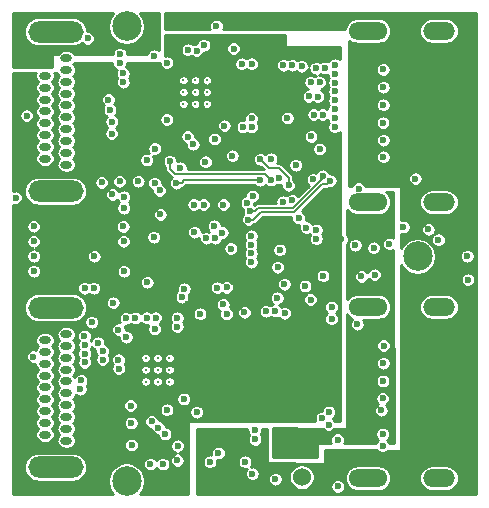
<source format=gbr>
G04 #@! TF.GenerationSoftware,KiCad,Pcbnew,5.1.4+dfsg1-1~bpo10+1*
G04 #@! TF.CreationDate,2020-01-21T09:26:30+01:00*
G04 #@! TF.ProjectId,video-booster-board,76696465-6f2d-4626-9f6f-737465722d62,rev?*
G04 #@! TF.SameCoordinates,Original*
G04 #@! TF.FileFunction,Copper,L3,Inr*
G04 #@! TF.FilePolarity,Positive*
%FSLAX46Y46*%
G04 Gerber Fmt 4.6, Leading zero omitted, Abs format (unit mm)*
G04 Created by KiCad (PCBNEW 5.1.4+dfsg1-1~bpo10+1) date 2020-01-21 09:26:30*
%MOMM*%
%LPD*%
G04 APERTURE LIST*
%ADD10O,2.700000X1.500000*%
%ADD11O,3.300000X1.500000*%
%ADD12O,1.000000X0.700000*%
%ADD13O,4.700000X1.800000*%
%ADD14C,0.250000*%
%ADD15C,1.524000*%
%ADD16C,2.500000*%
%ADD17C,0.600000*%
%ADD18C,0.150000*%
%ADD19C,0.254000*%
G04 APERTURE END LIST*
D10*
X146450000Y-83750000D03*
X146450000Y-98250000D03*
D11*
X140450000Y-98250000D03*
X140450000Y-83750000D03*
D10*
X146450000Y-60382000D03*
X146450000Y-74882000D03*
D11*
X140450000Y-74882000D03*
X140450000Y-60382000D03*
D12*
X114900000Y-95063700D03*
X113100000Y-94563700D03*
X114900000Y-86063700D03*
X113100000Y-86563700D03*
X114900000Y-94063700D03*
X113100000Y-93563700D03*
X114900000Y-93063700D03*
X113100000Y-92563700D03*
X114900000Y-92063700D03*
X113100000Y-91563700D03*
X114900000Y-91063700D03*
X114900000Y-87063700D03*
X113100000Y-87563700D03*
X114900000Y-88063700D03*
X113100000Y-88563700D03*
X114900000Y-89063700D03*
X113100000Y-89563700D03*
X114900000Y-90063700D03*
X113100000Y-90563700D03*
D13*
X114000000Y-83813700D03*
X114000000Y-97313700D03*
D14*
X126810000Y-66562000D03*
X125810000Y-66562000D03*
X124810000Y-66562000D03*
X126810000Y-65562000D03*
X125810000Y-65562000D03*
X124810000Y-65562000D03*
X126810000Y-64562000D03*
X125810000Y-64562000D03*
X124810000Y-64562000D03*
D12*
X114900000Y-71695700D03*
X113100000Y-71195700D03*
X114900000Y-62695700D03*
X113100000Y-63195700D03*
X114900000Y-70695700D03*
X113100000Y-70195700D03*
X114900000Y-69695700D03*
X113100000Y-69195700D03*
X114900000Y-68695700D03*
X113100000Y-68195700D03*
X114900000Y-67695700D03*
X114900000Y-63695700D03*
X113100000Y-64195700D03*
X114900000Y-64695700D03*
X113100000Y-65195700D03*
X114900000Y-65695700D03*
X113100000Y-66195700D03*
X114900000Y-66695700D03*
X113100000Y-67195700D03*
D13*
X114000000Y-60445700D03*
X114000000Y-73945700D03*
D14*
X121630000Y-88068000D03*
X122630000Y-88068000D03*
X123630000Y-88068000D03*
X121630000Y-89068000D03*
X122630000Y-89068000D03*
X123630000Y-89068000D03*
X121630000Y-90068000D03*
X122630000Y-90068000D03*
X123630000Y-90068000D03*
D15*
X134855900Y-95627400D03*
X134835900Y-98167400D03*
D16*
X144641200Y-79475000D03*
X120000000Y-60000000D03*
X120000000Y-98500000D03*
D17*
X137175900Y-96177400D03*
X119405900Y-73117400D03*
X129385900Y-95547400D03*
X123485900Y-60017400D03*
X141736000Y-88518200D03*
X141711000Y-90018200D03*
X141716000Y-68152200D03*
X141726000Y-66642200D03*
X141736000Y-65152200D03*
X141726000Y-63642200D03*
X141686000Y-91493200D03*
X126682500Y-71462900D03*
X112150800Y-80721400D03*
X112150800Y-79451400D03*
X112140800Y-78201400D03*
X112140800Y-76931400D03*
X122860800Y-75925010D03*
X122393010Y-70345910D03*
X129985400Y-84212100D03*
X122375384Y-73270390D03*
X148844900Y-79449600D03*
X134570100Y-76223800D03*
X125946800Y-92657600D03*
X118809400Y-74229900D03*
X126226200Y-84339100D03*
X141758300Y-87018800D03*
X128185900Y-83537400D03*
X141695900Y-94507400D03*
X130655900Y-97877400D03*
X137895900Y-98947400D03*
X139645900Y-73727400D03*
X141737106Y-71041990D03*
X130590089Y-63172872D03*
X129755900Y-63167400D03*
X117583410Y-86788976D03*
X118870900Y-83392400D03*
X136637790Y-81126000D03*
X124335900Y-95507400D03*
X127785900Y-96117400D03*
X122025898Y-97057400D03*
X123085902Y-97057400D03*
X124305900Y-96747400D03*
X132595902Y-98337400D03*
X124696930Y-82929642D03*
X136355900Y-70377400D03*
X137355900Y-84758200D03*
X145555900Y-77177400D03*
X139887995Y-81169495D03*
X122335900Y-62497400D03*
X129065900Y-61877400D03*
X123415900Y-67892012D03*
X133378713Y-84280370D03*
X120342521Y-92097400D03*
X128465900Y-84347400D03*
X134820899Y-63372399D03*
X127615900Y-59967400D03*
X133363602Y-81824500D03*
X132793968Y-80387532D03*
X119415900Y-63107398D03*
X118745000Y-69075300D03*
X118472620Y-66195068D03*
X118600835Y-67068700D03*
X119725900Y-64727400D03*
X119724537Y-63987390D03*
X119446285Y-62348012D03*
X137640890Y-63252000D03*
X136785904Y-63524006D03*
X119750800Y-78191400D03*
X119774600Y-75385600D03*
X125180890Y-69327400D03*
X125642000Y-69988100D03*
X128953026Y-70951665D03*
X119720800Y-76941400D03*
X119774600Y-74424532D03*
X128275900Y-68407396D03*
X137640890Y-64002000D03*
X136045900Y-63537402D03*
X137640890Y-64752000D03*
X136355900Y-64727400D03*
X137640890Y-65502000D03*
X135607376Y-64727400D03*
X137640000Y-66252000D03*
X136195902Y-65937400D03*
X137640000Y-67002000D03*
X135445903Y-65932771D03*
X136610000Y-67462000D03*
X137640890Y-67762000D03*
X135860000Y-67462000D03*
X137640890Y-68512000D03*
X127670000Y-82117400D03*
X123425900Y-63077400D03*
X117979897Y-87471087D03*
X124286000Y-85418200D03*
X119785810Y-80741400D03*
X124282685Y-84678205D03*
X127495900Y-77939923D03*
X117265900Y-79467400D03*
X117235900Y-82157400D03*
X117981858Y-88211086D03*
X119320000Y-88225021D03*
X119343529Y-88967643D03*
X116448769Y-87700293D03*
X116460000Y-88450000D03*
X116149344Y-89963254D03*
X116090000Y-90710000D03*
X123426022Y-92461400D03*
X120390800Y-93581400D03*
X124850800Y-91551400D03*
X117895000Y-73209800D03*
X137135900Y-92647400D03*
X120430000Y-95440000D03*
X123265900Y-94507400D03*
X141685900Y-95507400D03*
X112105900Y-87957400D03*
X118757700Y-68072000D03*
X122310800Y-77841400D03*
X124555900Y-71977400D03*
X121752068Y-81662760D03*
X122795900Y-73887400D03*
X141013140Y-77421740D03*
X142355200Y-80922800D03*
X143425900Y-76987400D03*
X130035900Y-96867400D03*
X127065900Y-96867400D03*
X121717700Y-71308900D03*
X120981100Y-73112300D03*
X110621190Y-74499890D03*
X141015900Y-81017400D03*
X122620024Y-60337400D03*
X139535900Y-85227400D03*
X137863300Y-94982400D03*
X133616700Y-67752000D03*
X142255900Y-78417400D03*
X144455900Y-72897400D03*
X134332006Y-71753506D03*
X135796732Y-72958232D03*
X135586100Y-83132600D03*
X137355900Y-83754900D03*
X130565900Y-77737400D03*
X117065900Y-85036386D03*
X116460545Y-86950064D03*
X116445900Y-82157400D03*
X116435986Y-86210460D03*
X125941028Y-62057026D03*
X130598337Y-68523088D03*
X126555900Y-61587400D03*
X130583353Y-67783071D03*
X130885900Y-94967400D03*
X137115900Y-93717411D03*
X122705900Y-93960900D03*
X130865910Y-94142400D03*
X136544041Y-93162410D03*
X122119965Y-93445737D03*
X141567800Y-92500000D03*
X140928951Y-78743310D03*
X132976400Y-78925000D03*
X135233864Y-77048648D03*
X124884947Y-82213914D03*
X128830889Y-78809969D03*
X136055989Y-77979922D03*
X135623300Y-69316600D03*
X136058414Y-77239924D03*
X121700800Y-84671400D03*
X125742124Y-77424913D03*
X128099131Y-77454291D03*
X119950800Y-84711400D03*
X133715900Y-73447400D03*
X131319353Y-71254485D03*
X132235900Y-71217400D03*
X130544806Y-78477111D03*
X134015900Y-74737400D03*
X135118974Y-81981403D03*
X130555501Y-79217045D03*
X132755900Y-82977400D03*
X130562993Y-79957019D03*
X122380013Y-85622213D03*
X126755893Y-77939927D03*
X127457200Y-69537910D03*
X128475900Y-82100002D03*
X124215900Y-73267400D03*
X131285900Y-73027400D03*
X123675900Y-71407400D03*
X132217491Y-73011911D03*
X120740800Y-84691400D03*
X119310136Y-85673164D03*
X122455989Y-84659645D03*
X119975900Y-86307400D03*
X129130000Y-90768000D03*
X129130000Y-89228000D03*
X129130000Y-86698000D03*
X129115000Y-85178000D03*
X133720000Y-91298000D03*
X133730000Y-88768000D03*
X133690000Y-87208000D03*
X125486000Y-85768200D03*
X135186762Y-68418386D03*
X121900800Y-80721400D03*
X120726640Y-83057240D03*
X121317568Y-76298168D03*
X122874318Y-71397518D03*
X134989200Y-80491000D03*
X125235600Y-83500900D03*
X134418850Y-77090778D03*
X127496700Y-70894735D03*
X130006000Y-93112390D03*
X118870900Y-85007400D03*
X138195900Y-78027400D03*
X122035900Y-99397400D03*
X123045900Y-99407400D03*
X124432845Y-71210422D03*
X127495900Y-61257400D03*
X124985900Y-61007400D03*
X130675899Y-70407401D03*
X121380000Y-94849999D03*
X116462607Y-67434892D03*
X134025900Y-63297400D03*
X132595900Y-84097400D03*
X133286004Y-63284860D03*
X131805908Y-84123337D03*
X137236713Y-73062400D03*
X130310900Y-76362400D03*
X146410000Y-78070000D03*
X136613499Y-72648121D03*
X130455900Y-75627400D03*
X148910000Y-81450000D03*
X125204761Y-61982672D03*
X129858327Y-68521521D03*
X111544100Y-67564000D03*
X141742600Y-69632000D03*
X116714250Y-61022250D03*
X139355900Y-78517400D03*
X133235900Y-74852390D03*
X132935659Y-72833481D03*
X130669542Y-74364362D03*
X130197249Y-74934062D03*
X125695900Y-75087400D03*
X126532478Y-75087400D03*
X127418269Y-76887389D03*
X128205635Y-75087400D03*
D18*
X132062268Y-71997400D02*
X131619352Y-71554484D01*
X133715900Y-72797400D02*
X132915900Y-71997400D01*
X132915900Y-71997400D02*
X132062268Y-71997400D01*
X131619352Y-71554484D02*
X131319353Y-71254485D01*
X133715900Y-73447400D02*
X133715900Y-72797400D01*
X124665900Y-73267400D02*
X124215900Y-73267400D01*
X131285900Y-73027400D02*
X124905900Y-73027400D01*
X124905900Y-73027400D02*
X124665900Y-73267400D01*
X124110899Y-72512399D02*
X123675900Y-72077400D01*
X123675900Y-72077400D02*
X123675900Y-71407400D01*
X132217491Y-73011911D02*
X131717979Y-72512399D01*
X131717979Y-72512399D02*
X124110899Y-72512399D01*
X131400164Y-75697400D02*
X130735164Y-76362400D01*
X134196036Y-75697400D02*
X131400164Y-75697400D01*
X130735164Y-76362400D02*
X130310900Y-76362400D01*
X136531037Y-73362399D02*
X134196036Y-75697400D01*
X136936714Y-73362399D02*
X136531037Y-73362399D01*
X137236713Y-73062400D02*
X136936714Y-73362399D01*
X130880164Y-75627400D02*
X130455900Y-75627400D01*
X134115900Y-75367400D02*
X131140164Y-75367400D01*
X136613499Y-72869801D02*
X134115900Y-75367400D01*
X131140164Y-75367400D02*
X130880164Y-75627400D01*
X136613499Y-72648121D02*
X136613499Y-72869801D01*
D19*
G36*
X133408907Y-61586104D02*
G01*
X133411094Y-61610904D01*
X133418078Y-61634801D01*
X133429589Y-61656876D01*
X133445186Y-61676282D01*
X133464269Y-61692271D01*
X133486105Y-61704231D01*
X133509854Y-61711700D01*
X133535900Y-61714400D01*
X138069059Y-61714400D01*
X138070411Y-62794809D01*
X138040579Y-62764977D01*
X137937886Y-62696360D01*
X137823779Y-62649095D01*
X137702644Y-62625000D01*
X137579136Y-62625000D01*
X137458001Y-62649095D01*
X137343894Y-62696360D01*
X137241201Y-62764977D01*
X137153867Y-62852311D01*
X137085250Y-62955004D01*
X137080182Y-62967240D01*
X136968793Y-62921101D01*
X136847658Y-62897006D01*
X136724150Y-62897006D01*
X136603015Y-62921101D01*
X136488908Y-62968366D01*
X136405878Y-63023845D01*
X136342896Y-62981762D01*
X136228789Y-62934497D01*
X136107654Y-62910402D01*
X135984146Y-62910402D01*
X135863011Y-62934497D01*
X135748904Y-62981762D01*
X135646211Y-63050379D01*
X135558877Y-63137713D01*
X135490260Y-63240406D01*
X135447899Y-63342674D01*
X135447899Y-63310645D01*
X135423804Y-63189510D01*
X135376539Y-63075403D01*
X135307922Y-62972710D01*
X135220588Y-62885376D01*
X135117895Y-62816759D01*
X135003788Y-62769494D01*
X134882653Y-62745399D01*
X134759145Y-62745399D01*
X134638010Y-62769494D01*
X134523903Y-62816759D01*
X134468794Y-62853582D01*
X134425589Y-62810377D01*
X134322896Y-62741760D01*
X134208789Y-62694495D01*
X134087654Y-62670400D01*
X133964146Y-62670400D01*
X133843011Y-62694495D01*
X133728904Y-62741760D01*
X133665336Y-62784235D01*
X133583000Y-62729220D01*
X133468893Y-62681955D01*
X133347758Y-62657860D01*
X133224250Y-62657860D01*
X133103115Y-62681955D01*
X132989008Y-62729220D01*
X132886315Y-62797837D01*
X132798981Y-62885171D01*
X132730364Y-62987864D01*
X132683099Y-63101971D01*
X132659004Y-63223106D01*
X132659004Y-63346614D01*
X132683099Y-63467749D01*
X132730364Y-63581856D01*
X132798981Y-63684549D01*
X132886315Y-63771883D01*
X132989008Y-63840500D01*
X133103115Y-63887765D01*
X133224250Y-63911860D01*
X133347758Y-63911860D01*
X133468893Y-63887765D01*
X133583000Y-63840500D01*
X133646568Y-63798025D01*
X133728904Y-63853040D01*
X133843011Y-63900305D01*
X133964146Y-63924400D01*
X134087654Y-63924400D01*
X134208789Y-63900305D01*
X134322896Y-63853040D01*
X134378005Y-63816217D01*
X134421210Y-63859422D01*
X134523903Y-63928039D01*
X134638010Y-63975304D01*
X134759145Y-63999399D01*
X134882653Y-63999399D01*
X135003788Y-63975304D01*
X135117895Y-63928039D01*
X135220588Y-63859422D01*
X135307922Y-63772088D01*
X135376539Y-63669395D01*
X135418900Y-63567127D01*
X135418900Y-63599156D01*
X135442995Y-63720291D01*
X135490260Y-63834398D01*
X135558877Y-63937091D01*
X135646211Y-64024425D01*
X135748904Y-64093042D01*
X135863011Y-64140307D01*
X135984146Y-64164402D01*
X136076668Y-64164402D01*
X136058904Y-64171760D01*
X135981638Y-64223387D01*
X135904372Y-64171760D01*
X135790265Y-64124495D01*
X135669130Y-64100400D01*
X135545622Y-64100400D01*
X135424487Y-64124495D01*
X135310380Y-64171760D01*
X135207687Y-64240377D01*
X135120353Y-64327711D01*
X135051736Y-64430404D01*
X135004471Y-64544511D01*
X134980376Y-64665646D01*
X134980376Y-64789154D01*
X135004471Y-64910289D01*
X135051736Y-65024396D01*
X135120353Y-65127089D01*
X135207687Y-65214423D01*
X135310380Y-65283040D01*
X135371386Y-65308310D01*
X135263014Y-65329866D01*
X135148907Y-65377131D01*
X135046214Y-65445748D01*
X134958880Y-65533082D01*
X134890263Y-65635775D01*
X134842998Y-65749882D01*
X134818903Y-65871017D01*
X134818903Y-65994525D01*
X134842998Y-66115660D01*
X134890263Y-66229767D01*
X134958880Y-66332460D01*
X135046214Y-66419794D01*
X135148907Y-66488411D01*
X135263014Y-66535676D01*
X135384149Y-66559771D01*
X135507657Y-66559771D01*
X135628792Y-66535676D01*
X135742899Y-66488411D01*
X135817439Y-66438605D01*
X135898906Y-66493040D01*
X136013013Y-66540305D01*
X136134148Y-66564400D01*
X136257656Y-66564400D01*
X136378791Y-66540305D01*
X136492898Y-66493040D01*
X136595591Y-66424423D01*
X136682925Y-66337089D01*
X136751542Y-66234396D01*
X136798807Y-66120289D01*
X136822902Y-65999154D01*
X136822902Y-65875646D01*
X136798807Y-65754511D01*
X136751542Y-65640404D01*
X136682925Y-65537711D01*
X136595591Y-65450377D01*
X136492898Y-65381760D01*
X136423864Y-65353165D01*
X136538789Y-65330305D01*
X136652896Y-65283040D01*
X136755589Y-65214423D01*
X136842923Y-65127089D01*
X136911540Y-65024396D01*
X136958805Y-64910289D01*
X136982900Y-64789154D01*
X136982900Y-64665646D01*
X136958805Y-64544511D01*
X136911540Y-64430404D01*
X136842923Y-64327711D01*
X136755589Y-64240377D01*
X136652896Y-64171760D01*
X136538789Y-64124495D01*
X136417654Y-64100400D01*
X136325132Y-64100400D01*
X136342896Y-64093042D01*
X136425926Y-64037563D01*
X136488908Y-64079646D01*
X136603015Y-64126911D01*
X136724150Y-64151006D01*
X136847658Y-64151006D01*
X136968793Y-64126911D01*
X137022064Y-64104845D01*
X137037985Y-64184889D01*
X137085250Y-64298996D01*
X137137370Y-64377000D01*
X137085250Y-64455004D01*
X137037985Y-64569111D01*
X137013890Y-64690246D01*
X137013890Y-64813754D01*
X137037985Y-64934889D01*
X137085250Y-65048996D01*
X137137370Y-65127000D01*
X137085250Y-65205004D01*
X137037985Y-65319111D01*
X137013890Y-65440246D01*
X137013890Y-65563754D01*
X137037985Y-65684889D01*
X137085250Y-65798996D01*
X137136925Y-65876334D01*
X137084360Y-65955004D01*
X137037095Y-66069111D01*
X137013000Y-66190246D01*
X137013000Y-66313754D01*
X137037095Y-66434889D01*
X137084360Y-66548996D01*
X137136480Y-66627000D01*
X137084360Y-66705004D01*
X137037095Y-66819111D01*
X137013000Y-66940246D01*
X137013000Y-66978288D01*
X137009689Y-66974977D01*
X136906996Y-66906360D01*
X136792889Y-66859095D01*
X136671754Y-66835000D01*
X136548246Y-66835000D01*
X136427111Y-66859095D01*
X136313004Y-66906360D01*
X136235000Y-66958480D01*
X136156996Y-66906360D01*
X136042889Y-66859095D01*
X135921754Y-66835000D01*
X135798246Y-66835000D01*
X135677111Y-66859095D01*
X135563004Y-66906360D01*
X135460311Y-66974977D01*
X135372977Y-67062311D01*
X135304360Y-67165004D01*
X135257095Y-67279111D01*
X135233000Y-67400246D01*
X135233000Y-67523754D01*
X135257095Y-67644889D01*
X135304360Y-67758996D01*
X135372977Y-67861689D01*
X135460311Y-67949023D01*
X135563004Y-68017640D01*
X135677111Y-68064905D01*
X135798246Y-68089000D01*
X135921754Y-68089000D01*
X136042889Y-68064905D01*
X136156996Y-68017640D01*
X136235000Y-67965520D01*
X136313004Y-68017640D01*
X136427111Y-68064905D01*
X136548246Y-68089000D01*
X136671754Y-68089000D01*
X136792889Y-68064905D01*
X136906996Y-68017640D01*
X137009689Y-67949023D01*
X137033976Y-67924736D01*
X137037985Y-67944889D01*
X137085250Y-68058996D01*
X137137370Y-68137000D01*
X137085250Y-68215004D01*
X137037985Y-68329111D01*
X137013890Y-68450246D01*
X137013890Y-68573754D01*
X137037985Y-68694889D01*
X137085250Y-68808996D01*
X137153867Y-68911689D01*
X137241201Y-68999023D01*
X137343894Y-69067640D01*
X137458001Y-69114905D01*
X137579136Y-69139000D01*
X137702644Y-69139000D01*
X137823779Y-69114905D01*
X137937886Y-69067640D01*
X138040579Y-68999023D01*
X138078126Y-68961476D01*
X138108741Y-93430400D01*
X137675676Y-93430400D01*
X137671540Y-93420415D01*
X137602923Y-93317722D01*
X137515589Y-93230388D01*
X137453778Y-93189087D01*
X137535589Y-93134423D01*
X137622923Y-93047089D01*
X137691540Y-92944396D01*
X137738805Y-92830289D01*
X137762900Y-92709154D01*
X137762900Y-92585646D01*
X137738805Y-92464511D01*
X137691540Y-92350404D01*
X137622923Y-92247711D01*
X137535589Y-92160377D01*
X137432896Y-92091760D01*
X137318789Y-92044495D01*
X137197654Y-92020400D01*
X137074146Y-92020400D01*
X136953011Y-92044495D01*
X136838904Y-92091760D01*
X136736211Y-92160377D01*
X136648877Y-92247711D01*
X136580260Y-92350404D01*
X136532995Y-92464511D01*
X136518892Y-92535410D01*
X136482287Y-92535410D01*
X136361152Y-92559505D01*
X136247045Y-92606770D01*
X136144352Y-92675387D01*
X136057018Y-92762721D01*
X135988401Y-92865414D01*
X135941136Y-92979521D01*
X135917041Y-93100656D01*
X135917041Y-93224164D01*
X135941136Y-93345299D01*
X135976386Y-93430400D01*
X125365900Y-93430400D01*
X125341124Y-93432840D01*
X125317299Y-93440067D01*
X125295343Y-93451803D01*
X125276097Y-93467597D01*
X125260303Y-93486843D01*
X125248567Y-93508799D01*
X125241340Y-93532624D01*
X125238900Y-93557400D01*
X125238900Y-99598000D01*
X121132215Y-99598000D01*
X121224936Y-99505279D01*
X121397519Y-99246989D01*
X121516396Y-98959994D01*
X121577000Y-98655321D01*
X121577000Y-98344679D01*
X121516396Y-98040006D01*
X121397519Y-97753011D01*
X121224936Y-97494721D01*
X121005279Y-97275064D01*
X120746989Y-97102481D01*
X120489067Y-96995646D01*
X121398898Y-96995646D01*
X121398898Y-97119154D01*
X121422993Y-97240289D01*
X121470258Y-97354396D01*
X121538875Y-97457089D01*
X121626209Y-97544423D01*
X121728902Y-97613040D01*
X121843009Y-97660305D01*
X121964144Y-97684400D01*
X122087652Y-97684400D01*
X122208787Y-97660305D01*
X122322894Y-97613040D01*
X122425587Y-97544423D01*
X122512921Y-97457089D01*
X122555900Y-97392766D01*
X122598879Y-97457089D01*
X122686213Y-97544423D01*
X122788906Y-97613040D01*
X122903013Y-97660305D01*
X123024148Y-97684400D01*
X123147656Y-97684400D01*
X123268791Y-97660305D01*
X123382898Y-97613040D01*
X123485591Y-97544423D01*
X123572925Y-97457089D01*
X123641542Y-97354396D01*
X123688807Y-97240289D01*
X123712902Y-97119154D01*
X123712902Y-96995646D01*
X123688807Y-96874511D01*
X123641542Y-96760404D01*
X123591591Y-96685646D01*
X123678900Y-96685646D01*
X123678900Y-96809154D01*
X123702995Y-96930289D01*
X123750260Y-97044396D01*
X123818877Y-97147089D01*
X123906211Y-97234423D01*
X124008904Y-97303040D01*
X124123011Y-97350305D01*
X124244146Y-97374400D01*
X124367654Y-97374400D01*
X124488789Y-97350305D01*
X124602896Y-97303040D01*
X124705589Y-97234423D01*
X124792923Y-97147089D01*
X124861540Y-97044396D01*
X124908805Y-96930289D01*
X124932900Y-96809154D01*
X124932900Y-96685646D01*
X124908805Y-96564511D01*
X124861540Y-96450404D01*
X124792923Y-96347711D01*
X124705589Y-96260377D01*
X124602896Y-96191760D01*
X124488789Y-96144495D01*
X124417846Y-96130384D01*
X124518789Y-96110305D01*
X124632896Y-96063040D01*
X124735589Y-95994423D01*
X124822923Y-95907089D01*
X124891540Y-95804396D01*
X124938805Y-95690289D01*
X124962900Y-95569154D01*
X124962900Y-95445646D01*
X124938805Y-95324511D01*
X124891540Y-95210404D01*
X124822923Y-95107711D01*
X124735589Y-95020377D01*
X124632896Y-94951760D01*
X124518789Y-94904495D01*
X124397654Y-94880400D01*
X124274146Y-94880400D01*
X124153011Y-94904495D01*
X124038904Y-94951760D01*
X123936211Y-95020377D01*
X123848877Y-95107711D01*
X123780260Y-95210404D01*
X123732995Y-95324511D01*
X123708900Y-95445646D01*
X123708900Y-95569154D01*
X123732995Y-95690289D01*
X123780260Y-95804396D01*
X123848877Y-95907089D01*
X123936211Y-95994423D01*
X124038904Y-96063040D01*
X124153011Y-96110305D01*
X124223954Y-96124416D01*
X124123011Y-96144495D01*
X124008904Y-96191760D01*
X123906211Y-96260377D01*
X123818877Y-96347711D01*
X123750260Y-96450404D01*
X123702995Y-96564511D01*
X123678900Y-96685646D01*
X123591591Y-96685646D01*
X123572925Y-96657711D01*
X123485591Y-96570377D01*
X123382898Y-96501760D01*
X123268791Y-96454495D01*
X123147656Y-96430400D01*
X123024148Y-96430400D01*
X122903013Y-96454495D01*
X122788906Y-96501760D01*
X122686213Y-96570377D01*
X122598879Y-96657711D01*
X122555900Y-96722034D01*
X122512921Y-96657711D01*
X122425587Y-96570377D01*
X122322894Y-96501760D01*
X122208787Y-96454495D01*
X122087652Y-96430400D01*
X121964144Y-96430400D01*
X121843009Y-96454495D01*
X121728902Y-96501760D01*
X121626209Y-96570377D01*
X121538875Y-96657711D01*
X121470258Y-96760404D01*
X121422993Y-96874511D01*
X121398898Y-96995646D01*
X120489067Y-96995646D01*
X120459994Y-96983604D01*
X120155321Y-96923000D01*
X119844679Y-96923000D01*
X119540006Y-96983604D01*
X119253011Y-97102481D01*
X118994721Y-97275064D01*
X118775064Y-97494721D01*
X118602481Y-97753011D01*
X118483604Y-98040006D01*
X118423000Y-98344679D01*
X118423000Y-98655321D01*
X118483604Y-98959994D01*
X118602481Y-99246989D01*
X118775064Y-99505279D01*
X118867785Y-99598000D01*
X110402000Y-99598000D01*
X110402000Y-97313700D01*
X111317064Y-97313700D01*
X111340755Y-97554234D01*
X111410916Y-97785524D01*
X111524851Y-97998683D01*
X111678183Y-98185517D01*
X111865017Y-98338849D01*
X112078176Y-98452784D01*
X112309466Y-98522945D01*
X112489732Y-98540700D01*
X115510268Y-98540700D01*
X115690534Y-98522945D01*
X115921824Y-98452784D01*
X116134983Y-98338849D01*
X116321817Y-98185517D01*
X116475149Y-97998683D01*
X116589084Y-97785524D01*
X116659245Y-97554234D01*
X116682936Y-97313700D01*
X116659245Y-97073166D01*
X116589084Y-96841876D01*
X116475149Y-96628717D01*
X116321817Y-96441883D01*
X116134983Y-96288551D01*
X115921824Y-96174616D01*
X115690534Y-96104455D01*
X115510268Y-96086700D01*
X112489732Y-96086700D01*
X112309466Y-96104455D01*
X112078176Y-96174616D01*
X111865017Y-96288551D01*
X111678183Y-96441883D01*
X111524851Y-96628717D01*
X111410916Y-96841876D01*
X111340755Y-97073166D01*
X111317064Y-97313700D01*
X110402000Y-97313700D01*
X110402000Y-87895646D01*
X111478900Y-87895646D01*
X111478900Y-88019154D01*
X111502995Y-88140289D01*
X111550260Y-88254396D01*
X111618877Y-88357089D01*
X111706211Y-88444423D01*
X111808904Y-88513040D01*
X111923011Y-88560305D01*
X112044146Y-88584400D01*
X112167654Y-88584400D01*
X112269763Y-88564089D01*
X112282796Y-88696415D01*
X112321508Y-88824030D01*
X112384372Y-88941641D01*
X112468973Y-89044727D01*
X112492092Y-89063700D01*
X112468973Y-89082673D01*
X112384372Y-89185759D01*
X112321508Y-89303370D01*
X112282796Y-89430985D01*
X112269725Y-89563700D01*
X112282796Y-89696415D01*
X112321508Y-89824030D01*
X112384372Y-89941641D01*
X112468973Y-90044727D01*
X112492092Y-90063700D01*
X112468973Y-90082673D01*
X112384372Y-90185759D01*
X112321508Y-90303370D01*
X112282796Y-90430985D01*
X112269725Y-90563700D01*
X112282796Y-90696415D01*
X112321508Y-90824030D01*
X112384372Y-90941641D01*
X112468973Y-91044727D01*
X112492092Y-91063700D01*
X112468973Y-91082673D01*
X112384372Y-91185759D01*
X112321508Y-91303370D01*
X112282796Y-91430985D01*
X112269725Y-91563700D01*
X112282796Y-91696415D01*
X112321508Y-91824030D01*
X112384372Y-91941641D01*
X112468973Y-92044727D01*
X112492092Y-92063700D01*
X112468973Y-92082673D01*
X112384372Y-92185759D01*
X112321508Y-92303370D01*
X112282796Y-92430985D01*
X112269725Y-92563700D01*
X112282796Y-92696415D01*
X112321508Y-92824030D01*
X112384372Y-92941641D01*
X112468973Y-93044727D01*
X112492092Y-93063700D01*
X112468973Y-93082673D01*
X112384372Y-93185759D01*
X112321508Y-93303370D01*
X112282796Y-93430985D01*
X112269725Y-93563700D01*
X112282796Y-93696415D01*
X112321508Y-93824030D01*
X112384372Y-93941641D01*
X112468973Y-94044727D01*
X112492092Y-94063700D01*
X112468973Y-94082673D01*
X112384372Y-94185759D01*
X112321508Y-94303370D01*
X112282796Y-94430985D01*
X112269725Y-94563700D01*
X112282796Y-94696415D01*
X112321508Y-94824030D01*
X112384372Y-94941641D01*
X112468973Y-95044727D01*
X112572059Y-95129328D01*
X112689670Y-95192192D01*
X112817285Y-95230904D01*
X112916748Y-95240700D01*
X113283252Y-95240700D01*
X113382715Y-95230904D01*
X113510330Y-95192192D01*
X113627941Y-95129328D01*
X113731027Y-95044727D01*
X113815628Y-94941641D01*
X113878492Y-94824030D01*
X113917204Y-94696415D01*
X113930275Y-94563700D01*
X113917204Y-94430985D01*
X113878492Y-94303370D01*
X113815628Y-94185759D01*
X113731027Y-94082673D01*
X113707908Y-94063700D01*
X113731027Y-94044727D01*
X113815628Y-93941641D01*
X113878492Y-93824030D01*
X113917204Y-93696415D01*
X113930275Y-93563700D01*
X113917204Y-93430985D01*
X113878492Y-93303370D01*
X113815628Y-93185759D01*
X113731027Y-93082673D01*
X113707908Y-93063700D01*
X113731027Y-93044727D01*
X113815628Y-92941641D01*
X113878492Y-92824030D01*
X113917204Y-92696415D01*
X113930275Y-92563700D01*
X113917204Y-92430985D01*
X113878492Y-92303370D01*
X113815628Y-92185759D01*
X113731027Y-92082673D01*
X113707908Y-92063700D01*
X113731027Y-92044727D01*
X113815628Y-91941641D01*
X113878492Y-91824030D01*
X113917204Y-91696415D01*
X113930275Y-91563700D01*
X113917204Y-91430985D01*
X113878492Y-91303370D01*
X113815628Y-91185759D01*
X113731027Y-91082673D01*
X113707908Y-91063700D01*
X113731027Y-91044727D01*
X113815628Y-90941641D01*
X113878492Y-90824030D01*
X113917204Y-90696415D01*
X113930275Y-90563700D01*
X113917204Y-90430985D01*
X113878492Y-90303370D01*
X113815628Y-90185759D01*
X113731027Y-90082673D01*
X113707908Y-90063700D01*
X113731027Y-90044727D01*
X113815628Y-89941641D01*
X113878492Y-89824030D01*
X113917204Y-89696415D01*
X113930275Y-89563700D01*
X113917204Y-89430985D01*
X113878492Y-89303370D01*
X113815628Y-89185759D01*
X113731027Y-89082673D01*
X113707908Y-89063700D01*
X113731027Y-89044727D01*
X113815628Y-88941641D01*
X113878492Y-88824030D01*
X113917204Y-88696415D01*
X113930275Y-88563700D01*
X113917204Y-88430985D01*
X113878492Y-88303370D01*
X113815628Y-88185759D01*
X113731027Y-88082673D01*
X113707908Y-88063700D01*
X113731027Y-88044727D01*
X113815628Y-87941641D01*
X113878492Y-87824030D01*
X113917204Y-87696415D01*
X113930275Y-87563700D01*
X113917204Y-87430985D01*
X113878492Y-87303370D01*
X113815628Y-87185759D01*
X113731027Y-87082673D01*
X113707908Y-87063700D01*
X113731027Y-87044727D01*
X113815628Y-86941641D01*
X113878492Y-86824030D01*
X113917204Y-86696415D01*
X113930275Y-86563700D01*
X113917204Y-86430985D01*
X113878492Y-86303370D01*
X113815628Y-86185759D01*
X113731027Y-86082673D01*
X113707909Y-86063700D01*
X114069725Y-86063700D01*
X114082796Y-86196415D01*
X114121508Y-86324030D01*
X114184372Y-86441641D01*
X114268973Y-86544727D01*
X114292092Y-86563700D01*
X114268973Y-86582673D01*
X114184372Y-86685759D01*
X114121508Y-86803370D01*
X114082796Y-86930985D01*
X114069725Y-87063700D01*
X114082796Y-87196415D01*
X114121508Y-87324030D01*
X114184372Y-87441641D01*
X114268973Y-87544727D01*
X114292092Y-87563700D01*
X114268973Y-87582673D01*
X114184372Y-87685759D01*
X114121508Y-87803370D01*
X114082796Y-87930985D01*
X114069725Y-88063700D01*
X114082796Y-88196415D01*
X114121508Y-88324030D01*
X114184372Y-88441641D01*
X114268973Y-88544727D01*
X114292092Y-88563700D01*
X114268973Y-88582673D01*
X114184372Y-88685759D01*
X114121508Y-88803370D01*
X114082796Y-88930985D01*
X114069725Y-89063700D01*
X114082796Y-89196415D01*
X114121508Y-89324030D01*
X114184372Y-89441641D01*
X114268973Y-89544727D01*
X114292092Y-89563700D01*
X114268973Y-89582673D01*
X114184372Y-89685759D01*
X114121508Y-89803370D01*
X114082796Y-89930985D01*
X114069725Y-90063700D01*
X114082796Y-90196415D01*
X114121508Y-90324030D01*
X114184372Y-90441641D01*
X114268973Y-90544727D01*
X114292092Y-90563700D01*
X114268973Y-90582673D01*
X114184372Y-90685759D01*
X114121508Y-90803370D01*
X114082796Y-90930985D01*
X114069725Y-91063700D01*
X114082796Y-91196415D01*
X114121508Y-91324030D01*
X114184372Y-91441641D01*
X114268973Y-91544727D01*
X114292092Y-91563700D01*
X114268973Y-91582673D01*
X114184372Y-91685759D01*
X114121508Y-91803370D01*
X114082796Y-91930985D01*
X114069725Y-92063700D01*
X114082796Y-92196415D01*
X114121508Y-92324030D01*
X114184372Y-92441641D01*
X114268973Y-92544727D01*
X114292092Y-92563700D01*
X114268973Y-92582673D01*
X114184372Y-92685759D01*
X114121508Y-92803370D01*
X114082796Y-92930985D01*
X114069725Y-93063700D01*
X114082796Y-93196415D01*
X114121508Y-93324030D01*
X114184372Y-93441641D01*
X114268973Y-93544727D01*
X114292092Y-93563700D01*
X114268973Y-93582673D01*
X114184372Y-93685759D01*
X114121508Y-93803370D01*
X114082796Y-93930985D01*
X114069725Y-94063700D01*
X114082796Y-94196415D01*
X114121508Y-94324030D01*
X114184372Y-94441641D01*
X114268973Y-94544727D01*
X114292092Y-94563700D01*
X114268973Y-94582673D01*
X114184372Y-94685759D01*
X114121508Y-94803370D01*
X114082796Y-94930985D01*
X114069725Y-95063700D01*
X114082796Y-95196415D01*
X114121508Y-95324030D01*
X114184372Y-95441641D01*
X114268973Y-95544727D01*
X114372059Y-95629328D01*
X114489670Y-95692192D01*
X114617285Y-95730904D01*
X114716748Y-95740700D01*
X115083252Y-95740700D01*
X115182715Y-95730904D01*
X115310330Y-95692192D01*
X115427941Y-95629328D01*
X115531027Y-95544727D01*
X115615628Y-95441641D01*
X115649513Y-95378246D01*
X119803000Y-95378246D01*
X119803000Y-95501754D01*
X119827095Y-95622889D01*
X119874360Y-95736996D01*
X119942977Y-95839689D01*
X120030311Y-95927023D01*
X120133004Y-95995640D01*
X120247111Y-96042905D01*
X120368246Y-96067000D01*
X120491754Y-96067000D01*
X120612889Y-96042905D01*
X120726996Y-95995640D01*
X120829689Y-95927023D01*
X120917023Y-95839689D01*
X120985640Y-95736996D01*
X121032905Y-95622889D01*
X121057000Y-95501754D01*
X121057000Y-95378246D01*
X121032905Y-95257111D01*
X120985640Y-95143004D01*
X120917023Y-95040311D01*
X120829689Y-94952977D01*
X120726996Y-94884360D01*
X120612889Y-94837095D01*
X120491754Y-94813000D01*
X120368246Y-94813000D01*
X120247111Y-94837095D01*
X120133004Y-94884360D01*
X120030311Y-94952977D01*
X119942977Y-95040311D01*
X119874360Y-95143004D01*
X119827095Y-95257111D01*
X119803000Y-95378246D01*
X115649513Y-95378246D01*
X115678492Y-95324030D01*
X115717204Y-95196415D01*
X115730275Y-95063700D01*
X115717204Y-94930985D01*
X115678492Y-94803370D01*
X115615628Y-94685759D01*
X115531027Y-94582673D01*
X115507908Y-94563700D01*
X115531027Y-94544727D01*
X115615628Y-94441641D01*
X115678492Y-94324030D01*
X115717204Y-94196415D01*
X115730275Y-94063700D01*
X115717204Y-93930985D01*
X115678492Y-93803370D01*
X115615628Y-93685759D01*
X115531027Y-93582673D01*
X115507908Y-93563700D01*
X115531027Y-93544727D01*
X115551610Y-93519646D01*
X119763800Y-93519646D01*
X119763800Y-93643154D01*
X119787895Y-93764289D01*
X119835160Y-93878396D01*
X119903777Y-93981089D01*
X119991111Y-94068423D01*
X120093804Y-94137040D01*
X120207911Y-94184305D01*
X120329046Y-94208400D01*
X120452554Y-94208400D01*
X120573689Y-94184305D01*
X120687796Y-94137040D01*
X120790489Y-94068423D01*
X120877823Y-93981089D01*
X120946440Y-93878396D01*
X120993705Y-93764289D01*
X121017800Y-93643154D01*
X121017800Y-93519646D01*
X120993705Y-93398511D01*
X120987688Y-93383983D01*
X121492965Y-93383983D01*
X121492965Y-93507491D01*
X121517060Y-93628626D01*
X121564325Y-93742733D01*
X121632942Y-93845426D01*
X121720276Y-93932760D01*
X121822969Y-94001377D01*
X121937076Y-94048642D01*
X122058211Y-94072737D01*
X122088862Y-94072737D01*
X122102995Y-94143789D01*
X122150260Y-94257896D01*
X122218877Y-94360589D01*
X122306211Y-94447923D01*
X122408904Y-94516540D01*
X122523011Y-94563805D01*
X122642566Y-94587586D01*
X122662995Y-94690289D01*
X122710260Y-94804396D01*
X122778877Y-94907089D01*
X122866211Y-94994423D01*
X122968904Y-95063040D01*
X123083011Y-95110305D01*
X123204146Y-95134400D01*
X123327654Y-95134400D01*
X123448789Y-95110305D01*
X123562896Y-95063040D01*
X123665589Y-94994423D01*
X123752923Y-94907089D01*
X123821540Y-94804396D01*
X123868805Y-94690289D01*
X123892900Y-94569154D01*
X123892900Y-94445646D01*
X123868805Y-94324511D01*
X123821540Y-94210404D01*
X123752923Y-94107711D01*
X123665589Y-94020377D01*
X123562896Y-93951760D01*
X123448789Y-93904495D01*
X123329234Y-93880714D01*
X123308805Y-93778011D01*
X123261540Y-93663904D01*
X123192923Y-93561211D01*
X123105589Y-93473877D01*
X123002896Y-93405260D01*
X122888789Y-93357995D01*
X122767654Y-93333900D01*
X122737003Y-93333900D01*
X122722870Y-93262848D01*
X122675605Y-93148741D01*
X122606988Y-93046048D01*
X122519654Y-92958714D01*
X122416961Y-92890097D01*
X122302854Y-92842832D01*
X122181719Y-92818737D01*
X122058211Y-92818737D01*
X121937076Y-92842832D01*
X121822969Y-92890097D01*
X121720276Y-92958714D01*
X121632942Y-93046048D01*
X121564325Y-93148741D01*
X121517060Y-93262848D01*
X121492965Y-93383983D01*
X120987688Y-93383983D01*
X120946440Y-93284404D01*
X120877823Y-93181711D01*
X120790489Y-93094377D01*
X120687796Y-93025760D01*
X120573689Y-92978495D01*
X120452554Y-92954400D01*
X120329046Y-92954400D01*
X120207911Y-92978495D01*
X120093804Y-93025760D01*
X119991111Y-93094377D01*
X119903777Y-93181711D01*
X119835160Y-93284404D01*
X119787895Y-93398511D01*
X119763800Y-93519646D01*
X115551610Y-93519646D01*
X115615628Y-93441641D01*
X115678492Y-93324030D01*
X115717204Y-93196415D01*
X115730275Y-93063700D01*
X115717204Y-92930985D01*
X115678492Y-92803370D01*
X115615628Y-92685759D01*
X115531027Y-92582673D01*
X115507908Y-92563700D01*
X115531027Y-92544727D01*
X115615628Y-92441641D01*
X115678492Y-92324030D01*
X115717204Y-92196415D01*
X115730275Y-92063700D01*
X115727512Y-92035646D01*
X119715521Y-92035646D01*
X119715521Y-92159154D01*
X119739616Y-92280289D01*
X119786881Y-92394396D01*
X119855498Y-92497089D01*
X119942832Y-92584423D01*
X120045525Y-92653040D01*
X120159632Y-92700305D01*
X120280767Y-92724400D01*
X120404275Y-92724400D01*
X120525410Y-92700305D01*
X120639517Y-92653040D01*
X120742210Y-92584423D01*
X120829544Y-92497089D01*
X120894653Y-92399646D01*
X122799022Y-92399646D01*
X122799022Y-92523154D01*
X122823117Y-92644289D01*
X122870382Y-92758396D01*
X122938999Y-92861089D01*
X123026333Y-92948423D01*
X123129026Y-93017040D01*
X123243133Y-93064305D01*
X123364268Y-93088400D01*
X123487776Y-93088400D01*
X123608911Y-93064305D01*
X123723018Y-93017040D01*
X123825711Y-92948423D01*
X123913045Y-92861089D01*
X123981662Y-92758396D01*
X124028927Y-92644289D01*
X124038562Y-92595846D01*
X125319800Y-92595846D01*
X125319800Y-92719354D01*
X125343895Y-92840489D01*
X125391160Y-92954596D01*
X125459777Y-93057289D01*
X125547111Y-93144623D01*
X125649804Y-93213240D01*
X125763911Y-93260505D01*
X125885046Y-93284600D01*
X126008554Y-93284600D01*
X126129689Y-93260505D01*
X126243796Y-93213240D01*
X126346489Y-93144623D01*
X126433823Y-93057289D01*
X126502440Y-92954596D01*
X126549705Y-92840489D01*
X126573800Y-92719354D01*
X126573800Y-92595846D01*
X126549705Y-92474711D01*
X126502440Y-92360604D01*
X126433823Y-92257911D01*
X126346489Y-92170577D01*
X126243796Y-92101960D01*
X126129689Y-92054695D01*
X126008554Y-92030600D01*
X125885046Y-92030600D01*
X125763911Y-92054695D01*
X125649804Y-92101960D01*
X125547111Y-92170577D01*
X125459777Y-92257911D01*
X125391160Y-92360604D01*
X125343895Y-92474711D01*
X125319800Y-92595846D01*
X124038562Y-92595846D01*
X124053022Y-92523154D01*
X124053022Y-92399646D01*
X124028927Y-92278511D01*
X123981662Y-92164404D01*
X123913045Y-92061711D01*
X123825711Y-91974377D01*
X123723018Y-91905760D01*
X123608911Y-91858495D01*
X123487776Y-91834400D01*
X123364268Y-91834400D01*
X123243133Y-91858495D01*
X123129026Y-91905760D01*
X123026333Y-91974377D01*
X122938999Y-92061711D01*
X122870382Y-92164404D01*
X122823117Y-92278511D01*
X122799022Y-92399646D01*
X120894653Y-92399646D01*
X120898161Y-92394396D01*
X120945426Y-92280289D01*
X120969521Y-92159154D01*
X120969521Y-92035646D01*
X120945426Y-91914511D01*
X120898161Y-91800404D01*
X120829544Y-91697711D01*
X120742210Y-91610377D01*
X120639517Y-91541760D01*
X120525410Y-91494495D01*
X120501033Y-91489646D01*
X124223800Y-91489646D01*
X124223800Y-91613154D01*
X124247895Y-91734289D01*
X124295160Y-91848396D01*
X124363777Y-91951089D01*
X124451111Y-92038423D01*
X124553804Y-92107040D01*
X124667911Y-92154305D01*
X124789046Y-92178400D01*
X124912554Y-92178400D01*
X125033689Y-92154305D01*
X125147796Y-92107040D01*
X125250489Y-92038423D01*
X125337823Y-91951089D01*
X125406440Y-91848396D01*
X125453705Y-91734289D01*
X125477800Y-91613154D01*
X125477800Y-91489646D01*
X125453705Y-91368511D01*
X125406440Y-91254404D01*
X125337823Y-91151711D01*
X125250489Y-91064377D01*
X125147796Y-90995760D01*
X125033689Y-90948495D01*
X124912554Y-90924400D01*
X124789046Y-90924400D01*
X124667911Y-90948495D01*
X124553804Y-90995760D01*
X124451111Y-91064377D01*
X124363777Y-91151711D01*
X124295160Y-91254404D01*
X124247895Y-91368511D01*
X124223800Y-91489646D01*
X120501033Y-91489646D01*
X120404275Y-91470400D01*
X120280767Y-91470400D01*
X120159632Y-91494495D01*
X120045525Y-91541760D01*
X119942832Y-91610377D01*
X119855498Y-91697711D01*
X119786881Y-91800404D01*
X119739616Y-91914511D01*
X119715521Y-92035646D01*
X115727512Y-92035646D01*
X115717204Y-91930985D01*
X115678492Y-91803370D01*
X115615628Y-91685759D01*
X115531027Y-91582673D01*
X115507908Y-91563700D01*
X115531027Y-91544727D01*
X115615628Y-91441641D01*
X115678492Y-91324030D01*
X115712518Y-91211861D01*
X115793004Y-91265640D01*
X115907111Y-91312905D01*
X116028246Y-91337000D01*
X116151754Y-91337000D01*
X116272889Y-91312905D01*
X116386996Y-91265640D01*
X116489689Y-91197023D01*
X116577023Y-91109689D01*
X116645640Y-91006996D01*
X116692905Y-90892889D01*
X116717000Y-90771754D01*
X116717000Y-90648246D01*
X116692905Y-90527111D01*
X116645640Y-90413004D01*
X116621874Y-90377436D01*
X116636367Y-90362943D01*
X116704984Y-90260250D01*
X116752249Y-90146143D01*
X116776344Y-90025008D01*
X116776344Y-90023482D01*
X121178000Y-90023482D01*
X121178000Y-90112518D01*
X121195370Y-90199844D01*
X121229443Y-90282102D01*
X121278909Y-90356133D01*
X121341867Y-90419091D01*
X121415898Y-90468557D01*
X121498156Y-90502630D01*
X121585482Y-90520000D01*
X121674518Y-90520000D01*
X121761844Y-90502630D01*
X121844102Y-90468557D01*
X121918133Y-90419091D01*
X121981091Y-90356133D01*
X122030557Y-90282102D01*
X122064630Y-90199844D01*
X122082000Y-90112518D01*
X122082000Y-90023482D01*
X122178000Y-90023482D01*
X122178000Y-90112518D01*
X122195370Y-90199844D01*
X122229443Y-90282102D01*
X122278909Y-90356133D01*
X122341867Y-90419091D01*
X122415898Y-90468557D01*
X122498156Y-90502630D01*
X122585482Y-90520000D01*
X122674518Y-90520000D01*
X122761844Y-90502630D01*
X122844102Y-90468557D01*
X122918133Y-90419091D01*
X122981091Y-90356133D01*
X123030557Y-90282102D01*
X123064630Y-90199844D01*
X123082000Y-90112518D01*
X123082000Y-90023482D01*
X123178000Y-90023482D01*
X123178000Y-90112518D01*
X123195370Y-90199844D01*
X123229443Y-90282102D01*
X123278909Y-90356133D01*
X123341867Y-90419091D01*
X123415898Y-90468557D01*
X123498156Y-90502630D01*
X123585482Y-90520000D01*
X123674518Y-90520000D01*
X123761844Y-90502630D01*
X123844102Y-90468557D01*
X123918133Y-90419091D01*
X123981091Y-90356133D01*
X124030557Y-90282102D01*
X124064630Y-90199844D01*
X124082000Y-90112518D01*
X124082000Y-90023482D01*
X124064630Y-89936156D01*
X124030557Y-89853898D01*
X123981091Y-89779867D01*
X123918133Y-89716909D01*
X123844102Y-89667443D01*
X123761844Y-89633370D01*
X123674518Y-89616000D01*
X123585482Y-89616000D01*
X123498156Y-89633370D01*
X123415898Y-89667443D01*
X123341867Y-89716909D01*
X123278909Y-89779867D01*
X123229443Y-89853898D01*
X123195370Y-89936156D01*
X123178000Y-90023482D01*
X123082000Y-90023482D01*
X123064630Y-89936156D01*
X123030557Y-89853898D01*
X122981091Y-89779867D01*
X122918133Y-89716909D01*
X122844102Y-89667443D01*
X122761844Y-89633370D01*
X122674518Y-89616000D01*
X122585482Y-89616000D01*
X122498156Y-89633370D01*
X122415898Y-89667443D01*
X122341867Y-89716909D01*
X122278909Y-89779867D01*
X122229443Y-89853898D01*
X122195370Y-89936156D01*
X122178000Y-90023482D01*
X122082000Y-90023482D01*
X122064630Y-89936156D01*
X122030557Y-89853898D01*
X121981091Y-89779867D01*
X121918133Y-89716909D01*
X121844102Y-89667443D01*
X121761844Y-89633370D01*
X121674518Y-89616000D01*
X121585482Y-89616000D01*
X121498156Y-89633370D01*
X121415898Y-89667443D01*
X121341867Y-89716909D01*
X121278909Y-89779867D01*
X121229443Y-89853898D01*
X121195370Y-89936156D01*
X121178000Y-90023482D01*
X116776344Y-90023482D01*
X116776344Y-89901500D01*
X116752249Y-89780365D01*
X116704984Y-89666258D01*
X116636367Y-89563565D01*
X116549033Y-89476231D01*
X116446340Y-89407614D01*
X116332233Y-89360349D01*
X116211098Y-89336254D01*
X116087590Y-89336254D01*
X115966455Y-89360349D01*
X115852348Y-89407614D01*
X115749655Y-89476231D01*
X115662321Y-89563565D01*
X115596361Y-89662282D01*
X115531027Y-89582673D01*
X115507908Y-89563700D01*
X115531027Y-89544727D01*
X115615628Y-89441641D01*
X115678492Y-89324030D01*
X115717204Y-89196415D01*
X115730275Y-89063700D01*
X115717204Y-88930985D01*
X115678492Y-88803370D01*
X115615628Y-88685759D01*
X115531027Y-88582673D01*
X115507908Y-88563700D01*
X115531027Y-88544727D01*
X115615628Y-88441641D01*
X115678492Y-88324030D01*
X115717204Y-88196415D01*
X115730275Y-88063700D01*
X115717204Y-87930985D01*
X115678492Y-87803370D01*
X115615628Y-87685759D01*
X115531027Y-87582673D01*
X115507908Y-87563700D01*
X115531027Y-87544727D01*
X115615628Y-87441641D01*
X115678492Y-87324030D01*
X115717204Y-87196415D01*
X115730275Y-87063700D01*
X115717204Y-86930985D01*
X115678492Y-86803370D01*
X115615628Y-86685759D01*
X115531027Y-86582673D01*
X115507908Y-86563700D01*
X115531027Y-86544727D01*
X115615628Y-86441641D01*
X115678492Y-86324030D01*
X115717204Y-86196415D01*
X115721902Y-86148706D01*
X115808986Y-86148706D01*
X115808986Y-86272214D01*
X115833081Y-86393349D01*
X115880346Y-86507456D01*
X115941273Y-86598640D01*
X115904905Y-86653068D01*
X115857640Y-86767175D01*
X115833545Y-86888310D01*
X115833545Y-87011818D01*
X115857640Y-87132953D01*
X115904905Y-87247060D01*
X115951214Y-87316366D01*
X115893129Y-87403297D01*
X115845864Y-87517404D01*
X115821769Y-87638539D01*
X115821769Y-87762047D01*
X115845864Y-87883182D01*
X115893129Y-87997289D01*
X115950767Y-88083551D01*
X115904360Y-88153004D01*
X115857095Y-88267111D01*
X115833000Y-88388246D01*
X115833000Y-88511754D01*
X115857095Y-88632889D01*
X115904360Y-88746996D01*
X115972977Y-88849689D01*
X116060311Y-88937023D01*
X116163004Y-89005640D01*
X116277111Y-89052905D01*
X116398246Y-89077000D01*
X116521754Y-89077000D01*
X116642889Y-89052905D01*
X116756996Y-89005640D01*
X116859689Y-88937023D01*
X116947023Y-88849689D01*
X117015640Y-88746996D01*
X117062905Y-88632889D01*
X117087000Y-88511754D01*
X117087000Y-88388246D01*
X117062905Y-88267111D01*
X117015640Y-88153004D01*
X116958002Y-88066742D01*
X117004409Y-87997289D01*
X117051674Y-87883182D01*
X117075769Y-87762047D01*
X117075769Y-87638539D01*
X117051674Y-87517404D01*
X117004409Y-87403297D01*
X116958100Y-87333991D01*
X117016185Y-87247060D01*
X117061809Y-87136915D01*
X117096387Y-87188665D01*
X117183721Y-87275999D01*
X117286414Y-87344616D01*
X117359729Y-87374984D01*
X117352897Y-87409333D01*
X117352897Y-87532841D01*
X117376992Y-87653976D01*
X117424257Y-87768083D01*
X117474017Y-87842554D01*
X117426218Y-87914090D01*
X117378953Y-88028197D01*
X117354858Y-88149332D01*
X117354858Y-88272840D01*
X117378953Y-88393975D01*
X117426218Y-88508082D01*
X117494835Y-88610775D01*
X117582169Y-88698109D01*
X117684862Y-88766726D01*
X117798969Y-88813991D01*
X117920104Y-88838086D01*
X118043612Y-88838086D01*
X118164747Y-88813991D01*
X118278854Y-88766726D01*
X118381547Y-88698109D01*
X118468881Y-88610775D01*
X118537498Y-88508082D01*
X118584763Y-88393975D01*
X118608858Y-88272840D01*
X118608858Y-88163267D01*
X118693000Y-88163267D01*
X118693000Y-88286775D01*
X118717095Y-88407910D01*
X118764360Y-88522017D01*
X118825780Y-88613939D01*
X118787889Y-88670647D01*
X118740624Y-88784754D01*
X118716529Y-88905889D01*
X118716529Y-89029397D01*
X118740624Y-89150532D01*
X118787889Y-89264639D01*
X118856506Y-89367332D01*
X118943840Y-89454666D01*
X119046533Y-89523283D01*
X119160640Y-89570548D01*
X119281775Y-89594643D01*
X119405283Y-89594643D01*
X119526418Y-89570548D01*
X119640525Y-89523283D01*
X119743218Y-89454666D01*
X119830552Y-89367332D01*
X119899169Y-89264639D01*
X119946434Y-89150532D01*
X119970529Y-89029397D01*
X119970529Y-89023482D01*
X121178000Y-89023482D01*
X121178000Y-89112518D01*
X121195370Y-89199844D01*
X121229443Y-89282102D01*
X121278909Y-89356133D01*
X121341867Y-89419091D01*
X121415898Y-89468557D01*
X121498156Y-89502630D01*
X121585482Y-89520000D01*
X121674518Y-89520000D01*
X121761844Y-89502630D01*
X121844102Y-89468557D01*
X121918133Y-89419091D01*
X121981091Y-89356133D01*
X122030557Y-89282102D01*
X122064630Y-89199844D01*
X122082000Y-89112518D01*
X122082000Y-89023482D01*
X122178000Y-89023482D01*
X122178000Y-89112518D01*
X122195370Y-89199844D01*
X122229443Y-89282102D01*
X122278909Y-89356133D01*
X122341867Y-89419091D01*
X122415898Y-89468557D01*
X122498156Y-89502630D01*
X122585482Y-89520000D01*
X122674518Y-89520000D01*
X122761844Y-89502630D01*
X122844102Y-89468557D01*
X122918133Y-89419091D01*
X122981091Y-89356133D01*
X123030557Y-89282102D01*
X123064630Y-89199844D01*
X123082000Y-89112518D01*
X123082000Y-89023482D01*
X123178000Y-89023482D01*
X123178000Y-89112518D01*
X123195370Y-89199844D01*
X123229443Y-89282102D01*
X123278909Y-89356133D01*
X123341867Y-89419091D01*
X123415898Y-89468557D01*
X123498156Y-89502630D01*
X123585482Y-89520000D01*
X123674518Y-89520000D01*
X123761844Y-89502630D01*
X123844102Y-89468557D01*
X123918133Y-89419091D01*
X123981091Y-89356133D01*
X124030557Y-89282102D01*
X124064630Y-89199844D01*
X124082000Y-89112518D01*
X124082000Y-89023482D01*
X124064630Y-88936156D01*
X124030557Y-88853898D01*
X123981091Y-88779867D01*
X123918133Y-88716909D01*
X123844102Y-88667443D01*
X123761844Y-88633370D01*
X123674518Y-88616000D01*
X123585482Y-88616000D01*
X123498156Y-88633370D01*
X123415898Y-88667443D01*
X123341867Y-88716909D01*
X123278909Y-88779867D01*
X123229443Y-88853898D01*
X123195370Y-88936156D01*
X123178000Y-89023482D01*
X123082000Y-89023482D01*
X123064630Y-88936156D01*
X123030557Y-88853898D01*
X122981091Y-88779867D01*
X122918133Y-88716909D01*
X122844102Y-88667443D01*
X122761844Y-88633370D01*
X122674518Y-88616000D01*
X122585482Y-88616000D01*
X122498156Y-88633370D01*
X122415898Y-88667443D01*
X122341867Y-88716909D01*
X122278909Y-88779867D01*
X122229443Y-88853898D01*
X122195370Y-88936156D01*
X122178000Y-89023482D01*
X122082000Y-89023482D01*
X122064630Y-88936156D01*
X122030557Y-88853898D01*
X121981091Y-88779867D01*
X121918133Y-88716909D01*
X121844102Y-88667443D01*
X121761844Y-88633370D01*
X121674518Y-88616000D01*
X121585482Y-88616000D01*
X121498156Y-88633370D01*
X121415898Y-88667443D01*
X121341867Y-88716909D01*
X121278909Y-88779867D01*
X121229443Y-88853898D01*
X121195370Y-88936156D01*
X121178000Y-89023482D01*
X119970529Y-89023482D01*
X119970529Y-88905889D01*
X119946434Y-88784754D01*
X119899169Y-88670647D01*
X119837749Y-88578725D01*
X119875640Y-88522017D01*
X119922905Y-88407910D01*
X119947000Y-88286775D01*
X119947000Y-88163267D01*
X119922905Y-88042132D01*
X119915180Y-88023482D01*
X121178000Y-88023482D01*
X121178000Y-88112518D01*
X121195370Y-88199844D01*
X121229443Y-88282102D01*
X121278909Y-88356133D01*
X121341867Y-88419091D01*
X121415898Y-88468557D01*
X121498156Y-88502630D01*
X121585482Y-88520000D01*
X121674518Y-88520000D01*
X121761844Y-88502630D01*
X121844102Y-88468557D01*
X121918133Y-88419091D01*
X121981091Y-88356133D01*
X122030557Y-88282102D01*
X122064630Y-88199844D01*
X122082000Y-88112518D01*
X122082000Y-88023482D01*
X122178000Y-88023482D01*
X122178000Y-88112518D01*
X122195370Y-88199844D01*
X122229443Y-88282102D01*
X122278909Y-88356133D01*
X122341867Y-88419091D01*
X122415898Y-88468557D01*
X122498156Y-88502630D01*
X122585482Y-88520000D01*
X122674518Y-88520000D01*
X122761844Y-88502630D01*
X122844102Y-88468557D01*
X122918133Y-88419091D01*
X122981091Y-88356133D01*
X123030557Y-88282102D01*
X123064630Y-88199844D01*
X123082000Y-88112518D01*
X123082000Y-88023482D01*
X123178000Y-88023482D01*
X123178000Y-88112518D01*
X123195370Y-88199844D01*
X123229443Y-88282102D01*
X123278909Y-88356133D01*
X123341867Y-88419091D01*
X123415898Y-88468557D01*
X123498156Y-88502630D01*
X123585482Y-88520000D01*
X123674518Y-88520000D01*
X123761844Y-88502630D01*
X123844102Y-88468557D01*
X123918133Y-88419091D01*
X123981091Y-88356133D01*
X124030557Y-88282102D01*
X124064630Y-88199844D01*
X124082000Y-88112518D01*
X124082000Y-88023482D01*
X124064630Y-87936156D01*
X124030557Y-87853898D01*
X123981091Y-87779867D01*
X123918133Y-87716909D01*
X123844102Y-87667443D01*
X123761844Y-87633370D01*
X123674518Y-87616000D01*
X123585482Y-87616000D01*
X123498156Y-87633370D01*
X123415898Y-87667443D01*
X123341867Y-87716909D01*
X123278909Y-87779867D01*
X123229443Y-87853898D01*
X123195370Y-87936156D01*
X123178000Y-88023482D01*
X123082000Y-88023482D01*
X123064630Y-87936156D01*
X123030557Y-87853898D01*
X122981091Y-87779867D01*
X122918133Y-87716909D01*
X122844102Y-87667443D01*
X122761844Y-87633370D01*
X122674518Y-87616000D01*
X122585482Y-87616000D01*
X122498156Y-87633370D01*
X122415898Y-87667443D01*
X122341867Y-87716909D01*
X122278909Y-87779867D01*
X122229443Y-87853898D01*
X122195370Y-87936156D01*
X122178000Y-88023482D01*
X122082000Y-88023482D01*
X122064630Y-87936156D01*
X122030557Y-87853898D01*
X121981091Y-87779867D01*
X121918133Y-87716909D01*
X121844102Y-87667443D01*
X121761844Y-87633370D01*
X121674518Y-87616000D01*
X121585482Y-87616000D01*
X121498156Y-87633370D01*
X121415898Y-87667443D01*
X121341867Y-87716909D01*
X121278909Y-87779867D01*
X121229443Y-87853898D01*
X121195370Y-87936156D01*
X121178000Y-88023482D01*
X119915180Y-88023482D01*
X119875640Y-87928025D01*
X119807023Y-87825332D01*
X119719689Y-87737998D01*
X119616996Y-87669381D01*
X119502889Y-87622116D01*
X119381754Y-87598021D01*
X119258246Y-87598021D01*
X119137111Y-87622116D01*
X119023004Y-87669381D01*
X118920311Y-87737998D01*
X118832977Y-87825332D01*
X118764360Y-87928025D01*
X118717095Y-88042132D01*
X118693000Y-88163267D01*
X118608858Y-88163267D01*
X118608858Y-88149332D01*
X118584763Y-88028197D01*
X118537498Y-87914090D01*
X118487738Y-87839619D01*
X118535537Y-87768083D01*
X118582802Y-87653976D01*
X118606897Y-87532841D01*
X118606897Y-87409333D01*
X118582802Y-87288198D01*
X118535537Y-87174091D01*
X118466920Y-87071398D01*
X118379586Y-86984064D01*
X118276893Y-86915447D01*
X118203578Y-86885079D01*
X118210410Y-86850730D01*
X118210410Y-86727222D01*
X118186315Y-86606087D01*
X118139050Y-86491980D01*
X118070433Y-86389287D01*
X117983099Y-86301953D01*
X117880406Y-86233336D01*
X117766299Y-86186071D01*
X117645164Y-86161976D01*
X117521656Y-86161976D01*
X117400521Y-86186071D01*
X117286414Y-86233336D01*
X117183721Y-86301953D01*
X117096387Y-86389287D01*
X117027770Y-86491980D01*
X116982146Y-86602125D01*
X116955258Y-86561884D01*
X116991626Y-86507456D01*
X117038891Y-86393349D01*
X117062986Y-86272214D01*
X117062986Y-86148706D01*
X117038891Y-86027571D01*
X116991626Y-85913464D01*
X116923009Y-85810771D01*
X116835675Y-85723437D01*
X116732982Y-85654820D01*
X116618875Y-85607555D01*
X116497740Y-85583460D01*
X116374232Y-85583460D01*
X116253097Y-85607555D01*
X116138990Y-85654820D01*
X116036297Y-85723437D01*
X115948963Y-85810771D01*
X115880346Y-85913464D01*
X115833081Y-86027571D01*
X115808986Y-86148706D01*
X115721902Y-86148706D01*
X115730275Y-86063700D01*
X115717204Y-85930985D01*
X115678492Y-85803370D01*
X115615628Y-85685759D01*
X115531027Y-85582673D01*
X115427941Y-85498072D01*
X115310330Y-85435208D01*
X115182715Y-85396496D01*
X115083252Y-85386700D01*
X114716748Y-85386700D01*
X114617285Y-85396496D01*
X114489670Y-85435208D01*
X114372059Y-85498072D01*
X114268973Y-85582673D01*
X114184372Y-85685759D01*
X114121508Y-85803370D01*
X114082796Y-85930985D01*
X114069725Y-86063700D01*
X113707909Y-86063700D01*
X113627941Y-85998072D01*
X113510330Y-85935208D01*
X113382715Y-85896496D01*
X113283252Y-85886700D01*
X112916748Y-85886700D01*
X112817285Y-85896496D01*
X112689670Y-85935208D01*
X112572059Y-85998072D01*
X112468973Y-86082673D01*
X112384372Y-86185759D01*
X112321508Y-86303370D01*
X112282796Y-86430985D01*
X112269725Y-86563700D01*
X112282796Y-86696415D01*
X112321508Y-86824030D01*
X112384372Y-86941641D01*
X112468973Y-87044727D01*
X112492092Y-87063700D01*
X112468973Y-87082673D01*
X112384372Y-87185759D01*
X112321508Y-87303370D01*
X112304078Y-87360828D01*
X112288789Y-87354495D01*
X112167654Y-87330400D01*
X112044146Y-87330400D01*
X111923011Y-87354495D01*
X111808904Y-87401760D01*
X111706211Y-87470377D01*
X111618877Y-87557711D01*
X111550260Y-87660404D01*
X111502995Y-87774511D01*
X111478900Y-87895646D01*
X110402000Y-87895646D01*
X110402000Y-83813700D01*
X111317064Y-83813700D01*
X111340755Y-84054234D01*
X111410916Y-84285524D01*
X111524851Y-84498683D01*
X111678183Y-84685517D01*
X111865017Y-84838849D01*
X112078176Y-84952784D01*
X112309466Y-85022945D01*
X112489732Y-85040700D01*
X115510268Y-85040700D01*
X115690534Y-85022945D01*
X115849800Y-84974632D01*
X116438900Y-84974632D01*
X116438900Y-85098140D01*
X116462995Y-85219275D01*
X116510260Y-85333382D01*
X116578877Y-85436075D01*
X116666211Y-85523409D01*
X116768904Y-85592026D01*
X116883011Y-85639291D01*
X117004146Y-85663386D01*
X117127654Y-85663386D01*
X117248789Y-85639291D01*
X117316099Y-85611410D01*
X118683136Y-85611410D01*
X118683136Y-85734918D01*
X118707231Y-85856053D01*
X118754496Y-85970160D01*
X118823113Y-86072853D01*
X118910447Y-86160187D01*
X119013140Y-86228804D01*
X119127247Y-86276069D01*
X119248382Y-86300164D01*
X119348900Y-86300164D01*
X119348900Y-86369154D01*
X119372995Y-86490289D01*
X119420260Y-86604396D01*
X119488877Y-86707089D01*
X119576211Y-86794423D01*
X119678904Y-86863040D01*
X119793011Y-86910305D01*
X119914146Y-86934400D01*
X120037654Y-86934400D01*
X120158789Y-86910305D01*
X120272896Y-86863040D01*
X120375589Y-86794423D01*
X120462923Y-86707089D01*
X120531540Y-86604396D01*
X120578805Y-86490289D01*
X120602900Y-86369154D01*
X120602900Y-86245646D01*
X120578805Y-86124511D01*
X120531540Y-86010404D01*
X120462923Y-85907711D01*
X120375589Y-85820377D01*
X120272896Y-85751760D01*
X120158789Y-85704495D01*
X120037654Y-85680400D01*
X119937136Y-85680400D01*
X119937136Y-85611410D01*
X119913041Y-85490275D01*
X119865776Y-85376168D01*
X119833105Y-85327273D01*
X119889046Y-85338400D01*
X120012554Y-85338400D01*
X120133689Y-85314305D01*
X120247796Y-85267040D01*
X120350489Y-85198423D01*
X120358722Y-85190190D01*
X120443804Y-85247040D01*
X120557911Y-85294305D01*
X120679046Y-85318400D01*
X120802554Y-85318400D01*
X120923689Y-85294305D01*
X121037796Y-85247040D01*
X121140489Y-85178423D01*
X121227823Y-85091089D01*
X121230208Y-85087520D01*
X121301111Y-85158423D01*
X121403804Y-85227040D01*
X121517911Y-85274305D01*
X121639046Y-85298400D01*
X121762554Y-85298400D01*
X121854514Y-85280108D01*
X121824373Y-85325217D01*
X121777108Y-85439324D01*
X121753013Y-85560459D01*
X121753013Y-85683967D01*
X121777108Y-85805102D01*
X121824373Y-85919209D01*
X121892990Y-86021902D01*
X121980324Y-86109236D01*
X122083017Y-86177853D01*
X122197124Y-86225118D01*
X122318259Y-86249213D01*
X122441767Y-86249213D01*
X122562902Y-86225118D01*
X122677009Y-86177853D01*
X122779702Y-86109236D01*
X122867036Y-86021902D01*
X122935653Y-85919209D01*
X122982918Y-85805102D01*
X123007013Y-85683967D01*
X123007013Y-85560459D01*
X122982918Y-85439324D01*
X122935653Y-85325217D01*
X122867036Y-85222524D01*
X122817014Y-85172502D01*
X122855678Y-85146668D01*
X122943012Y-85059334D01*
X123011629Y-84956641D01*
X123058894Y-84842534D01*
X123082989Y-84721399D01*
X123082989Y-84616451D01*
X123655685Y-84616451D01*
X123655685Y-84739959D01*
X123679780Y-84861094D01*
X123727045Y-84975201D01*
X123777480Y-85050683D01*
X123730360Y-85121204D01*
X123683095Y-85235311D01*
X123659000Y-85356446D01*
X123659000Y-85479954D01*
X123683095Y-85601089D01*
X123730360Y-85715196D01*
X123798977Y-85817889D01*
X123886311Y-85905223D01*
X123989004Y-85973840D01*
X124103111Y-86021105D01*
X124224246Y-86045200D01*
X124347754Y-86045200D01*
X124468889Y-86021105D01*
X124582996Y-85973840D01*
X124685689Y-85905223D01*
X124773023Y-85817889D01*
X124841640Y-85715196D01*
X124888905Y-85601089D01*
X124913000Y-85479954D01*
X124913000Y-85356446D01*
X124888905Y-85235311D01*
X124841640Y-85121204D01*
X124791205Y-85045722D01*
X124838325Y-84975201D01*
X124885590Y-84861094D01*
X124909685Y-84739959D01*
X124909685Y-84616451D01*
X124885590Y-84495316D01*
X124838325Y-84381209D01*
X124769708Y-84278516D01*
X124768538Y-84277346D01*
X125599200Y-84277346D01*
X125599200Y-84400854D01*
X125623295Y-84521989D01*
X125670560Y-84636096D01*
X125739177Y-84738789D01*
X125826511Y-84826123D01*
X125929204Y-84894740D01*
X126043311Y-84942005D01*
X126164446Y-84966100D01*
X126287954Y-84966100D01*
X126409089Y-84942005D01*
X126523196Y-84894740D01*
X126625889Y-84826123D01*
X126713223Y-84738789D01*
X126781840Y-84636096D01*
X126829105Y-84521989D01*
X126853200Y-84400854D01*
X126853200Y-84277346D01*
X126829105Y-84156211D01*
X126781840Y-84042104D01*
X126713223Y-83939411D01*
X126625889Y-83852077D01*
X126523196Y-83783460D01*
X126409089Y-83736195D01*
X126287954Y-83712100D01*
X126164446Y-83712100D01*
X126043311Y-83736195D01*
X125929204Y-83783460D01*
X125826511Y-83852077D01*
X125739177Y-83939411D01*
X125670560Y-84042104D01*
X125623295Y-84156211D01*
X125599200Y-84277346D01*
X124768538Y-84277346D01*
X124682374Y-84191182D01*
X124579681Y-84122565D01*
X124465574Y-84075300D01*
X124344439Y-84051205D01*
X124220931Y-84051205D01*
X124099796Y-84075300D01*
X123985689Y-84122565D01*
X123882996Y-84191182D01*
X123795662Y-84278516D01*
X123727045Y-84381209D01*
X123679780Y-84495316D01*
X123655685Y-84616451D01*
X123082989Y-84616451D01*
X123082989Y-84597891D01*
X123058894Y-84476756D01*
X123011629Y-84362649D01*
X122943012Y-84259956D01*
X122855678Y-84172622D01*
X122752985Y-84104005D01*
X122638878Y-84056740D01*
X122517743Y-84032645D01*
X122394235Y-84032645D01*
X122273100Y-84056740D01*
X122158993Y-84104005D01*
X122069598Y-84163736D01*
X121997796Y-84115760D01*
X121883689Y-84068495D01*
X121762554Y-84044400D01*
X121639046Y-84044400D01*
X121517911Y-84068495D01*
X121403804Y-84115760D01*
X121301111Y-84184377D01*
X121213777Y-84271711D01*
X121211392Y-84275280D01*
X121140489Y-84204377D01*
X121037796Y-84135760D01*
X120923689Y-84088495D01*
X120802554Y-84064400D01*
X120679046Y-84064400D01*
X120557911Y-84088495D01*
X120443804Y-84135760D01*
X120341111Y-84204377D01*
X120332878Y-84212610D01*
X120247796Y-84155760D01*
X120133689Y-84108495D01*
X120012554Y-84084400D01*
X119889046Y-84084400D01*
X119767911Y-84108495D01*
X119653804Y-84155760D01*
X119551111Y-84224377D01*
X119463777Y-84311711D01*
X119395160Y-84414404D01*
X119347895Y-84528511D01*
X119323800Y-84649646D01*
X119323800Y-84773154D01*
X119347895Y-84894289D01*
X119395160Y-85008396D01*
X119427831Y-85057291D01*
X119371890Y-85046164D01*
X119248382Y-85046164D01*
X119127247Y-85070259D01*
X119013140Y-85117524D01*
X118910447Y-85186141D01*
X118823113Y-85273475D01*
X118754496Y-85376168D01*
X118707231Y-85490275D01*
X118683136Y-85611410D01*
X117316099Y-85611410D01*
X117362896Y-85592026D01*
X117465589Y-85523409D01*
X117552923Y-85436075D01*
X117621540Y-85333382D01*
X117668805Y-85219275D01*
X117692900Y-85098140D01*
X117692900Y-84974632D01*
X117668805Y-84853497D01*
X117621540Y-84739390D01*
X117552923Y-84636697D01*
X117465589Y-84549363D01*
X117362896Y-84480746D01*
X117248789Y-84433481D01*
X117127654Y-84409386D01*
X117004146Y-84409386D01*
X116883011Y-84433481D01*
X116768904Y-84480746D01*
X116666211Y-84549363D01*
X116578877Y-84636697D01*
X116510260Y-84739390D01*
X116462995Y-84853497D01*
X116438900Y-84974632D01*
X115849800Y-84974632D01*
X115921824Y-84952784D01*
X116134983Y-84838849D01*
X116321817Y-84685517D01*
X116475149Y-84498683D01*
X116589084Y-84285524D01*
X116659245Y-84054234D01*
X116682936Y-83813700D01*
X116659245Y-83573166D01*
X116589084Y-83341876D01*
X116583082Y-83330646D01*
X118243900Y-83330646D01*
X118243900Y-83454154D01*
X118267995Y-83575289D01*
X118315260Y-83689396D01*
X118383877Y-83792089D01*
X118471211Y-83879423D01*
X118573904Y-83948040D01*
X118688011Y-83995305D01*
X118809146Y-84019400D01*
X118932654Y-84019400D01*
X119053789Y-83995305D01*
X119167896Y-83948040D01*
X119270589Y-83879423D01*
X119357923Y-83792089D01*
X119426540Y-83689396D01*
X119473805Y-83575289D01*
X119497900Y-83454154D01*
X119497900Y-83330646D01*
X119473805Y-83209511D01*
X119426540Y-83095404D01*
X119357923Y-82992711D01*
X119270589Y-82905377D01*
X119214483Y-82867888D01*
X124069930Y-82867888D01*
X124069930Y-82991396D01*
X124094025Y-83112531D01*
X124141290Y-83226638D01*
X124209907Y-83329331D01*
X124297241Y-83416665D01*
X124399934Y-83485282D01*
X124514041Y-83532547D01*
X124635176Y-83556642D01*
X124758684Y-83556642D01*
X124879819Y-83532547D01*
X124993926Y-83485282D01*
X125008347Y-83475646D01*
X127558900Y-83475646D01*
X127558900Y-83599154D01*
X127582995Y-83720289D01*
X127630260Y-83834396D01*
X127698877Y-83937089D01*
X127786211Y-84024423D01*
X127888904Y-84093040D01*
X127892058Y-84094347D01*
X127862995Y-84164511D01*
X127838900Y-84285646D01*
X127838900Y-84409154D01*
X127862995Y-84530289D01*
X127910260Y-84644396D01*
X127978877Y-84747089D01*
X128066211Y-84834423D01*
X128168904Y-84903040D01*
X128283011Y-84950305D01*
X128404146Y-84974400D01*
X128527654Y-84974400D01*
X128648789Y-84950305D01*
X128762896Y-84903040D01*
X128865589Y-84834423D01*
X128952923Y-84747089D01*
X129021540Y-84644396D01*
X129068805Y-84530289D01*
X129092900Y-84409154D01*
X129092900Y-84285646D01*
X129068805Y-84164511D01*
X129062938Y-84150346D01*
X129358400Y-84150346D01*
X129358400Y-84273854D01*
X129382495Y-84394989D01*
X129429760Y-84509096D01*
X129498377Y-84611789D01*
X129585711Y-84699123D01*
X129688404Y-84767740D01*
X129802511Y-84815005D01*
X129923646Y-84839100D01*
X130047154Y-84839100D01*
X130168289Y-84815005D01*
X130282396Y-84767740D01*
X130385089Y-84699123D01*
X130472423Y-84611789D01*
X130541040Y-84509096D01*
X130588305Y-84394989D01*
X130612400Y-84273854D01*
X130612400Y-84150346D01*
X130594745Y-84061583D01*
X131178908Y-84061583D01*
X131178908Y-84185091D01*
X131203003Y-84306226D01*
X131250268Y-84420333D01*
X131318885Y-84523026D01*
X131406219Y-84610360D01*
X131508912Y-84678977D01*
X131623019Y-84726242D01*
X131744154Y-84750337D01*
X131867662Y-84750337D01*
X131988797Y-84726242D01*
X132102904Y-84678977D01*
X132205597Y-84610360D01*
X132217386Y-84598571D01*
X132298904Y-84653040D01*
X132413011Y-84700305D01*
X132534146Y-84724400D01*
X132657654Y-84724400D01*
X132778789Y-84700305D01*
X132877811Y-84659288D01*
X132891690Y-84680059D01*
X132979024Y-84767393D01*
X133081717Y-84836010D01*
X133195824Y-84883275D01*
X133316959Y-84907370D01*
X133440467Y-84907370D01*
X133561602Y-84883275D01*
X133675709Y-84836010D01*
X133778402Y-84767393D01*
X133865736Y-84680059D01*
X133934353Y-84577366D01*
X133981618Y-84463259D01*
X134005713Y-84342124D01*
X134005713Y-84218616D01*
X133981618Y-84097481D01*
X133934353Y-83983374D01*
X133865736Y-83880681D01*
X133778402Y-83793347D01*
X133675709Y-83724730D01*
X133561602Y-83677465D01*
X133440467Y-83653370D01*
X133316959Y-83653370D01*
X133195824Y-83677465D01*
X133096802Y-83718482D01*
X133082923Y-83697711D01*
X132995589Y-83610377D01*
X132946070Y-83577289D01*
X133052896Y-83533040D01*
X133155589Y-83464423D01*
X133242923Y-83377089D01*
X133311540Y-83274396D01*
X133358805Y-83160289D01*
X133382900Y-83039154D01*
X133382900Y-82915646D01*
X133358805Y-82794511D01*
X133311540Y-82680404D01*
X133242923Y-82577711D01*
X133155589Y-82490377D01*
X133052896Y-82421760D01*
X132938789Y-82374495D01*
X132817654Y-82350400D01*
X132694146Y-82350400D01*
X132573011Y-82374495D01*
X132458904Y-82421760D01*
X132356211Y-82490377D01*
X132268877Y-82577711D01*
X132200260Y-82680404D01*
X132152995Y-82794511D01*
X132128900Y-82915646D01*
X132128900Y-83039154D01*
X132152995Y-83160289D01*
X132200260Y-83274396D01*
X132268877Y-83377089D01*
X132356211Y-83464423D01*
X132405730Y-83497511D01*
X132298904Y-83541760D01*
X132196211Y-83610377D01*
X132184422Y-83622166D01*
X132102904Y-83567697D01*
X131988797Y-83520432D01*
X131867662Y-83496337D01*
X131744154Y-83496337D01*
X131623019Y-83520432D01*
X131508912Y-83567697D01*
X131406219Y-83636314D01*
X131318885Y-83723648D01*
X131250268Y-83826341D01*
X131203003Y-83940448D01*
X131178908Y-84061583D01*
X130594745Y-84061583D01*
X130588305Y-84029211D01*
X130541040Y-83915104D01*
X130472423Y-83812411D01*
X130385089Y-83725077D01*
X130282396Y-83656460D01*
X130168289Y-83609195D01*
X130047154Y-83585100D01*
X129923646Y-83585100D01*
X129802511Y-83609195D01*
X129688404Y-83656460D01*
X129585711Y-83725077D01*
X129498377Y-83812411D01*
X129429760Y-83915104D01*
X129382495Y-84029211D01*
X129358400Y-84150346D01*
X129062938Y-84150346D01*
X129021540Y-84050404D01*
X128952923Y-83947711D01*
X128865589Y-83860377D01*
X128762896Y-83791760D01*
X128759742Y-83790453D01*
X128788805Y-83720289D01*
X128812900Y-83599154D01*
X128812900Y-83475646D01*
X128788805Y-83354511D01*
X128741540Y-83240404D01*
X128672923Y-83137711D01*
X128585589Y-83050377D01*
X128482896Y-82981760D01*
X128368789Y-82934495D01*
X128247654Y-82910400D01*
X128124146Y-82910400D01*
X128003011Y-82934495D01*
X127888904Y-82981760D01*
X127786211Y-83050377D01*
X127698877Y-83137711D01*
X127630260Y-83240404D01*
X127582995Y-83354511D01*
X127558900Y-83475646D01*
X125008347Y-83475646D01*
X125096619Y-83416665D01*
X125183953Y-83329331D01*
X125252570Y-83226638D01*
X125299835Y-83112531D01*
X125323930Y-82991396D01*
X125323930Y-82867888D01*
X125299835Y-82746753D01*
X125281676Y-82702915D01*
X125284636Y-82700937D01*
X125371970Y-82613603D01*
X125440587Y-82510910D01*
X125487852Y-82396803D01*
X125511947Y-82275668D01*
X125511947Y-82152160D01*
X125492750Y-82055646D01*
X127043000Y-82055646D01*
X127043000Y-82179154D01*
X127067095Y-82300289D01*
X127114360Y-82414396D01*
X127182977Y-82517089D01*
X127270311Y-82604423D01*
X127373004Y-82673040D01*
X127487111Y-82720305D01*
X127608246Y-82744400D01*
X127731754Y-82744400D01*
X127852889Y-82720305D01*
X127966996Y-82673040D01*
X128069689Y-82604423D01*
X128082731Y-82591381D01*
X128178904Y-82655642D01*
X128293011Y-82702907D01*
X128414146Y-82727002D01*
X128537654Y-82727002D01*
X128658789Y-82702907D01*
X128772896Y-82655642D01*
X128875589Y-82587025D01*
X128962923Y-82499691D01*
X129031540Y-82396998D01*
X129078805Y-82282891D01*
X129102900Y-82161756D01*
X129102900Y-82038248D01*
X129078805Y-81917113D01*
X129031540Y-81803006D01*
X129004640Y-81762746D01*
X132736602Y-81762746D01*
X132736602Y-81886254D01*
X132760697Y-82007389D01*
X132807962Y-82121496D01*
X132876579Y-82224189D01*
X132963913Y-82311523D01*
X133066606Y-82380140D01*
X133180713Y-82427405D01*
X133301848Y-82451500D01*
X133425356Y-82451500D01*
X133546491Y-82427405D01*
X133660598Y-82380140D01*
X133763291Y-82311523D01*
X133850625Y-82224189D01*
X133919242Y-82121496D01*
X133966507Y-82007389D01*
X133983959Y-81919649D01*
X134491974Y-81919649D01*
X134491974Y-82043157D01*
X134516069Y-82164292D01*
X134563334Y-82278399D01*
X134631951Y-82381092D01*
X134719285Y-82468426D01*
X134821978Y-82537043D01*
X134936085Y-82584308D01*
X135057220Y-82608403D01*
X135180728Y-82608403D01*
X135268037Y-82591036D01*
X135186411Y-82645577D01*
X135099077Y-82732911D01*
X135030460Y-82835604D01*
X134983195Y-82949711D01*
X134959100Y-83070846D01*
X134959100Y-83194354D01*
X134983195Y-83315489D01*
X135030460Y-83429596D01*
X135099077Y-83532289D01*
X135186411Y-83619623D01*
X135289104Y-83688240D01*
X135403211Y-83735505D01*
X135524346Y-83759600D01*
X135647854Y-83759600D01*
X135768989Y-83735505D01*
X135871251Y-83693146D01*
X136728900Y-83693146D01*
X136728900Y-83816654D01*
X136752995Y-83937789D01*
X136800260Y-84051896D01*
X136868877Y-84154589D01*
X136956211Y-84241923D01*
X136978102Y-84256550D01*
X136956211Y-84271177D01*
X136868877Y-84358511D01*
X136800260Y-84461204D01*
X136752995Y-84575311D01*
X136728900Y-84696446D01*
X136728900Y-84819954D01*
X136752995Y-84941089D01*
X136800260Y-85055196D01*
X136868877Y-85157889D01*
X136956211Y-85245223D01*
X137058904Y-85313840D01*
X137173011Y-85361105D01*
X137294146Y-85385200D01*
X137417654Y-85385200D01*
X137538789Y-85361105D01*
X137652896Y-85313840D01*
X137755589Y-85245223D01*
X137842923Y-85157889D01*
X137911540Y-85055196D01*
X137958805Y-84941089D01*
X137982900Y-84819954D01*
X137982900Y-84696446D01*
X137958805Y-84575311D01*
X137911540Y-84461204D01*
X137842923Y-84358511D01*
X137755589Y-84271177D01*
X137733698Y-84256550D01*
X137755589Y-84241923D01*
X137842923Y-84154589D01*
X137911540Y-84051896D01*
X137958805Y-83937789D01*
X137982900Y-83816654D01*
X137982900Y-83693146D01*
X137958805Y-83572011D01*
X137911540Y-83457904D01*
X137842923Y-83355211D01*
X137755589Y-83267877D01*
X137652896Y-83199260D01*
X137538789Y-83151995D01*
X137417654Y-83127900D01*
X137294146Y-83127900D01*
X137173011Y-83151995D01*
X137058904Y-83199260D01*
X136956211Y-83267877D01*
X136868877Y-83355211D01*
X136800260Y-83457904D01*
X136752995Y-83572011D01*
X136728900Y-83693146D01*
X135871251Y-83693146D01*
X135883096Y-83688240D01*
X135985789Y-83619623D01*
X136073123Y-83532289D01*
X136141740Y-83429596D01*
X136189005Y-83315489D01*
X136213100Y-83194354D01*
X136213100Y-83070846D01*
X136189005Y-82949711D01*
X136141740Y-82835604D01*
X136073123Y-82732911D01*
X135985789Y-82645577D01*
X135883096Y-82576960D01*
X135768989Y-82529695D01*
X135647854Y-82505600D01*
X135524346Y-82505600D01*
X135437037Y-82522967D01*
X135518663Y-82468426D01*
X135605997Y-82381092D01*
X135674614Y-82278399D01*
X135721879Y-82164292D01*
X135745974Y-82043157D01*
X135745974Y-81919649D01*
X135721879Y-81798514D01*
X135674614Y-81684407D01*
X135605997Y-81581714D01*
X135518663Y-81494380D01*
X135415970Y-81425763D01*
X135301863Y-81378498D01*
X135180728Y-81354403D01*
X135057220Y-81354403D01*
X134936085Y-81378498D01*
X134821978Y-81425763D01*
X134719285Y-81494380D01*
X134631951Y-81581714D01*
X134563334Y-81684407D01*
X134516069Y-81798514D01*
X134491974Y-81919649D01*
X133983959Y-81919649D01*
X133990602Y-81886254D01*
X133990602Y-81762746D01*
X133966507Y-81641611D01*
X133919242Y-81527504D01*
X133850625Y-81424811D01*
X133763291Y-81337477D01*
X133660598Y-81268860D01*
X133546491Y-81221595D01*
X133425356Y-81197500D01*
X133301848Y-81197500D01*
X133180713Y-81221595D01*
X133066606Y-81268860D01*
X132963913Y-81337477D01*
X132876579Y-81424811D01*
X132807962Y-81527504D01*
X132760697Y-81641611D01*
X132736602Y-81762746D01*
X129004640Y-81762746D01*
X128962923Y-81700313D01*
X128875589Y-81612979D01*
X128772896Y-81544362D01*
X128658789Y-81497097D01*
X128537654Y-81473002D01*
X128414146Y-81473002D01*
X128293011Y-81497097D01*
X128178904Y-81544362D01*
X128076211Y-81612979D01*
X128063169Y-81626021D01*
X127966996Y-81561760D01*
X127852889Y-81514495D01*
X127731754Y-81490400D01*
X127608246Y-81490400D01*
X127487111Y-81514495D01*
X127373004Y-81561760D01*
X127270311Y-81630377D01*
X127182977Y-81717711D01*
X127114360Y-81820404D01*
X127067095Y-81934511D01*
X127043000Y-82055646D01*
X125492750Y-82055646D01*
X125487852Y-82031025D01*
X125440587Y-81916918D01*
X125371970Y-81814225D01*
X125284636Y-81726891D01*
X125181943Y-81658274D01*
X125067836Y-81611009D01*
X124946701Y-81586914D01*
X124823193Y-81586914D01*
X124702058Y-81611009D01*
X124587951Y-81658274D01*
X124485258Y-81726891D01*
X124397924Y-81814225D01*
X124329307Y-81916918D01*
X124282042Y-82031025D01*
X124257947Y-82152160D01*
X124257947Y-82275668D01*
X124282042Y-82396803D01*
X124300201Y-82440641D01*
X124297241Y-82442619D01*
X124209907Y-82529953D01*
X124141290Y-82632646D01*
X124094025Y-82746753D01*
X124069930Y-82867888D01*
X119214483Y-82867888D01*
X119167896Y-82836760D01*
X119053789Y-82789495D01*
X118932654Y-82765400D01*
X118809146Y-82765400D01*
X118688011Y-82789495D01*
X118573904Y-82836760D01*
X118471211Y-82905377D01*
X118383877Y-82992711D01*
X118315260Y-83095404D01*
X118267995Y-83209511D01*
X118243900Y-83330646D01*
X116583082Y-83330646D01*
X116475149Y-83128717D01*
X116321817Y-82941883D01*
X116134983Y-82788551D01*
X115921824Y-82674616D01*
X115690534Y-82604455D01*
X115510268Y-82586700D01*
X112489732Y-82586700D01*
X112309466Y-82604455D01*
X112078176Y-82674616D01*
X111865017Y-82788551D01*
X111678183Y-82941883D01*
X111524851Y-83128717D01*
X111410916Y-83341876D01*
X111340755Y-83573166D01*
X111317064Y-83813700D01*
X110402000Y-83813700D01*
X110402000Y-82095646D01*
X115818900Y-82095646D01*
X115818900Y-82219154D01*
X115842995Y-82340289D01*
X115890260Y-82454396D01*
X115958877Y-82557089D01*
X116046211Y-82644423D01*
X116148904Y-82713040D01*
X116263011Y-82760305D01*
X116384146Y-82784400D01*
X116507654Y-82784400D01*
X116628789Y-82760305D01*
X116742896Y-82713040D01*
X116840900Y-82647556D01*
X116938904Y-82713040D01*
X117053011Y-82760305D01*
X117174146Y-82784400D01*
X117297654Y-82784400D01*
X117418789Y-82760305D01*
X117532896Y-82713040D01*
X117635589Y-82644423D01*
X117722923Y-82557089D01*
X117791540Y-82454396D01*
X117838805Y-82340289D01*
X117862900Y-82219154D01*
X117862900Y-82095646D01*
X117838805Y-81974511D01*
X117791540Y-81860404D01*
X117722923Y-81757711D01*
X117635589Y-81670377D01*
X117532896Y-81601760D01*
X117531076Y-81601006D01*
X121125068Y-81601006D01*
X121125068Y-81724514D01*
X121149163Y-81845649D01*
X121196428Y-81959756D01*
X121265045Y-82062449D01*
X121352379Y-82149783D01*
X121455072Y-82218400D01*
X121569179Y-82265665D01*
X121690314Y-82289760D01*
X121813822Y-82289760D01*
X121934957Y-82265665D01*
X122049064Y-82218400D01*
X122151757Y-82149783D01*
X122239091Y-82062449D01*
X122307708Y-81959756D01*
X122354973Y-81845649D01*
X122379068Y-81724514D01*
X122379068Y-81601006D01*
X122354973Y-81479871D01*
X122307708Y-81365764D01*
X122239091Y-81263071D01*
X122151757Y-81175737D01*
X122049064Y-81107120D01*
X121945558Y-81064246D01*
X136010790Y-81064246D01*
X136010790Y-81187754D01*
X136034885Y-81308889D01*
X136082150Y-81422996D01*
X136150767Y-81525689D01*
X136238101Y-81613023D01*
X136340794Y-81681640D01*
X136454901Y-81728905D01*
X136576036Y-81753000D01*
X136699544Y-81753000D01*
X136820679Y-81728905D01*
X136934786Y-81681640D01*
X137037479Y-81613023D01*
X137124813Y-81525689D01*
X137193430Y-81422996D01*
X137240695Y-81308889D01*
X137264790Y-81187754D01*
X137264790Y-81064246D01*
X137240695Y-80943111D01*
X137193430Y-80829004D01*
X137124813Y-80726311D01*
X137037479Y-80638977D01*
X136934786Y-80570360D01*
X136820679Y-80523095D01*
X136699544Y-80499000D01*
X136576036Y-80499000D01*
X136454901Y-80523095D01*
X136340794Y-80570360D01*
X136238101Y-80638977D01*
X136150767Y-80726311D01*
X136082150Y-80829004D01*
X136034885Y-80943111D01*
X136010790Y-81064246D01*
X121945558Y-81064246D01*
X121934957Y-81059855D01*
X121813822Y-81035760D01*
X121690314Y-81035760D01*
X121569179Y-81059855D01*
X121455072Y-81107120D01*
X121352379Y-81175737D01*
X121265045Y-81263071D01*
X121196428Y-81365764D01*
X121149163Y-81479871D01*
X121125068Y-81601006D01*
X117531076Y-81601006D01*
X117418789Y-81554495D01*
X117297654Y-81530400D01*
X117174146Y-81530400D01*
X117053011Y-81554495D01*
X116938904Y-81601760D01*
X116840900Y-81667244D01*
X116742896Y-81601760D01*
X116628789Y-81554495D01*
X116507654Y-81530400D01*
X116384146Y-81530400D01*
X116263011Y-81554495D01*
X116148904Y-81601760D01*
X116046211Y-81670377D01*
X115958877Y-81757711D01*
X115890260Y-81860404D01*
X115842995Y-81974511D01*
X115818900Y-82095646D01*
X110402000Y-82095646D01*
X110402000Y-80659646D01*
X111523800Y-80659646D01*
X111523800Y-80783154D01*
X111547895Y-80904289D01*
X111595160Y-81018396D01*
X111663777Y-81121089D01*
X111751111Y-81208423D01*
X111853804Y-81277040D01*
X111967911Y-81324305D01*
X112089046Y-81348400D01*
X112212554Y-81348400D01*
X112333689Y-81324305D01*
X112447796Y-81277040D01*
X112550489Y-81208423D01*
X112637823Y-81121089D01*
X112706440Y-81018396D01*
X112753705Y-80904289D01*
X112777800Y-80783154D01*
X112777800Y-80679646D01*
X119158810Y-80679646D01*
X119158810Y-80803154D01*
X119182905Y-80924289D01*
X119230170Y-81038396D01*
X119298787Y-81141089D01*
X119386121Y-81228423D01*
X119488814Y-81297040D01*
X119602921Y-81344305D01*
X119724056Y-81368400D01*
X119847564Y-81368400D01*
X119968699Y-81344305D01*
X120082806Y-81297040D01*
X120185499Y-81228423D01*
X120272833Y-81141089D01*
X120341450Y-81038396D01*
X120388715Y-80924289D01*
X120412810Y-80803154D01*
X120412810Y-80679646D01*
X120388715Y-80558511D01*
X120341450Y-80444404D01*
X120272833Y-80341711D01*
X120185499Y-80254377D01*
X120082806Y-80185760D01*
X119968699Y-80138495D01*
X119847564Y-80114400D01*
X119724056Y-80114400D01*
X119602921Y-80138495D01*
X119488814Y-80185760D01*
X119386121Y-80254377D01*
X119298787Y-80341711D01*
X119230170Y-80444404D01*
X119182905Y-80558511D01*
X119158810Y-80679646D01*
X112777800Y-80679646D01*
X112777800Y-80659646D01*
X112753705Y-80538511D01*
X112706440Y-80424404D01*
X112637823Y-80321711D01*
X112550489Y-80234377D01*
X112447796Y-80165760D01*
X112333689Y-80118495D01*
X112212554Y-80094400D01*
X112089046Y-80094400D01*
X111967911Y-80118495D01*
X111853804Y-80165760D01*
X111751111Y-80234377D01*
X111663777Y-80321711D01*
X111595160Y-80424404D01*
X111547895Y-80538511D01*
X111523800Y-80659646D01*
X110402000Y-80659646D01*
X110402000Y-78139646D01*
X111513800Y-78139646D01*
X111513800Y-78263154D01*
X111537895Y-78384289D01*
X111585160Y-78498396D01*
X111653777Y-78601089D01*
X111741111Y-78688423D01*
X111843804Y-78757040D01*
X111957911Y-78804305D01*
X112073991Y-78827395D01*
X111967911Y-78848495D01*
X111853804Y-78895760D01*
X111751111Y-78964377D01*
X111663777Y-79051711D01*
X111595160Y-79154404D01*
X111547895Y-79268511D01*
X111523800Y-79389646D01*
X111523800Y-79513154D01*
X111547895Y-79634289D01*
X111595160Y-79748396D01*
X111663777Y-79851089D01*
X111751111Y-79938423D01*
X111853804Y-80007040D01*
X111967911Y-80054305D01*
X112089046Y-80078400D01*
X112212554Y-80078400D01*
X112333689Y-80054305D01*
X112447796Y-80007040D01*
X112550489Y-79938423D01*
X112637823Y-79851089D01*
X112706440Y-79748396D01*
X112753705Y-79634289D01*
X112777800Y-79513154D01*
X112777800Y-79405646D01*
X116638900Y-79405646D01*
X116638900Y-79529154D01*
X116662995Y-79650289D01*
X116710260Y-79764396D01*
X116778877Y-79867089D01*
X116866211Y-79954423D01*
X116968904Y-80023040D01*
X117083011Y-80070305D01*
X117204146Y-80094400D01*
X117327654Y-80094400D01*
X117448789Y-80070305D01*
X117562896Y-80023040D01*
X117665589Y-79954423D01*
X117752923Y-79867089D01*
X117821540Y-79764396D01*
X117868805Y-79650289D01*
X117892900Y-79529154D01*
X117892900Y-79405646D01*
X117868805Y-79284511D01*
X117821540Y-79170404D01*
X117752923Y-79067711D01*
X117665589Y-78980377D01*
X117562896Y-78911760D01*
X117448789Y-78864495D01*
X117327654Y-78840400D01*
X117204146Y-78840400D01*
X117083011Y-78864495D01*
X116968904Y-78911760D01*
X116866211Y-78980377D01*
X116778877Y-79067711D01*
X116710260Y-79170404D01*
X116662995Y-79284511D01*
X116638900Y-79405646D01*
X112777800Y-79405646D01*
X112777800Y-79389646D01*
X112753705Y-79268511D01*
X112706440Y-79154404D01*
X112637823Y-79051711D01*
X112550489Y-78964377D01*
X112447796Y-78895760D01*
X112333689Y-78848495D01*
X112217609Y-78825405D01*
X112323689Y-78804305D01*
X112437796Y-78757040D01*
X112540489Y-78688423D01*
X112627823Y-78601089D01*
X112696440Y-78498396D01*
X112743705Y-78384289D01*
X112767800Y-78263154D01*
X112767800Y-78139646D01*
X112743705Y-78018511D01*
X112696440Y-77904404D01*
X112627823Y-77801711D01*
X112540489Y-77714377D01*
X112437796Y-77645760D01*
X112323689Y-77598495D01*
X112202554Y-77574400D01*
X112079046Y-77574400D01*
X111957911Y-77598495D01*
X111843804Y-77645760D01*
X111741111Y-77714377D01*
X111653777Y-77801711D01*
X111585160Y-77904404D01*
X111537895Y-78018511D01*
X111513800Y-78139646D01*
X110402000Y-78139646D01*
X110402000Y-76869646D01*
X111513800Y-76869646D01*
X111513800Y-76993154D01*
X111537895Y-77114289D01*
X111585160Y-77228396D01*
X111653777Y-77331089D01*
X111741111Y-77418423D01*
X111843804Y-77487040D01*
X111957911Y-77534305D01*
X112079046Y-77558400D01*
X112202554Y-77558400D01*
X112323689Y-77534305D01*
X112437796Y-77487040D01*
X112540489Y-77418423D01*
X112627823Y-77331089D01*
X112696440Y-77228396D01*
X112743705Y-77114289D01*
X112767800Y-76993154D01*
X112767800Y-76879646D01*
X119093800Y-76879646D01*
X119093800Y-77003154D01*
X119117895Y-77124289D01*
X119165160Y-77238396D01*
X119233777Y-77341089D01*
X119321111Y-77428423D01*
X119423804Y-77497040D01*
X119537911Y-77544305D01*
X119659046Y-77568400D01*
X119668936Y-77568400D01*
X119567911Y-77588495D01*
X119453804Y-77635760D01*
X119351111Y-77704377D01*
X119263777Y-77791711D01*
X119195160Y-77894404D01*
X119147895Y-78008511D01*
X119123800Y-78129646D01*
X119123800Y-78253154D01*
X119147895Y-78374289D01*
X119195160Y-78488396D01*
X119263777Y-78591089D01*
X119351111Y-78678423D01*
X119453804Y-78747040D01*
X119567911Y-78794305D01*
X119689046Y-78818400D01*
X119812554Y-78818400D01*
X119933689Y-78794305D01*
X120044959Y-78748215D01*
X128203889Y-78748215D01*
X128203889Y-78871723D01*
X128227984Y-78992858D01*
X128275249Y-79106965D01*
X128343866Y-79209658D01*
X128431200Y-79296992D01*
X128533893Y-79365609D01*
X128648000Y-79412874D01*
X128769135Y-79436969D01*
X128892643Y-79436969D01*
X129013778Y-79412874D01*
X129127885Y-79365609D01*
X129230578Y-79296992D01*
X129317912Y-79209658D01*
X129386529Y-79106965D01*
X129433794Y-78992858D01*
X129457889Y-78871723D01*
X129457889Y-78748215D01*
X129433794Y-78627080D01*
X129386529Y-78512973D01*
X129321305Y-78415357D01*
X129917806Y-78415357D01*
X129917806Y-78538865D01*
X129941901Y-78660000D01*
X129989166Y-78774107D01*
X130043271Y-78855081D01*
X129999861Y-78920049D01*
X129952596Y-79034156D01*
X129928501Y-79155291D01*
X129928501Y-79278799D01*
X129952596Y-79399934D01*
X129999861Y-79514041D01*
X130052378Y-79592638D01*
X130007353Y-79660023D01*
X129960088Y-79774130D01*
X129935993Y-79895265D01*
X129935993Y-80018773D01*
X129960088Y-80139908D01*
X130007353Y-80254015D01*
X130075970Y-80356708D01*
X130163304Y-80444042D01*
X130265997Y-80512659D01*
X130380104Y-80559924D01*
X130501239Y-80584019D01*
X130624747Y-80584019D01*
X130745882Y-80559924D01*
X130859989Y-80512659D01*
X130962682Y-80444042D01*
X131050016Y-80356708D01*
X131070682Y-80325778D01*
X132166968Y-80325778D01*
X132166968Y-80449286D01*
X132191063Y-80570421D01*
X132238328Y-80684528D01*
X132306945Y-80787221D01*
X132394279Y-80874555D01*
X132496972Y-80943172D01*
X132611079Y-80990437D01*
X132732214Y-81014532D01*
X132855722Y-81014532D01*
X132976857Y-80990437D01*
X133090964Y-80943172D01*
X133193657Y-80874555D01*
X133280991Y-80787221D01*
X133349608Y-80684528D01*
X133396873Y-80570421D01*
X133420968Y-80449286D01*
X133420968Y-80325778D01*
X133396873Y-80204643D01*
X133349608Y-80090536D01*
X133280991Y-79987843D01*
X133193657Y-79900509D01*
X133090964Y-79831892D01*
X132976857Y-79784627D01*
X132855722Y-79760532D01*
X132732214Y-79760532D01*
X132611079Y-79784627D01*
X132496972Y-79831892D01*
X132394279Y-79900509D01*
X132306945Y-79987843D01*
X132238328Y-80090536D01*
X132191063Y-80204643D01*
X132166968Y-80325778D01*
X131070682Y-80325778D01*
X131118633Y-80254015D01*
X131165898Y-80139908D01*
X131189993Y-80018773D01*
X131189993Y-79895265D01*
X131165898Y-79774130D01*
X131118633Y-79660023D01*
X131066116Y-79581426D01*
X131111141Y-79514041D01*
X131158406Y-79399934D01*
X131182501Y-79278799D01*
X131182501Y-79155291D01*
X131158406Y-79034156D01*
X131111141Y-78920049D01*
X131073187Y-78863246D01*
X132349400Y-78863246D01*
X132349400Y-78986754D01*
X132373495Y-79107889D01*
X132420760Y-79221996D01*
X132489377Y-79324689D01*
X132576711Y-79412023D01*
X132679404Y-79480640D01*
X132793511Y-79527905D01*
X132914646Y-79552000D01*
X133038154Y-79552000D01*
X133159289Y-79527905D01*
X133273396Y-79480640D01*
X133376089Y-79412023D01*
X133463423Y-79324689D01*
X133532040Y-79221996D01*
X133579305Y-79107889D01*
X133603400Y-78986754D01*
X133603400Y-78863246D01*
X133579305Y-78742111D01*
X133532040Y-78628004D01*
X133463423Y-78525311D01*
X133376089Y-78437977D01*
X133273396Y-78369360D01*
X133159289Y-78322095D01*
X133038154Y-78298000D01*
X132914646Y-78298000D01*
X132793511Y-78322095D01*
X132679404Y-78369360D01*
X132576711Y-78437977D01*
X132489377Y-78525311D01*
X132420760Y-78628004D01*
X132373495Y-78742111D01*
X132349400Y-78863246D01*
X131073187Y-78863246D01*
X131057036Y-78839075D01*
X131100446Y-78774107D01*
X131147711Y-78660000D01*
X131171806Y-78538865D01*
X131171806Y-78415357D01*
X131147711Y-78294222D01*
X131100446Y-78180115D01*
X131062310Y-78123040D01*
X131121540Y-78034396D01*
X131168805Y-77920289D01*
X131192900Y-77799154D01*
X131192900Y-77675646D01*
X131168805Y-77554511D01*
X131121540Y-77440404D01*
X131052923Y-77337711D01*
X130965589Y-77250377D01*
X130862896Y-77181760D01*
X130748789Y-77134495D01*
X130627654Y-77110400D01*
X130504146Y-77110400D01*
X130383011Y-77134495D01*
X130268904Y-77181760D01*
X130166211Y-77250377D01*
X130078877Y-77337711D01*
X130010260Y-77440404D01*
X129962995Y-77554511D01*
X129938900Y-77675646D01*
X129938900Y-77799154D01*
X129962995Y-77920289D01*
X130010260Y-78034396D01*
X130048396Y-78091471D01*
X129989166Y-78180115D01*
X129941901Y-78294222D01*
X129917806Y-78415357D01*
X129321305Y-78415357D01*
X129317912Y-78410280D01*
X129230578Y-78322946D01*
X129127885Y-78254329D01*
X129013778Y-78207064D01*
X128892643Y-78182969D01*
X128769135Y-78182969D01*
X128648000Y-78207064D01*
X128533893Y-78254329D01*
X128431200Y-78322946D01*
X128343866Y-78410280D01*
X128275249Y-78512973D01*
X128227984Y-78627080D01*
X128203889Y-78748215D01*
X120044959Y-78748215D01*
X120047796Y-78747040D01*
X120150489Y-78678423D01*
X120237823Y-78591089D01*
X120306440Y-78488396D01*
X120353705Y-78374289D01*
X120377800Y-78253154D01*
X120377800Y-78129646D01*
X120353705Y-78008511D01*
X120306440Y-77894404D01*
X120237823Y-77791711D01*
X120225758Y-77779646D01*
X121683800Y-77779646D01*
X121683800Y-77903154D01*
X121707895Y-78024289D01*
X121755160Y-78138396D01*
X121823777Y-78241089D01*
X121911111Y-78328423D01*
X122013804Y-78397040D01*
X122127911Y-78444305D01*
X122249046Y-78468400D01*
X122372554Y-78468400D01*
X122493689Y-78444305D01*
X122607796Y-78397040D01*
X122710489Y-78328423D01*
X122797823Y-78241089D01*
X122866440Y-78138396D01*
X122913705Y-78024289D01*
X122937800Y-77903154D01*
X122937800Y-77779646D01*
X122913705Y-77658511D01*
X122866440Y-77544404D01*
X122797823Y-77441711D01*
X122719271Y-77363159D01*
X125115124Y-77363159D01*
X125115124Y-77486667D01*
X125139219Y-77607802D01*
X125186484Y-77721909D01*
X125255101Y-77824602D01*
X125342435Y-77911936D01*
X125445128Y-77980553D01*
X125559235Y-78027818D01*
X125680370Y-78051913D01*
X125803878Y-78051913D01*
X125925013Y-78027818D01*
X126039120Y-77980553D01*
X126128893Y-77920569D01*
X126128893Y-78001681D01*
X126152988Y-78122816D01*
X126200253Y-78236923D01*
X126268870Y-78339616D01*
X126356204Y-78426950D01*
X126458897Y-78495567D01*
X126573004Y-78542832D01*
X126694139Y-78566927D01*
X126817647Y-78566927D01*
X126938782Y-78542832D01*
X127052889Y-78495567D01*
X127125899Y-78446783D01*
X127198904Y-78495563D01*
X127313011Y-78542828D01*
X127434146Y-78566923D01*
X127557654Y-78566923D01*
X127678789Y-78542828D01*
X127792896Y-78495563D01*
X127895589Y-78426946D01*
X127982923Y-78339612D01*
X128051540Y-78236919D01*
X128098805Y-78122812D01*
X128107064Y-78081291D01*
X128160885Y-78081291D01*
X128282020Y-78057196D01*
X128396127Y-78009931D01*
X128498820Y-77941314D01*
X128586154Y-77853980D01*
X128654771Y-77751287D01*
X128702036Y-77637180D01*
X128726131Y-77516045D01*
X128726131Y-77392537D01*
X128702036Y-77271402D01*
X128654771Y-77157295D01*
X128586154Y-77054602D01*
X128498820Y-76967268D01*
X128396127Y-76898651D01*
X128282020Y-76851386D01*
X128160885Y-76827291D01*
X128045269Y-76827291D01*
X128045269Y-76825635D01*
X128021174Y-76704500D01*
X127973909Y-76590393D01*
X127905292Y-76487700D01*
X127817958Y-76400366D01*
X127715265Y-76331749D01*
X127601158Y-76284484D01*
X127480023Y-76260389D01*
X127356515Y-76260389D01*
X127235380Y-76284484D01*
X127121273Y-76331749D01*
X127018580Y-76400366D01*
X126931246Y-76487700D01*
X126862629Y-76590393D01*
X126815364Y-76704500D01*
X126791269Y-76825635D01*
X126791269Y-76949143D01*
X126815364Y-77070278D01*
X126862629Y-77184385D01*
X126931246Y-77287078D01*
X127011177Y-77367009D01*
X126938782Y-77337022D01*
X126817647Y-77312927D01*
X126694139Y-77312927D01*
X126573004Y-77337022D01*
X126458897Y-77384287D01*
X126369124Y-77444271D01*
X126369124Y-77363159D01*
X126345029Y-77242024D01*
X126297764Y-77127917D01*
X126229147Y-77025224D01*
X126141813Y-76937890D01*
X126039120Y-76869273D01*
X125925013Y-76822008D01*
X125803878Y-76797913D01*
X125680370Y-76797913D01*
X125559235Y-76822008D01*
X125445128Y-76869273D01*
X125342435Y-76937890D01*
X125255101Y-77025224D01*
X125186484Y-77127917D01*
X125139219Y-77242024D01*
X125115124Y-77363159D01*
X122719271Y-77363159D01*
X122710489Y-77354377D01*
X122607796Y-77285760D01*
X122493689Y-77238495D01*
X122372554Y-77214400D01*
X122249046Y-77214400D01*
X122127911Y-77238495D01*
X122013804Y-77285760D01*
X121911111Y-77354377D01*
X121823777Y-77441711D01*
X121755160Y-77544404D01*
X121707895Y-77658511D01*
X121683800Y-77779646D01*
X120225758Y-77779646D01*
X120150489Y-77704377D01*
X120047796Y-77635760D01*
X119933689Y-77588495D01*
X119812554Y-77564400D01*
X119802664Y-77564400D01*
X119903689Y-77544305D01*
X120017796Y-77497040D01*
X120120489Y-77428423D01*
X120207823Y-77341089D01*
X120276440Y-77238396D01*
X120323705Y-77124289D01*
X120347800Y-77003154D01*
X120347800Y-76879646D01*
X120323705Y-76758511D01*
X120276440Y-76644404D01*
X120207823Y-76541711D01*
X120120489Y-76454377D01*
X120017796Y-76385760D01*
X119903689Y-76338495D01*
X119782554Y-76314400D01*
X119659046Y-76314400D01*
X119537911Y-76338495D01*
X119423804Y-76385760D01*
X119321111Y-76454377D01*
X119233777Y-76541711D01*
X119165160Y-76644404D01*
X119117895Y-76758511D01*
X119093800Y-76879646D01*
X112767800Y-76879646D01*
X112767800Y-76869646D01*
X112743705Y-76748511D01*
X112696440Y-76634404D01*
X112627823Y-76531711D01*
X112540489Y-76444377D01*
X112437796Y-76375760D01*
X112323689Y-76328495D01*
X112202554Y-76304400D01*
X112079046Y-76304400D01*
X111957911Y-76328495D01*
X111843804Y-76375760D01*
X111741111Y-76444377D01*
X111653777Y-76531711D01*
X111585160Y-76634404D01*
X111537895Y-76748511D01*
X111513800Y-76869646D01*
X110402000Y-76869646D01*
X110402000Y-75087759D01*
X110438301Y-75102795D01*
X110559436Y-75126890D01*
X110682944Y-75126890D01*
X110804079Y-75102795D01*
X110918186Y-75055530D01*
X111020879Y-74986913D01*
X111108213Y-74899579D01*
X111176830Y-74796886D01*
X111224095Y-74682779D01*
X111248190Y-74561644D01*
X111248190Y-74438136D01*
X111224095Y-74317001D01*
X111176830Y-74202894D01*
X111108213Y-74100201D01*
X111020879Y-74012867D01*
X110920357Y-73945700D01*
X111317064Y-73945700D01*
X111340755Y-74186234D01*
X111410916Y-74417524D01*
X111524851Y-74630683D01*
X111678183Y-74817517D01*
X111865017Y-74970849D01*
X112078176Y-75084784D01*
X112309466Y-75154945D01*
X112489732Y-75172700D01*
X115510268Y-75172700D01*
X115690534Y-75154945D01*
X115921824Y-75084784D01*
X116134983Y-74970849D01*
X116321817Y-74817517D01*
X116475149Y-74630683D01*
X116589084Y-74417524D01*
X116659245Y-74186234D01*
X116661026Y-74168146D01*
X118182400Y-74168146D01*
X118182400Y-74291654D01*
X118206495Y-74412789D01*
X118253760Y-74526896D01*
X118322377Y-74629589D01*
X118409711Y-74716923D01*
X118512404Y-74785540D01*
X118626511Y-74832805D01*
X118747646Y-74856900D01*
X118871154Y-74856900D01*
X118992289Y-74832805D01*
X119106396Y-74785540D01*
X119209089Y-74716923D01*
X119214720Y-74711292D01*
X119218960Y-74721528D01*
X119287577Y-74824221D01*
X119368422Y-74905066D01*
X119287577Y-74985911D01*
X119218960Y-75088604D01*
X119171695Y-75202711D01*
X119147600Y-75323846D01*
X119147600Y-75447354D01*
X119171695Y-75568489D01*
X119218960Y-75682596D01*
X119287577Y-75785289D01*
X119374911Y-75872623D01*
X119477604Y-75941240D01*
X119591711Y-75988505D01*
X119712846Y-76012600D01*
X119836354Y-76012600D01*
X119957489Y-75988505D01*
X120071596Y-75941240D01*
X120174289Y-75872623D01*
X120183656Y-75863256D01*
X122233800Y-75863256D01*
X122233800Y-75986764D01*
X122257895Y-76107899D01*
X122305160Y-76222006D01*
X122373777Y-76324699D01*
X122461111Y-76412033D01*
X122563804Y-76480650D01*
X122677911Y-76527915D01*
X122799046Y-76552010D01*
X122922554Y-76552010D01*
X123043689Y-76527915D01*
X123157796Y-76480650D01*
X123260489Y-76412033D01*
X123347823Y-76324699D01*
X123416440Y-76222006D01*
X123463705Y-76107899D01*
X123487800Y-75986764D01*
X123487800Y-75863256D01*
X123463705Y-75742121D01*
X123416440Y-75628014D01*
X123347823Y-75525321D01*
X123260489Y-75437987D01*
X123157796Y-75369370D01*
X123043689Y-75322105D01*
X122922554Y-75298010D01*
X122799046Y-75298010D01*
X122677911Y-75322105D01*
X122563804Y-75369370D01*
X122461111Y-75437987D01*
X122373777Y-75525321D01*
X122305160Y-75628014D01*
X122257895Y-75742121D01*
X122233800Y-75863256D01*
X120183656Y-75863256D01*
X120261623Y-75785289D01*
X120330240Y-75682596D01*
X120377505Y-75568489D01*
X120401600Y-75447354D01*
X120401600Y-75323846D01*
X120377505Y-75202711D01*
X120330240Y-75088604D01*
X120288173Y-75025646D01*
X125068900Y-75025646D01*
X125068900Y-75149154D01*
X125092995Y-75270289D01*
X125140260Y-75384396D01*
X125208877Y-75487089D01*
X125296211Y-75574423D01*
X125398904Y-75643040D01*
X125513011Y-75690305D01*
X125634146Y-75714400D01*
X125757654Y-75714400D01*
X125878789Y-75690305D01*
X125992896Y-75643040D01*
X126095589Y-75574423D01*
X126114189Y-75555823D01*
X126132789Y-75574423D01*
X126235482Y-75643040D01*
X126349589Y-75690305D01*
X126470724Y-75714400D01*
X126594232Y-75714400D01*
X126715367Y-75690305D01*
X126829474Y-75643040D01*
X126932167Y-75574423D01*
X127019501Y-75487089D01*
X127088118Y-75384396D01*
X127135383Y-75270289D01*
X127159478Y-75149154D01*
X127159478Y-75025646D01*
X127578635Y-75025646D01*
X127578635Y-75149154D01*
X127602730Y-75270289D01*
X127649995Y-75384396D01*
X127718612Y-75487089D01*
X127805946Y-75574423D01*
X127908639Y-75643040D01*
X128022746Y-75690305D01*
X128143881Y-75714400D01*
X128267389Y-75714400D01*
X128388524Y-75690305D01*
X128502631Y-75643040D01*
X128605324Y-75574423D01*
X128692658Y-75487089D01*
X128761275Y-75384396D01*
X128808540Y-75270289D01*
X128832635Y-75149154D01*
X128832635Y-75025646D01*
X128808540Y-74904511D01*
X128795201Y-74872308D01*
X129570249Y-74872308D01*
X129570249Y-74995816D01*
X129594344Y-75116951D01*
X129641609Y-75231058D01*
X129710226Y-75333751D01*
X129797560Y-75421085D01*
X129850605Y-75456528D01*
X129828900Y-75565646D01*
X129828900Y-75689154D01*
X129852995Y-75810289D01*
X129889110Y-75897478D01*
X129823877Y-75962711D01*
X129755260Y-76065404D01*
X129707995Y-76179511D01*
X129683900Y-76300646D01*
X129683900Y-76424154D01*
X129707995Y-76545289D01*
X129755260Y-76659396D01*
X129823877Y-76762089D01*
X129911211Y-76849423D01*
X130013904Y-76918040D01*
X130128011Y-76965305D01*
X130249146Y-76989400D01*
X130372654Y-76989400D01*
X130493789Y-76965305D01*
X130607896Y-76918040D01*
X130710589Y-76849423D01*
X130797923Y-76762089D01*
X130799300Y-76760028D01*
X130813970Y-76758583D01*
X130889747Y-76735597D01*
X130959584Y-76698268D01*
X131020796Y-76648032D01*
X131033387Y-76632690D01*
X131566678Y-76099400D01*
X133955561Y-76099400D01*
X133943100Y-76162046D01*
X133943100Y-76285554D01*
X133967195Y-76406689D01*
X134014460Y-76520796D01*
X134083077Y-76623489D01*
X134170411Y-76710823D01*
X134273104Y-76779440D01*
X134387211Y-76826705D01*
X134508346Y-76850800D01*
X134631854Y-76850800D01*
X134637631Y-76849651D01*
X134630959Y-76865759D01*
X134606864Y-76986894D01*
X134606864Y-77110402D01*
X134630959Y-77231537D01*
X134678224Y-77345644D01*
X134746841Y-77448337D01*
X134834175Y-77535671D01*
X134936868Y-77604288D01*
X135050975Y-77651553D01*
X135172110Y-77675648D01*
X135295618Y-77675648D01*
X135416753Y-77651553D01*
X135530860Y-77604288D01*
X135542563Y-77596468D01*
X135550340Y-77608108D01*
X135500349Y-77682926D01*
X135453084Y-77797033D01*
X135428989Y-77918168D01*
X135428989Y-78041676D01*
X135453084Y-78162811D01*
X135500349Y-78276918D01*
X135568966Y-78379611D01*
X135656300Y-78466945D01*
X135758993Y-78535562D01*
X135873100Y-78582827D01*
X135994235Y-78606922D01*
X136117743Y-78606922D01*
X136238878Y-78582827D01*
X136352985Y-78535562D01*
X136455678Y-78466945D01*
X136543012Y-78379611D01*
X136611629Y-78276918D01*
X136658894Y-78162811D01*
X136682989Y-78041676D01*
X136682989Y-77918168D01*
X136658894Y-77797033D01*
X136611629Y-77682926D01*
X136564063Y-77611738D01*
X136614054Y-77536920D01*
X136661319Y-77422813D01*
X136685414Y-77301678D01*
X136685414Y-77178170D01*
X136661319Y-77057035D01*
X136614054Y-76942928D01*
X136545437Y-76840235D01*
X136458103Y-76752901D01*
X136355410Y-76684284D01*
X136241303Y-76637019D01*
X136120168Y-76612924D01*
X135996660Y-76612924D01*
X135875525Y-76637019D01*
X135761418Y-76684284D01*
X135749715Y-76692104D01*
X135720887Y-76648959D01*
X135633553Y-76561625D01*
X135530860Y-76493008D01*
X135416753Y-76445743D01*
X135295618Y-76421648D01*
X135172110Y-76421648D01*
X135166333Y-76422797D01*
X135173005Y-76406689D01*
X135197100Y-76285554D01*
X135197100Y-76162046D01*
X135173005Y-76040911D01*
X135125740Y-75926804D01*
X135057123Y-75824111D01*
X134969789Y-75736777D01*
X134867096Y-75668160D01*
X134815260Y-75646689D01*
X136697551Y-73764399D01*
X136916975Y-73764399D01*
X136936714Y-73766343D01*
X136956453Y-73764399D01*
X136956461Y-73764399D01*
X137015520Y-73758582D01*
X137091297Y-73735596D01*
X137161134Y-73698267D01*
X137172528Y-73688916D01*
X137174959Y-73689400D01*
X137298467Y-73689400D01*
X137419602Y-73665305D01*
X137533709Y-73618040D01*
X137636402Y-73549423D01*
X137723736Y-73462089D01*
X137792353Y-73359396D01*
X137839618Y-73245289D01*
X137863713Y-73124154D01*
X137863713Y-73000646D01*
X137839618Y-72879511D01*
X137792353Y-72765404D01*
X137723736Y-72662711D01*
X137636402Y-72575377D01*
X137533709Y-72506760D01*
X137419602Y-72459495D01*
X137298467Y-72435400D01*
X137204047Y-72435400D01*
X137169139Y-72351125D01*
X137100522Y-72248432D01*
X137013188Y-72161098D01*
X136910495Y-72092481D01*
X136796388Y-72045216D01*
X136675253Y-72021121D01*
X136551745Y-72021121D01*
X136430610Y-72045216D01*
X136316503Y-72092481D01*
X136213810Y-72161098D01*
X136126476Y-72248432D01*
X136057859Y-72351125D01*
X136044916Y-72382373D01*
X135979621Y-72355327D01*
X135858486Y-72331232D01*
X135734978Y-72331232D01*
X135613843Y-72355327D01*
X135499736Y-72402592D01*
X135397043Y-72471209D01*
X135309709Y-72558543D01*
X135241092Y-72661236D01*
X135193827Y-72775343D01*
X135169732Y-72896478D01*
X135169732Y-73019986D01*
X135193827Y-73141121D01*
X135241092Y-73255228D01*
X135309709Y-73357921D01*
X135397043Y-73445255D01*
X135440497Y-73474290D01*
X134532624Y-74382163D01*
X134502923Y-74337711D01*
X134415589Y-74250377D01*
X134312896Y-74181760D01*
X134198789Y-74134495D01*
X134077654Y-74110400D01*
X133954146Y-74110400D01*
X133833011Y-74134495D01*
X133718904Y-74181760D01*
X133616211Y-74250377D01*
X133555041Y-74311547D01*
X133532896Y-74296750D01*
X133418789Y-74249485D01*
X133297654Y-74225390D01*
X133174146Y-74225390D01*
X133053011Y-74249485D01*
X132938904Y-74296750D01*
X132836211Y-74365367D01*
X132748877Y-74452701D01*
X132680260Y-74555394D01*
X132632995Y-74669501D01*
X132608900Y-74790636D01*
X132608900Y-74914144D01*
X132619095Y-74965400D01*
X131159903Y-74965400D01*
X131140164Y-74963456D01*
X131120424Y-74965400D01*
X131120417Y-74965400D01*
X131061358Y-74971217D01*
X130985580Y-74994203D01*
X130973987Y-75000400D01*
X130915744Y-75031532D01*
X130854532Y-75081768D01*
X130841941Y-75097110D01*
X130821471Y-75117580D01*
X130802544Y-75104934D01*
X130824249Y-74995816D01*
X130824249Y-74972873D01*
X130852431Y-74967267D01*
X130966538Y-74920002D01*
X131069231Y-74851385D01*
X131156565Y-74764051D01*
X131225182Y-74661358D01*
X131272447Y-74547251D01*
X131296542Y-74426116D01*
X131296542Y-74302608D01*
X131272447Y-74181473D01*
X131225182Y-74067366D01*
X131156565Y-73964673D01*
X131069231Y-73877339D01*
X130966538Y-73808722D01*
X130852431Y-73761457D01*
X130731296Y-73737362D01*
X130607788Y-73737362D01*
X130486653Y-73761457D01*
X130372546Y-73808722D01*
X130269853Y-73877339D01*
X130182519Y-73964673D01*
X130113902Y-74067366D01*
X130066637Y-74181473D01*
X130042542Y-74302608D01*
X130042542Y-74325551D01*
X130014360Y-74331157D01*
X129900253Y-74378422D01*
X129797560Y-74447039D01*
X129710226Y-74534373D01*
X129641609Y-74637066D01*
X129594344Y-74751173D01*
X129570249Y-74872308D01*
X128795201Y-74872308D01*
X128761275Y-74790404D01*
X128692658Y-74687711D01*
X128605324Y-74600377D01*
X128502631Y-74531760D01*
X128388524Y-74484495D01*
X128267389Y-74460400D01*
X128143881Y-74460400D01*
X128022746Y-74484495D01*
X127908639Y-74531760D01*
X127805946Y-74600377D01*
X127718612Y-74687711D01*
X127649995Y-74790404D01*
X127602730Y-74904511D01*
X127578635Y-75025646D01*
X127159478Y-75025646D01*
X127135383Y-74904511D01*
X127088118Y-74790404D01*
X127019501Y-74687711D01*
X126932167Y-74600377D01*
X126829474Y-74531760D01*
X126715367Y-74484495D01*
X126594232Y-74460400D01*
X126470724Y-74460400D01*
X126349589Y-74484495D01*
X126235482Y-74531760D01*
X126132789Y-74600377D01*
X126114189Y-74618977D01*
X126095589Y-74600377D01*
X125992896Y-74531760D01*
X125878789Y-74484495D01*
X125757654Y-74460400D01*
X125634146Y-74460400D01*
X125513011Y-74484495D01*
X125398904Y-74531760D01*
X125296211Y-74600377D01*
X125208877Y-74687711D01*
X125140260Y-74790404D01*
X125092995Y-74904511D01*
X125068900Y-75025646D01*
X120288173Y-75025646D01*
X120261623Y-74985911D01*
X120180778Y-74905066D01*
X120261623Y-74824221D01*
X120330240Y-74721528D01*
X120377505Y-74607421D01*
X120401600Y-74486286D01*
X120401600Y-74362778D01*
X120377505Y-74241643D01*
X120330240Y-74127536D01*
X120261623Y-74024843D01*
X120174289Y-73937509D01*
X120071596Y-73868892D01*
X119957489Y-73821627D01*
X119836354Y-73797532D01*
X119712846Y-73797532D01*
X119591711Y-73821627D01*
X119477604Y-73868892D01*
X119374911Y-73937509D01*
X119369280Y-73943140D01*
X119365040Y-73932904D01*
X119296423Y-73830211D01*
X119209089Y-73742877D01*
X119106396Y-73674260D01*
X118992289Y-73626995D01*
X118871154Y-73602900D01*
X118747646Y-73602900D01*
X118626511Y-73626995D01*
X118512404Y-73674260D01*
X118409711Y-73742877D01*
X118322377Y-73830211D01*
X118253760Y-73932904D01*
X118206495Y-74047011D01*
X118182400Y-74168146D01*
X116661026Y-74168146D01*
X116682936Y-73945700D01*
X116659245Y-73705166D01*
X116589084Y-73473876D01*
X116475149Y-73260717D01*
X116382682Y-73148046D01*
X117268000Y-73148046D01*
X117268000Y-73271554D01*
X117292095Y-73392689D01*
X117339360Y-73506796D01*
X117407977Y-73609489D01*
X117495311Y-73696823D01*
X117598004Y-73765440D01*
X117712111Y-73812705D01*
X117833246Y-73836800D01*
X117956754Y-73836800D01*
X118077889Y-73812705D01*
X118191996Y-73765440D01*
X118294689Y-73696823D01*
X118382023Y-73609489D01*
X118450640Y-73506796D01*
X118497905Y-73392689D01*
X118522000Y-73271554D01*
X118522000Y-73148046D01*
X118503621Y-73055646D01*
X118778900Y-73055646D01*
X118778900Y-73179154D01*
X118802995Y-73300289D01*
X118850260Y-73414396D01*
X118918877Y-73517089D01*
X119006211Y-73604423D01*
X119108904Y-73673040D01*
X119223011Y-73720305D01*
X119344146Y-73744400D01*
X119467654Y-73744400D01*
X119588789Y-73720305D01*
X119702896Y-73673040D01*
X119805589Y-73604423D01*
X119892923Y-73517089D01*
X119961540Y-73414396D01*
X120008805Y-73300289D01*
X120032900Y-73179154D01*
X120032900Y-73055646D01*
X120031886Y-73050546D01*
X120354100Y-73050546D01*
X120354100Y-73174054D01*
X120378195Y-73295189D01*
X120425460Y-73409296D01*
X120494077Y-73511989D01*
X120581411Y-73599323D01*
X120684104Y-73667940D01*
X120798211Y-73715205D01*
X120919346Y-73739300D01*
X121042854Y-73739300D01*
X121163989Y-73715205D01*
X121278096Y-73667940D01*
X121380789Y-73599323D01*
X121468123Y-73511989D01*
X121536740Y-73409296D01*
X121584005Y-73295189D01*
X121601221Y-73208636D01*
X121748384Y-73208636D01*
X121748384Y-73332144D01*
X121772479Y-73453279D01*
X121819744Y-73567386D01*
X121888361Y-73670079D01*
X121975695Y-73757413D01*
X122078388Y-73826030D01*
X122168900Y-73863522D01*
X122168900Y-73949154D01*
X122192995Y-74070289D01*
X122240260Y-74184396D01*
X122308877Y-74287089D01*
X122396211Y-74374423D01*
X122498904Y-74443040D01*
X122613011Y-74490305D01*
X122734146Y-74514400D01*
X122857654Y-74514400D01*
X122978789Y-74490305D01*
X123092896Y-74443040D01*
X123195589Y-74374423D01*
X123282923Y-74287089D01*
X123351540Y-74184396D01*
X123398805Y-74070289D01*
X123422900Y-73949154D01*
X123422900Y-73825646D01*
X123398805Y-73704511D01*
X123351540Y-73590404D01*
X123282923Y-73487711D01*
X123195589Y-73400377D01*
X123092896Y-73331760D01*
X123002384Y-73294268D01*
X123002384Y-73208636D01*
X122978289Y-73087501D01*
X122931024Y-72973394D01*
X122862407Y-72870701D01*
X122775073Y-72783367D01*
X122672380Y-72714750D01*
X122558273Y-72667485D01*
X122437138Y-72643390D01*
X122313630Y-72643390D01*
X122192495Y-72667485D01*
X122078388Y-72714750D01*
X121975695Y-72783367D01*
X121888361Y-72870701D01*
X121819744Y-72973394D01*
X121772479Y-73087501D01*
X121748384Y-73208636D01*
X121601221Y-73208636D01*
X121608100Y-73174054D01*
X121608100Y-73050546D01*
X121584005Y-72929411D01*
X121536740Y-72815304D01*
X121468123Y-72712611D01*
X121380789Y-72625277D01*
X121278096Y-72556660D01*
X121163989Y-72509395D01*
X121042854Y-72485300D01*
X120919346Y-72485300D01*
X120798211Y-72509395D01*
X120684104Y-72556660D01*
X120581411Y-72625277D01*
X120494077Y-72712611D01*
X120425460Y-72815304D01*
X120378195Y-72929411D01*
X120354100Y-73050546D01*
X120031886Y-73050546D01*
X120008805Y-72934511D01*
X119961540Y-72820404D01*
X119892923Y-72717711D01*
X119805589Y-72630377D01*
X119702896Y-72561760D01*
X119588789Y-72514495D01*
X119467654Y-72490400D01*
X119344146Y-72490400D01*
X119223011Y-72514495D01*
X119108904Y-72561760D01*
X119006211Y-72630377D01*
X118918877Y-72717711D01*
X118850260Y-72820404D01*
X118802995Y-72934511D01*
X118778900Y-73055646D01*
X118503621Y-73055646D01*
X118497905Y-73026911D01*
X118450640Y-72912804D01*
X118382023Y-72810111D01*
X118294689Y-72722777D01*
X118191996Y-72654160D01*
X118077889Y-72606895D01*
X117956754Y-72582800D01*
X117833246Y-72582800D01*
X117712111Y-72606895D01*
X117598004Y-72654160D01*
X117495311Y-72722777D01*
X117407977Y-72810111D01*
X117339360Y-72912804D01*
X117292095Y-73026911D01*
X117268000Y-73148046D01*
X116382682Y-73148046D01*
X116321817Y-73073883D01*
X116134983Y-72920551D01*
X115921824Y-72806616D01*
X115690534Y-72736455D01*
X115510268Y-72718700D01*
X112489732Y-72718700D01*
X112309466Y-72736455D01*
X112078176Y-72806616D01*
X111865017Y-72920551D01*
X111678183Y-73073883D01*
X111524851Y-73260717D01*
X111410916Y-73473876D01*
X111340755Y-73705166D01*
X111317064Y-73945700D01*
X110920357Y-73945700D01*
X110918186Y-73944250D01*
X110804079Y-73896985D01*
X110682944Y-73872890D01*
X110559436Y-73872890D01*
X110438301Y-73896985D01*
X110402000Y-73912021D01*
X110402000Y-67502246D01*
X110917100Y-67502246D01*
X110917100Y-67625754D01*
X110941195Y-67746889D01*
X110988460Y-67860996D01*
X111057077Y-67963689D01*
X111144411Y-68051023D01*
X111247104Y-68119640D01*
X111361211Y-68166905D01*
X111482346Y-68191000D01*
X111605854Y-68191000D01*
X111726989Y-68166905D01*
X111841096Y-68119640D01*
X111943789Y-68051023D01*
X112031123Y-67963689D01*
X112099740Y-67860996D01*
X112147005Y-67746889D01*
X112171100Y-67625754D01*
X112171100Y-67502246D01*
X112147005Y-67381111D01*
X112099740Y-67267004D01*
X112031123Y-67164311D01*
X111943789Y-67076977D01*
X111841096Y-67008360D01*
X111726989Y-66961095D01*
X111605854Y-66937000D01*
X111482346Y-66937000D01*
X111361211Y-66961095D01*
X111247104Y-67008360D01*
X111144411Y-67076977D01*
X111057077Y-67164311D01*
X110988460Y-67267004D01*
X110941195Y-67381111D01*
X110917100Y-67502246D01*
X110402000Y-67502246D01*
X110402000Y-63974400D01*
X112309668Y-63974400D01*
X112282796Y-64062985D01*
X112269725Y-64195700D01*
X112282796Y-64328415D01*
X112321508Y-64456030D01*
X112384372Y-64573641D01*
X112468973Y-64676727D01*
X112492092Y-64695700D01*
X112468973Y-64714673D01*
X112384372Y-64817759D01*
X112321508Y-64935370D01*
X112282796Y-65062985D01*
X112269725Y-65195700D01*
X112282796Y-65328415D01*
X112321508Y-65456030D01*
X112384372Y-65573641D01*
X112468973Y-65676727D01*
X112492092Y-65695700D01*
X112468973Y-65714673D01*
X112384372Y-65817759D01*
X112321508Y-65935370D01*
X112282796Y-66062985D01*
X112269725Y-66195700D01*
X112282796Y-66328415D01*
X112321508Y-66456030D01*
X112384372Y-66573641D01*
X112468973Y-66676727D01*
X112492092Y-66695700D01*
X112468973Y-66714673D01*
X112384372Y-66817759D01*
X112321508Y-66935370D01*
X112282796Y-67062985D01*
X112269725Y-67195700D01*
X112282796Y-67328415D01*
X112321508Y-67456030D01*
X112384372Y-67573641D01*
X112468973Y-67676727D01*
X112492092Y-67695700D01*
X112468973Y-67714673D01*
X112384372Y-67817759D01*
X112321508Y-67935370D01*
X112282796Y-68062985D01*
X112269725Y-68195700D01*
X112282796Y-68328415D01*
X112321508Y-68456030D01*
X112384372Y-68573641D01*
X112468973Y-68676727D01*
X112492092Y-68695700D01*
X112468973Y-68714673D01*
X112384372Y-68817759D01*
X112321508Y-68935370D01*
X112282796Y-69062985D01*
X112269725Y-69195700D01*
X112282796Y-69328415D01*
X112321508Y-69456030D01*
X112384372Y-69573641D01*
X112468973Y-69676727D01*
X112492092Y-69695700D01*
X112468973Y-69714673D01*
X112384372Y-69817759D01*
X112321508Y-69935370D01*
X112282796Y-70062985D01*
X112269725Y-70195700D01*
X112282796Y-70328415D01*
X112321508Y-70456030D01*
X112384372Y-70573641D01*
X112468973Y-70676727D01*
X112492092Y-70695700D01*
X112468973Y-70714673D01*
X112384372Y-70817759D01*
X112321508Y-70935370D01*
X112282796Y-71062985D01*
X112269725Y-71195700D01*
X112282796Y-71328415D01*
X112321508Y-71456030D01*
X112384372Y-71573641D01*
X112468973Y-71676727D01*
X112572059Y-71761328D01*
X112689670Y-71824192D01*
X112817285Y-71862904D01*
X112916748Y-71872700D01*
X113283252Y-71872700D01*
X113382715Y-71862904D01*
X113510330Y-71824192D01*
X113627941Y-71761328D01*
X113731027Y-71676727D01*
X113815628Y-71573641D01*
X113878492Y-71456030D01*
X113917204Y-71328415D01*
X113930275Y-71195700D01*
X113917204Y-71062985D01*
X113878492Y-70935370D01*
X113815628Y-70817759D01*
X113731027Y-70714673D01*
X113707908Y-70695700D01*
X113731027Y-70676727D01*
X113815628Y-70573641D01*
X113878492Y-70456030D01*
X113917204Y-70328415D01*
X113930275Y-70195700D01*
X113917204Y-70062985D01*
X113878492Y-69935370D01*
X113815628Y-69817759D01*
X113731027Y-69714673D01*
X113707908Y-69695700D01*
X113731027Y-69676727D01*
X113815628Y-69573641D01*
X113878492Y-69456030D01*
X113917204Y-69328415D01*
X113930275Y-69195700D01*
X113917204Y-69062985D01*
X113878492Y-68935370D01*
X113815628Y-68817759D01*
X113731027Y-68714673D01*
X113707908Y-68695700D01*
X113731027Y-68676727D01*
X113815628Y-68573641D01*
X113878492Y-68456030D01*
X113917204Y-68328415D01*
X113930275Y-68195700D01*
X113917204Y-68062985D01*
X113878492Y-67935370D01*
X113815628Y-67817759D01*
X113731027Y-67714673D01*
X113707908Y-67695700D01*
X113731027Y-67676727D01*
X113815628Y-67573641D01*
X113878492Y-67456030D01*
X113917204Y-67328415D01*
X113930275Y-67195700D01*
X113917204Y-67062985D01*
X113878492Y-66935370D01*
X113815628Y-66817759D01*
X113731027Y-66714673D01*
X113707908Y-66695700D01*
X113731027Y-66676727D01*
X113815628Y-66573641D01*
X113878492Y-66456030D01*
X113917204Y-66328415D01*
X113930275Y-66195700D01*
X113917204Y-66062985D01*
X113878492Y-65935370D01*
X113815628Y-65817759D01*
X113731027Y-65714673D01*
X113707908Y-65695700D01*
X113731027Y-65676727D01*
X113815628Y-65573641D01*
X113878492Y-65456030D01*
X113917204Y-65328415D01*
X113930275Y-65195700D01*
X113917204Y-65062985D01*
X113878492Y-64935370D01*
X113815628Y-64817759D01*
X113731027Y-64714673D01*
X113707908Y-64695700D01*
X113731027Y-64676727D01*
X113815628Y-64573641D01*
X113878492Y-64456030D01*
X113917204Y-64328415D01*
X113930275Y-64195700D01*
X113917204Y-64062985D01*
X113890332Y-63974400D01*
X114125900Y-63974400D01*
X114131056Y-63973892D01*
X114184372Y-64073641D01*
X114268973Y-64176727D01*
X114292092Y-64195700D01*
X114268973Y-64214673D01*
X114184372Y-64317759D01*
X114121508Y-64435370D01*
X114082796Y-64562985D01*
X114069725Y-64695700D01*
X114082796Y-64828415D01*
X114121508Y-64956030D01*
X114184372Y-65073641D01*
X114268973Y-65176727D01*
X114292092Y-65195700D01*
X114268973Y-65214673D01*
X114184372Y-65317759D01*
X114121508Y-65435370D01*
X114082796Y-65562985D01*
X114069725Y-65695700D01*
X114082796Y-65828415D01*
X114121508Y-65956030D01*
X114184372Y-66073641D01*
X114268973Y-66176727D01*
X114292092Y-66195700D01*
X114268973Y-66214673D01*
X114184372Y-66317759D01*
X114121508Y-66435370D01*
X114082796Y-66562985D01*
X114069725Y-66695700D01*
X114082796Y-66828415D01*
X114121508Y-66956030D01*
X114184372Y-67073641D01*
X114268973Y-67176727D01*
X114292092Y-67195700D01*
X114268973Y-67214673D01*
X114184372Y-67317759D01*
X114121508Y-67435370D01*
X114082796Y-67562985D01*
X114069725Y-67695700D01*
X114082796Y-67828415D01*
X114121508Y-67956030D01*
X114184372Y-68073641D01*
X114268973Y-68176727D01*
X114292092Y-68195700D01*
X114268973Y-68214673D01*
X114184372Y-68317759D01*
X114121508Y-68435370D01*
X114082796Y-68562985D01*
X114069725Y-68695700D01*
X114082796Y-68828415D01*
X114121508Y-68956030D01*
X114184372Y-69073641D01*
X114268973Y-69176727D01*
X114292092Y-69195700D01*
X114268973Y-69214673D01*
X114184372Y-69317759D01*
X114121508Y-69435370D01*
X114082796Y-69562985D01*
X114069725Y-69695700D01*
X114082796Y-69828415D01*
X114121508Y-69956030D01*
X114184372Y-70073641D01*
X114268973Y-70176727D01*
X114292092Y-70195700D01*
X114268973Y-70214673D01*
X114184372Y-70317759D01*
X114121508Y-70435370D01*
X114082796Y-70562985D01*
X114069725Y-70695700D01*
X114082796Y-70828415D01*
X114121508Y-70956030D01*
X114184372Y-71073641D01*
X114268973Y-71176727D01*
X114292092Y-71195700D01*
X114268973Y-71214673D01*
X114184372Y-71317759D01*
X114121508Y-71435370D01*
X114082796Y-71562985D01*
X114069725Y-71695700D01*
X114082796Y-71828415D01*
X114121508Y-71956030D01*
X114184372Y-72073641D01*
X114268973Y-72176727D01*
X114372059Y-72261328D01*
X114489670Y-72324192D01*
X114617285Y-72362904D01*
X114716748Y-72372700D01*
X115083252Y-72372700D01*
X115182715Y-72362904D01*
X115310330Y-72324192D01*
X115427941Y-72261328D01*
X115531027Y-72176727D01*
X115615628Y-72073641D01*
X115678492Y-71956030D01*
X115717204Y-71828415D01*
X115730275Y-71695700D01*
X115717204Y-71562985D01*
X115678492Y-71435370D01*
X115615628Y-71317759D01*
X115557678Y-71247146D01*
X121090700Y-71247146D01*
X121090700Y-71370654D01*
X121114795Y-71491789D01*
X121162060Y-71605896D01*
X121230677Y-71708589D01*
X121318011Y-71795923D01*
X121420704Y-71864540D01*
X121534811Y-71911805D01*
X121655946Y-71935900D01*
X121779454Y-71935900D01*
X121900589Y-71911805D01*
X122014696Y-71864540D01*
X122117389Y-71795923D01*
X122204723Y-71708589D01*
X122273340Y-71605896D01*
X122320605Y-71491789D01*
X122344700Y-71370654D01*
X122344700Y-71345646D01*
X123048900Y-71345646D01*
X123048900Y-71469154D01*
X123072995Y-71590289D01*
X123120260Y-71704396D01*
X123188877Y-71807089D01*
X123273900Y-71892112D01*
X123273900Y-72057660D01*
X123271956Y-72077400D01*
X123273900Y-72097139D01*
X123273900Y-72097146D01*
X123279717Y-72156205D01*
X123302703Y-72231982D01*
X123340032Y-72301819D01*
X123390268Y-72363032D01*
X123405610Y-72375623D01*
X123812678Y-72782692D01*
X123813227Y-72783361D01*
X123728877Y-72867711D01*
X123660260Y-72970404D01*
X123612995Y-73084511D01*
X123588900Y-73205646D01*
X123588900Y-73329154D01*
X123612995Y-73450289D01*
X123660260Y-73564396D01*
X123728877Y-73667089D01*
X123816211Y-73754423D01*
X123918904Y-73823040D01*
X124033011Y-73870305D01*
X124154146Y-73894400D01*
X124277654Y-73894400D01*
X124398789Y-73870305D01*
X124512896Y-73823040D01*
X124615589Y-73754423D01*
X124702247Y-73667765D01*
X124744706Y-73663583D01*
X124820483Y-73640597D01*
X124890320Y-73603268D01*
X124951532Y-73553032D01*
X124964124Y-73537689D01*
X125072412Y-73429400D01*
X130801188Y-73429400D01*
X130886211Y-73514423D01*
X130988904Y-73583040D01*
X131103011Y-73630305D01*
X131224146Y-73654400D01*
X131347654Y-73654400D01*
X131468789Y-73630305D01*
X131582896Y-73583040D01*
X131685589Y-73514423D01*
X131759440Y-73440572D01*
X131817802Y-73498934D01*
X131920495Y-73567551D01*
X132034602Y-73614816D01*
X132155737Y-73638911D01*
X132279245Y-73638911D01*
X132400380Y-73614816D01*
X132514487Y-73567551D01*
X132617180Y-73498934D01*
X132701122Y-73414992D01*
X132752770Y-73436386D01*
X132873905Y-73460481D01*
X132997413Y-73460481D01*
X133088900Y-73442283D01*
X133088900Y-73509154D01*
X133112995Y-73630289D01*
X133160260Y-73744396D01*
X133228877Y-73847089D01*
X133316211Y-73934423D01*
X133418904Y-74003040D01*
X133533011Y-74050305D01*
X133654146Y-74074400D01*
X133777654Y-74074400D01*
X133898789Y-74050305D01*
X134012896Y-74003040D01*
X134115589Y-73934423D01*
X134202923Y-73847089D01*
X134271540Y-73744396D01*
X134318805Y-73630289D01*
X134342900Y-73509154D01*
X134342900Y-73385646D01*
X134318805Y-73264511D01*
X134271540Y-73150404D01*
X134202923Y-73047711D01*
X134117900Y-72962688D01*
X134117900Y-72817139D01*
X134119844Y-72797400D01*
X134117900Y-72777660D01*
X134117900Y-72777653D01*
X134112083Y-72718594D01*
X134089097Y-72642817D01*
X134051768Y-72572980D01*
X134021817Y-72536485D01*
X134014120Y-72527106D01*
X134014118Y-72527104D01*
X134001532Y-72511768D01*
X133986195Y-72499181D01*
X133214123Y-71727110D01*
X133201532Y-71711768D01*
X133177143Y-71691752D01*
X133705006Y-71691752D01*
X133705006Y-71815260D01*
X133729101Y-71936395D01*
X133776366Y-72050502D01*
X133844983Y-72153195D01*
X133932317Y-72240529D01*
X134035010Y-72309146D01*
X134149117Y-72356411D01*
X134270252Y-72380506D01*
X134393760Y-72380506D01*
X134514895Y-72356411D01*
X134629002Y-72309146D01*
X134731695Y-72240529D01*
X134819029Y-72153195D01*
X134887646Y-72050502D01*
X134934911Y-71936395D01*
X134959006Y-71815260D01*
X134959006Y-71691752D01*
X134934911Y-71570617D01*
X134887646Y-71456510D01*
X134819029Y-71353817D01*
X134731695Y-71266483D01*
X134629002Y-71197866D01*
X134514895Y-71150601D01*
X134393760Y-71126506D01*
X134270252Y-71126506D01*
X134149117Y-71150601D01*
X134035010Y-71197866D01*
X133932317Y-71266483D01*
X133844983Y-71353817D01*
X133776366Y-71456510D01*
X133729101Y-71570617D01*
X133705006Y-71691752D01*
X133177143Y-71691752D01*
X133140320Y-71661532D01*
X133070483Y-71624203D01*
X132994706Y-71601217D01*
X132935647Y-71595400D01*
X132935639Y-71595400D01*
X132915900Y-71593456D01*
X132896161Y-71595400D01*
X132737415Y-71595400D01*
X132791540Y-71514396D01*
X132838805Y-71400289D01*
X132862900Y-71279154D01*
X132862900Y-71155646D01*
X132838805Y-71034511D01*
X132791540Y-70920404D01*
X132722923Y-70817711D01*
X132635589Y-70730377D01*
X132532896Y-70661760D01*
X132418789Y-70614495D01*
X132297654Y-70590400D01*
X132174146Y-70590400D01*
X132053011Y-70614495D01*
X131938904Y-70661760D01*
X131836211Y-70730377D01*
X131759084Y-70807504D01*
X131719042Y-70767462D01*
X131616349Y-70698845D01*
X131502242Y-70651580D01*
X131381107Y-70627485D01*
X131257599Y-70627485D01*
X131136464Y-70651580D01*
X131022357Y-70698845D01*
X130919664Y-70767462D01*
X130832330Y-70854796D01*
X130763713Y-70957489D01*
X130716448Y-71071596D01*
X130692353Y-71192731D01*
X130692353Y-71316239D01*
X130716448Y-71437374D01*
X130763713Y-71551481D01*
X130832330Y-71654174D01*
X130919664Y-71741508D01*
X131022357Y-71810125D01*
X131136464Y-71857390D01*
X131257599Y-71881485D01*
X131377840Y-71881485D01*
X131606753Y-72110399D01*
X125168729Y-72110399D01*
X125182900Y-72039154D01*
X125182900Y-71915646D01*
X125158805Y-71794511D01*
X125111540Y-71680404D01*
X125042923Y-71577711D01*
X124955589Y-71490377D01*
X124852896Y-71421760D01*
X124803130Y-71401146D01*
X126055500Y-71401146D01*
X126055500Y-71524654D01*
X126079595Y-71645789D01*
X126126860Y-71759896D01*
X126195477Y-71862589D01*
X126282811Y-71949923D01*
X126385504Y-72018540D01*
X126499611Y-72065805D01*
X126620746Y-72089900D01*
X126744254Y-72089900D01*
X126865389Y-72065805D01*
X126979496Y-72018540D01*
X127082189Y-71949923D01*
X127169523Y-71862589D01*
X127238140Y-71759896D01*
X127285405Y-71645789D01*
X127309500Y-71524654D01*
X127309500Y-71401146D01*
X127285405Y-71280011D01*
X127238140Y-71165904D01*
X127169523Y-71063211D01*
X127082189Y-70975877D01*
X126979496Y-70907260D01*
X126937613Y-70889911D01*
X128326026Y-70889911D01*
X128326026Y-71013419D01*
X128350121Y-71134554D01*
X128397386Y-71248661D01*
X128466003Y-71351354D01*
X128553337Y-71438688D01*
X128656030Y-71507305D01*
X128770137Y-71554570D01*
X128891272Y-71578665D01*
X129014780Y-71578665D01*
X129135915Y-71554570D01*
X129250022Y-71507305D01*
X129352715Y-71438688D01*
X129440049Y-71351354D01*
X129508666Y-71248661D01*
X129555931Y-71134554D01*
X129580026Y-71013419D01*
X129580026Y-70889911D01*
X129555931Y-70768776D01*
X129508666Y-70654669D01*
X129440049Y-70551976D01*
X129352715Y-70464642D01*
X129250022Y-70396025D01*
X129135915Y-70348760D01*
X129014780Y-70324665D01*
X128891272Y-70324665D01*
X128770137Y-70348760D01*
X128656030Y-70396025D01*
X128553337Y-70464642D01*
X128466003Y-70551976D01*
X128397386Y-70654669D01*
X128350121Y-70768776D01*
X128326026Y-70889911D01*
X126937613Y-70889911D01*
X126865389Y-70859995D01*
X126744254Y-70835900D01*
X126620746Y-70835900D01*
X126499611Y-70859995D01*
X126385504Y-70907260D01*
X126282811Y-70975877D01*
X126195477Y-71063211D01*
X126126860Y-71165904D01*
X126079595Y-71280011D01*
X126055500Y-71401146D01*
X124803130Y-71401146D01*
X124738789Y-71374495D01*
X124617654Y-71350400D01*
X124494146Y-71350400D01*
X124373011Y-71374495D01*
X124302900Y-71403536D01*
X124302900Y-71345646D01*
X124278805Y-71224511D01*
X124231540Y-71110404D01*
X124162923Y-71007711D01*
X124075589Y-70920377D01*
X123972896Y-70851760D01*
X123858789Y-70804495D01*
X123737654Y-70780400D01*
X123614146Y-70780400D01*
X123493011Y-70804495D01*
X123378904Y-70851760D01*
X123276211Y-70920377D01*
X123188877Y-71007711D01*
X123120260Y-71110404D01*
X123072995Y-71224511D01*
X123048900Y-71345646D01*
X122344700Y-71345646D01*
X122344700Y-71247146D01*
X122320605Y-71126011D01*
X122273340Y-71011904D01*
X122234414Y-70953647D01*
X122331256Y-70972910D01*
X122454764Y-70972910D01*
X122575899Y-70948815D01*
X122690006Y-70901550D01*
X122792699Y-70832933D01*
X122880033Y-70745599D01*
X122948650Y-70642906D01*
X122995915Y-70528799D01*
X123020010Y-70407664D01*
X123020010Y-70284156D01*
X122995915Y-70163021D01*
X122948650Y-70048914D01*
X122880033Y-69946221D01*
X122792699Y-69858887D01*
X122690006Y-69790270D01*
X122575899Y-69743005D01*
X122454764Y-69718910D01*
X122331256Y-69718910D01*
X122210121Y-69743005D01*
X122096014Y-69790270D01*
X121993321Y-69858887D01*
X121905987Y-69946221D01*
X121837370Y-70048914D01*
X121790105Y-70163021D01*
X121766010Y-70284156D01*
X121766010Y-70407664D01*
X121790105Y-70528799D01*
X121837370Y-70642906D01*
X121876296Y-70701163D01*
X121779454Y-70681900D01*
X121655946Y-70681900D01*
X121534811Y-70705995D01*
X121420704Y-70753260D01*
X121318011Y-70821877D01*
X121230677Y-70909211D01*
X121162060Y-71011904D01*
X121114795Y-71126011D01*
X121090700Y-71247146D01*
X115557678Y-71247146D01*
X115531027Y-71214673D01*
X115507908Y-71195700D01*
X115531027Y-71176727D01*
X115615628Y-71073641D01*
X115678492Y-70956030D01*
X115717204Y-70828415D01*
X115730275Y-70695700D01*
X115717204Y-70562985D01*
X115678492Y-70435370D01*
X115615628Y-70317759D01*
X115531027Y-70214673D01*
X115507908Y-70195700D01*
X115531027Y-70176727D01*
X115615628Y-70073641D01*
X115678492Y-69956030D01*
X115717204Y-69828415D01*
X115730275Y-69695700D01*
X115717204Y-69562985D01*
X115678492Y-69435370D01*
X115615628Y-69317759D01*
X115531027Y-69214673D01*
X115507908Y-69195700D01*
X115531027Y-69176727D01*
X115615628Y-69073641D01*
X115678492Y-68956030D01*
X115717204Y-68828415D01*
X115730275Y-68695700D01*
X115717204Y-68562985D01*
X115678492Y-68435370D01*
X115615628Y-68317759D01*
X115531027Y-68214673D01*
X115507908Y-68195700D01*
X115531027Y-68176727D01*
X115615628Y-68073641D01*
X115678492Y-67956030D01*
X115717204Y-67828415D01*
X115730275Y-67695700D01*
X115717204Y-67562985D01*
X115678492Y-67435370D01*
X115615628Y-67317759D01*
X115531027Y-67214673D01*
X115507908Y-67195700D01*
X115531027Y-67176727D01*
X115615628Y-67073641D01*
X115678492Y-66956030D01*
X115717204Y-66828415D01*
X115730275Y-66695700D01*
X115717204Y-66562985D01*
X115678492Y-66435370D01*
X115615628Y-66317759D01*
X115531027Y-66214673D01*
X115507908Y-66195700D01*
X115531027Y-66176727D01*
X115566655Y-66133314D01*
X117845620Y-66133314D01*
X117845620Y-66256822D01*
X117869715Y-66377957D01*
X117916980Y-66492064D01*
X117985597Y-66594757D01*
X118072931Y-66682091D01*
X118095152Y-66696938D01*
X118045195Y-66771704D01*
X117997930Y-66885811D01*
X117973835Y-67006946D01*
X117973835Y-67130454D01*
X117997930Y-67251589D01*
X118045195Y-67365696D01*
X118113812Y-67468389D01*
X118201146Y-67555723D01*
X118303839Y-67624340D01*
X118314311Y-67628677D01*
X118270677Y-67672311D01*
X118202060Y-67775004D01*
X118154795Y-67889111D01*
X118130700Y-68010246D01*
X118130700Y-68133754D01*
X118154795Y-68254889D01*
X118202060Y-68368996D01*
X118270677Y-68471689D01*
X118358011Y-68559023D01*
X118373552Y-68569407D01*
X118345311Y-68588277D01*
X118257977Y-68675611D01*
X118189360Y-68778304D01*
X118142095Y-68892411D01*
X118118000Y-69013546D01*
X118118000Y-69137054D01*
X118142095Y-69258189D01*
X118189360Y-69372296D01*
X118257977Y-69474989D01*
X118345311Y-69562323D01*
X118448004Y-69630940D01*
X118562111Y-69678205D01*
X118683246Y-69702300D01*
X118806754Y-69702300D01*
X118927889Y-69678205D01*
X119041996Y-69630940D01*
X119144689Y-69562323D01*
X119232023Y-69474989D01*
X119300640Y-69372296D01*
X119344816Y-69265646D01*
X124553890Y-69265646D01*
X124553890Y-69389154D01*
X124577985Y-69510289D01*
X124625250Y-69624396D01*
X124693867Y-69727089D01*
X124781201Y-69814423D01*
X124883894Y-69883040D01*
X124998001Y-69930305D01*
X125015000Y-69933686D01*
X125015000Y-70049854D01*
X125039095Y-70170989D01*
X125086360Y-70285096D01*
X125154977Y-70387789D01*
X125242311Y-70475123D01*
X125345004Y-70543740D01*
X125459111Y-70591005D01*
X125580246Y-70615100D01*
X125703754Y-70615100D01*
X125824889Y-70591005D01*
X125938996Y-70543740D01*
X126041689Y-70475123D01*
X126129023Y-70387789D01*
X126177227Y-70315646D01*
X135728900Y-70315646D01*
X135728900Y-70439154D01*
X135752995Y-70560289D01*
X135800260Y-70674396D01*
X135868877Y-70777089D01*
X135956211Y-70864423D01*
X136058904Y-70933040D01*
X136173011Y-70980305D01*
X136294146Y-71004400D01*
X136417654Y-71004400D01*
X136538789Y-70980305D01*
X136652896Y-70933040D01*
X136755589Y-70864423D01*
X136842923Y-70777089D01*
X136911540Y-70674396D01*
X136958805Y-70560289D01*
X136982900Y-70439154D01*
X136982900Y-70315646D01*
X136958805Y-70194511D01*
X136911540Y-70080404D01*
X136842923Y-69977711D01*
X136755589Y-69890377D01*
X136652896Y-69821760D01*
X136538789Y-69774495D01*
X136417654Y-69750400D01*
X136294146Y-69750400D01*
X136173011Y-69774495D01*
X136058904Y-69821760D01*
X135956211Y-69890377D01*
X135868877Y-69977711D01*
X135800260Y-70080404D01*
X135752995Y-70194511D01*
X135728900Y-70315646D01*
X126177227Y-70315646D01*
X126197640Y-70285096D01*
X126244905Y-70170989D01*
X126269000Y-70049854D01*
X126269000Y-69926346D01*
X126244905Y-69805211D01*
X126197640Y-69691104D01*
X126129023Y-69588411D01*
X126041689Y-69501077D01*
X126004392Y-69476156D01*
X126830200Y-69476156D01*
X126830200Y-69599664D01*
X126854295Y-69720799D01*
X126901560Y-69834906D01*
X126970177Y-69937599D01*
X127057511Y-70024933D01*
X127160204Y-70093550D01*
X127274311Y-70140815D01*
X127395446Y-70164910D01*
X127518954Y-70164910D01*
X127640089Y-70140815D01*
X127754196Y-70093550D01*
X127856889Y-70024933D01*
X127944223Y-69937599D01*
X128012840Y-69834906D01*
X128060105Y-69720799D01*
X128084200Y-69599664D01*
X128084200Y-69476156D01*
X128060105Y-69355021D01*
X128018611Y-69254846D01*
X134996300Y-69254846D01*
X134996300Y-69378354D01*
X135020395Y-69499489D01*
X135067660Y-69613596D01*
X135136277Y-69716289D01*
X135223611Y-69803623D01*
X135326304Y-69872240D01*
X135440411Y-69919505D01*
X135561546Y-69943600D01*
X135685054Y-69943600D01*
X135806189Y-69919505D01*
X135920296Y-69872240D01*
X136022989Y-69803623D01*
X136110323Y-69716289D01*
X136178940Y-69613596D01*
X136226205Y-69499489D01*
X136250300Y-69378354D01*
X136250300Y-69254846D01*
X136226205Y-69133711D01*
X136178940Y-69019604D01*
X136110323Y-68916911D01*
X136022989Y-68829577D01*
X135920296Y-68760960D01*
X135806189Y-68713695D01*
X135685054Y-68689600D01*
X135561546Y-68689600D01*
X135440411Y-68713695D01*
X135326304Y-68760960D01*
X135223611Y-68829577D01*
X135136277Y-68916911D01*
X135067660Y-69019604D01*
X135020395Y-69133711D01*
X134996300Y-69254846D01*
X128018611Y-69254846D01*
X128012840Y-69240914D01*
X127944223Y-69138221D01*
X127856889Y-69050887D01*
X127754196Y-68982270D01*
X127640089Y-68935005D01*
X127518954Y-68910910D01*
X127395446Y-68910910D01*
X127274311Y-68935005D01*
X127160204Y-68982270D01*
X127057511Y-69050887D01*
X126970177Y-69138221D01*
X126901560Y-69240914D01*
X126854295Y-69355021D01*
X126830200Y-69476156D01*
X126004392Y-69476156D01*
X125938996Y-69432460D01*
X125824889Y-69385195D01*
X125807890Y-69381814D01*
X125807890Y-69265646D01*
X125783795Y-69144511D01*
X125736530Y-69030404D01*
X125667913Y-68927711D01*
X125580579Y-68840377D01*
X125477886Y-68771760D01*
X125363779Y-68724495D01*
X125242644Y-68700400D01*
X125119136Y-68700400D01*
X124998001Y-68724495D01*
X124883894Y-68771760D01*
X124781201Y-68840377D01*
X124693867Y-68927711D01*
X124625250Y-69030404D01*
X124577985Y-69144511D01*
X124553890Y-69265646D01*
X119344816Y-69265646D01*
X119347905Y-69258189D01*
X119372000Y-69137054D01*
X119372000Y-69013546D01*
X119347905Y-68892411D01*
X119300640Y-68778304D01*
X119232023Y-68675611D01*
X119144689Y-68588277D01*
X119129148Y-68577893D01*
X119157389Y-68559023D01*
X119244723Y-68471689D01*
X119313340Y-68368996D01*
X119360605Y-68254889D01*
X119384700Y-68133754D01*
X119384700Y-68010246D01*
X119360605Y-67889111D01*
X119336228Y-67830258D01*
X122788900Y-67830258D01*
X122788900Y-67953766D01*
X122812995Y-68074901D01*
X122860260Y-68189008D01*
X122928877Y-68291701D01*
X123016211Y-68379035D01*
X123118904Y-68447652D01*
X123233011Y-68494917D01*
X123354146Y-68519012D01*
X123477654Y-68519012D01*
X123598789Y-68494917D01*
X123712896Y-68447652D01*
X123815589Y-68379035D01*
X123848982Y-68345642D01*
X127648900Y-68345642D01*
X127648900Y-68469150D01*
X127672995Y-68590285D01*
X127720260Y-68704392D01*
X127788877Y-68807085D01*
X127876211Y-68894419D01*
X127978904Y-68963036D01*
X128093011Y-69010301D01*
X128214146Y-69034396D01*
X128337654Y-69034396D01*
X128458789Y-69010301D01*
X128572896Y-68963036D01*
X128675589Y-68894419D01*
X128762923Y-68807085D01*
X128831540Y-68704392D01*
X128878805Y-68590285D01*
X128902900Y-68469150D01*
X128902900Y-68459767D01*
X129231327Y-68459767D01*
X129231327Y-68583275D01*
X129255422Y-68704410D01*
X129302687Y-68818517D01*
X129371304Y-68921210D01*
X129458638Y-69008544D01*
X129561331Y-69077161D01*
X129675438Y-69124426D01*
X129796573Y-69148521D01*
X129920081Y-69148521D01*
X130041216Y-69124426D01*
X130155323Y-69077161D01*
X130227159Y-69029162D01*
X130301341Y-69078728D01*
X130415448Y-69125993D01*
X130536583Y-69150088D01*
X130660091Y-69150088D01*
X130781226Y-69125993D01*
X130895333Y-69078728D01*
X130998026Y-69010111D01*
X131085360Y-68922777D01*
X131153977Y-68820084D01*
X131201242Y-68705977D01*
X131225337Y-68584842D01*
X131225337Y-68461334D01*
X131201242Y-68340199D01*
X131153977Y-68226092D01*
X131097700Y-68141867D01*
X131138993Y-68080067D01*
X131186258Y-67965960D01*
X131210353Y-67844825D01*
X131210353Y-67721317D01*
X131204173Y-67690246D01*
X132989700Y-67690246D01*
X132989700Y-67813754D01*
X133013795Y-67934889D01*
X133061060Y-68048996D01*
X133129677Y-68151689D01*
X133217011Y-68239023D01*
X133319704Y-68307640D01*
X133433811Y-68354905D01*
X133554946Y-68379000D01*
X133678454Y-68379000D01*
X133799589Y-68354905D01*
X133913696Y-68307640D01*
X134016389Y-68239023D01*
X134103723Y-68151689D01*
X134172340Y-68048996D01*
X134219605Y-67934889D01*
X134243700Y-67813754D01*
X134243700Y-67690246D01*
X134219605Y-67569111D01*
X134172340Y-67455004D01*
X134103723Y-67352311D01*
X134016389Y-67264977D01*
X133913696Y-67196360D01*
X133799589Y-67149095D01*
X133678454Y-67125000D01*
X133554946Y-67125000D01*
X133433811Y-67149095D01*
X133319704Y-67196360D01*
X133217011Y-67264977D01*
X133129677Y-67352311D01*
X133061060Y-67455004D01*
X133013795Y-67569111D01*
X132989700Y-67690246D01*
X131204173Y-67690246D01*
X131186258Y-67600182D01*
X131138993Y-67486075D01*
X131070376Y-67383382D01*
X130983042Y-67296048D01*
X130880349Y-67227431D01*
X130766242Y-67180166D01*
X130645107Y-67156071D01*
X130521599Y-67156071D01*
X130400464Y-67180166D01*
X130286357Y-67227431D01*
X130183664Y-67296048D01*
X130096330Y-67383382D01*
X130027713Y-67486075D01*
X129980448Y-67600182D01*
X129956353Y-67721317D01*
X129956353Y-67844825D01*
X129968139Y-67904080D01*
X129920081Y-67894521D01*
X129796573Y-67894521D01*
X129675438Y-67918616D01*
X129561331Y-67965881D01*
X129458638Y-68034498D01*
X129371304Y-68121832D01*
X129302687Y-68224525D01*
X129255422Y-68338632D01*
X129231327Y-68459767D01*
X128902900Y-68459767D01*
X128902900Y-68345642D01*
X128878805Y-68224507D01*
X128831540Y-68110400D01*
X128762923Y-68007707D01*
X128675589Y-67920373D01*
X128572896Y-67851756D01*
X128458789Y-67804491D01*
X128337654Y-67780396D01*
X128214146Y-67780396D01*
X128093011Y-67804491D01*
X127978904Y-67851756D01*
X127876211Y-67920373D01*
X127788877Y-68007707D01*
X127720260Y-68110400D01*
X127672995Y-68224507D01*
X127648900Y-68345642D01*
X123848982Y-68345642D01*
X123902923Y-68291701D01*
X123971540Y-68189008D01*
X124018805Y-68074901D01*
X124042900Y-67953766D01*
X124042900Y-67830258D01*
X124018805Y-67709123D01*
X123971540Y-67595016D01*
X123902923Y-67492323D01*
X123815589Y-67404989D01*
X123712896Y-67336372D01*
X123598789Y-67289107D01*
X123477654Y-67265012D01*
X123354146Y-67265012D01*
X123233011Y-67289107D01*
X123118904Y-67336372D01*
X123016211Y-67404989D01*
X122928877Y-67492323D01*
X122860260Y-67595016D01*
X122812995Y-67709123D01*
X122788900Y-67830258D01*
X119336228Y-67830258D01*
X119313340Y-67775004D01*
X119244723Y-67672311D01*
X119157389Y-67584977D01*
X119054696Y-67516360D01*
X119044224Y-67512023D01*
X119087858Y-67468389D01*
X119156475Y-67365696D01*
X119203740Y-67251589D01*
X119227835Y-67130454D01*
X119227835Y-67006946D01*
X119203740Y-66885811D01*
X119156475Y-66771704D01*
X119087858Y-66669011D01*
X119000524Y-66581677D01*
X118978303Y-66566830D01*
X119011276Y-66517482D01*
X124358000Y-66517482D01*
X124358000Y-66606518D01*
X124375370Y-66693844D01*
X124409443Y-66776102D01*
X124458909Y-66850133D01*
X124521867Y-66913091D01*
X124595898Y-66962557D01*
X124678156Y-66996630D01*
X124765482Y-67014000D01*
X124854518Y-67014000D01*
X124941844Y-66996630D01*
X125024102Y-66962557D01*
X125098133Y-66913091D01*
X125161091Y-66850133D01*
X125210557Y-66776102D01*
X125244630Y-66693844D01*
X125262000Y-66606518D01*
X125262000Y-66517482D01*
X125358000Y-66517482D01*
X125358000Y-66606518D01*
X125375370Y-66693844D01*
X125409443Y-66776102D01*
X125458909Y-66850133D01*
X125521867Y-66913091D01*
X125595898Y-66962557D01*
X125678156Y-66996630D01*
X125765482Y-67014000D01*
X125854518Y-67014000D01*
X125941844Y-66996630D01*
X126024102Y-66962557D01*
X126098133Y-66913091D01*
X126161091Y-66850133D01*
X126210557Y-66776102D01*
X126244630Y-66693844D01*
X126262000Y-66606518D01*
X126262000Y-66517482D01*
X126358000Y-66517482D01*
X126358000Y-66606518D01*
X126375370Y-66693844D01*
X126409443Y-66776102D01*
X126458909Y-66850133D01*
X126521867Y-66913091D01*
X126595898Y-66962557D01*
X126678156Y-66996630D01*
X126765482Y-67014000D01*
X126854518Y-67014000D01*
X126941844Y-66996630D01*
X127024102Y-66962557D01*
X127098133Y-66913091D01*
X127161091Y-66850133D01*
X127210557Y-66776102D01*
X127244630Y-66693844D01*
X127262000Y-66606518D01*
X127262000Y-66517482D01*
X127244630Y-66430156D01*
X127210557Y-66347898D01*
X127161091Y-66273867D01*
X127098133Y-66210909D01*
X127024102Y-66161443D01*
X126941844Y-66127370D01*
X126854518Y-66110000D01*
X126765482Y-66110000D01*
X126678156Y-66127370D01*
X126595898Y-66161443D01*
X126521867Y-66210909D01*
X126458909Y-66273867D01*
X126409443Y-66347898D01*
X126375370Y-66430156D01*
X126358000Y-66517482D01*
X126262000Y-66517482D01*
X126244630Y-66430156D01*
X126210557Y-66347898D01*
X126161091Y-66273867D01*
X126098133Y-66210909D01*
X126024102Y-66161443D01*
X125941844Y-66127370D01*
X125854518Y-66110000D01*
X125765482Y-66110000D01*
X125678156Y-66127370D01*
X125595898Y-66161443D01*
X125521867Y-66210909D01*
X125458909Y-66273867D01*
X125409443Y-66347898D01*
X125375370Y-66430156D01*
X125358000Y-66517482D01*
X125262000Y-66517482D01*
X125244630Y-66430156D01*
X125210557Y-66347898D01*
X125161091Y-66273867D01*
X125098133Y-66210909D01*
X125024102Y-66161443D01*
X124941844Y-66127370D01*
X124854518Y-66110000D01*
X124765482Y-66110000D01*
X124678156Y-66127370D01*
X124595898Y-66161443D01*
X124521867Y-66210909D01*
X124458909Y-66273867D01*
X124409443Y-66347898D01*
X124375370Y-66430156D01*
X124358000Y-66517482D01*
X119011276Y-66517482D01*
X119028260Y-66492064D01*
X119075525Y-66377957D01*
X119099620Y-66256822D01*
X119099620Y-66133314D01*
X119075525Y-66012179D01*
X119028260Y-65898072D01*
X118959643Y-65795379D01*
X118872309Y-65708045D01*
X118769616Y-65639428D01*
X118655509Y-65592163D01*
X118534374Y-65568068D01*
X118410866Y-65568068D01*
X118289731Y-65592163D01*
X118175624Y-65639428D01*
X118072931Y-65708045D01*
X117985597Y-65795379D01*
X117916980Y-65898072D01*
X117869715Y-66012179D01*
X117845620Y-66133314D01*
X115566655Y-66133314D01*
X115615628Y-66073641D01*
X115678492Y-65956030D01*
X115717204Y-65828415D01*
X115730275Y-65695700D01*
X115717204Y-65562985D01*
X115703401Y-65517482D01*
X124358000Y-65517482D01*
X124358000Y-65606518D01*
X124375370Y-65693844D01*
X124409443Y-65776102D01*
X124458909Y-65850133D01*
X124521867Y-65913091D01*
X124595898Y-65962557D01*
X124678156Y-65996630D01*
X124765482Y-66014000D01*
X124854518Y-66014000D01*
X124941844Y-65996630D01*
X125024102Y-65962557D01*
X125098133Y-65913091D01*
X125161091Y-65850133D01*
X125210557Y-65776102D01*
X125244630Y-65693844D01*
X125262000Y-65606518D01*
X125262000Y-65517482D01*
X125358000Y-65517482D01*
X125358000Y-65606518D01*
X125375370Y-65693844D01*
X125409443Y-65776102D01*
X125458909Y-65850133D01*
X125521867Y-65913091D01*
X125595898Y-65962557D01*
X125678156Y-65996630D01*
X125765482Y-66014000D01*
X125854518Y-66014000D01*
X125941844Y-65996630D01*
X126024102Y-65962557D01*
X126098133Y-65913091D01*
X126161091Y-65850133D01*
X126210557Y-65776102D01*
X126244630Y-65693844D01*
X126262000Y-65606518D01*
X126262000Y-65517482D01*
X126358000Y-65517482D01*
X126358000Y-65606518D01*
X126375370Y-65693844D01*
X126409443Y-65776102D01*
X126458909Y-65850133D01*
X126521867Y-65913091D01*
X126595898Y-65962557D01*
X126678156Y-65996630D01*
X126765482Y-66014000D01*
X126854518Y-66014000D01*
X126941844Y-65996630D01*
X127024102Y-65962557D01*
X127098133Y-65913091D01*
X127161091Y-65850133D01*
X127210557Y-65776102D01*
X127244630Y-65693844D01*
X127262000Y-65606518D01*
X127262000Y-65517482D01*
X127244630Y-65430156D01*
X127210557Y-65347898D01*
X127161091Y-65273867D01*
X127098133Y-65210909D01*
X127024102Y-65161443D01*
X126941844Y-65127370D01*
X126854518Y-65110000D01*
X126765482Y-65110000D01*
X126678156Y-65127370D01*
X126595898Y-65161443D01*
X126521867Y-65210909D01*
X126458909Y-65273867D01*
X126409443Y-65347898D01*
X126375370Y-65430156D01*
X126358000Y-65517482D01*
X126262000Y-65517482D01*
X126244630Y-65430156D01*
X126210557Y-65347898D01*
X126161091Y-65273867D01*
X126098133Y-65210909D01*
X126024102Y-65161443D01*
X125941844Y-65127370D01*
X125854518Y-65110000D01*
X125765482Y-65110000D01*
X125678156Y-65127370D01*
X125595898Y-65161443D01*
X125521867Y-65210909D01*
X125458909Y-65273867D01*
X125409443Y-65347898D01*
X125375370Y-65430156D01*
X125358000Y-65517482D01*
X125262000Y-65517482D01*
X125244630Y-65430156D01*
X125210557Y-65347898D01*
X125161091Y-65273867D01*
X125098133Y-65210909D01*
X125024102Y-65161443D01*
X124941844Y-65127370D01*
X124854518Y-65110000D01*
X124765482Y-65110000D01*
X124678156Y-65127370D01*
X124595898Y-65161443D01*
X124521867Y-65210909D01*
X124458909Y-65273867D01*
X124409443Y-65347898D01*
X124375370Y-65430156D01*
X124358000Y-65517482D01*
X115703401Y-65517482D01*
X115678492Y-65435370D01*
X115615628Y-65317759D01*
X115531027Y-65214673D01*
X115507908Y-65195700D01*
X115531027Y-65176727D01*
X115615628Y-65073641D01*
X115678492Y-64956030D01*
X115717204Y-64828415D01*
X115730275Y-64695700D01*
X115717204Y-64562985D01*
X115678492Y-64435370D01*
X115615628Y-64317759D01*
X115531027Y-64214673D01*
X115507908Y-64195700D01*
X115531027Y-64176727D01*
X115615628Y-64073641D01*
X115678492Y-63956030D01*
X115717204Y-63828415D01*
X115730275Y-63695700D01*
X115717204Y-63562985D01*
X115678492Y-63435370D01*
X115615628Y-63317759D01*
X115531027Y-63214673D01*
X115507908Y-63195700D01*
X115531027Y-63176727D01*
X115615005Y-63074400D01*
X118788900Y-63074400D01*
X118788900Y-63169152D01*
X118812995Y-63290287D01*
X118860260Y-63404394D01*
X118928877Y-63507087D01*
X119016211Y-63594421D01*
X119118904Y-63663038D01*
X119172376Y-63685187D01*
X119168897Y-63690394D01*
X119121632Y-63804501D01*
X119097537Y-63925636D01*
X119097537Y-64049144D01*
X119121632Y-64170279D01*
X119168897Y-64284386D01*
X119218361Y-64358415D01*
X119170260Y-64430404D01*
X119122995Y-64544511D01*
X119098900Y-64665646D01*
X119098900Y-64789154D01*
X119122995Y-64910289D01*
X119170260Y-65024396D01*
X119238877Y-65127089D01*
X119326211Y-65214423D01*
X119428904Y-65283040D01*
X119543011Y-65330305D01*
X119664146Y-65354400D01*
X119787654Y-65354400D01*
X119908789Y-65330305D01*
X120022896Y-65283040D01*
X120125589Y-65214423D01*
X120212923Y-65127089D01*
X120281540Y-65024396D01*
X120328805Y-64910289D01*
X120352900Y-64789154D01*
X120352900Y-64665646D01*
X120328805Y-64544511D01*
X120317610Y-64517482D01*
X124358000Y-64517482D01*
X124358000Y-64606518D01*
X124375370Y-64693844D01*
X124409443Y-64776102D01*
X124458909Y-64850133D01*
X124521867Y-64913091D01*
X124595898Y-64962557D01*
X124678156Y-64996630D01*
X124765482Y-65014000D01*
X124854518Y-65014000D01*
X124941844Y-64996630D01*
X125024102Y-64962557D01*
X125098133Y-64913091D01*
X125161091Y-64850133D01*
X125210557Y-64776102D01*
X125244630Y-64693844D01*
X125262000Y-64606518D01*
X125262000Y-64517482D01*
X125358000Y-64517482D01*
X125358000Y-64606518D01*
X125375370Y-64693844D01*
X125409443Y-64776102D01*
X125458909Y-64850133D01*
X125521867Y-64913091D01*
X125595898Y-64962557D01*
X125678156Y-64996630D01*
X125765482Y-65014000D01*
X125854518Y-65014000D01*
X125941844Y-64996630D01*
X126024102Y-64962557D01*
X126098133Y-64913091D01*
X126161091Y-64850133D01*
X126210557Y-64776102D01*
X126244630Y-64693844D01*
X126262000Y-64606518D01*
X126262000Y-64517482D01*
X126358000Y-64517482D01*
X126358000Y-64606518D01*
X126375370Y-64693844D01*
X126409443Y-64776102D01*
X126458909Y-64850133D01*
X126521867Y-64913091D01*
X126595898Y-64962557D01*
X126678156Y-64996630D01*
X126765482Y-65014000D01*
X126854518Y-65014000D01*
X126941844Y-64996630D01*
X127024102Y-64962557D01*
X127098133Y-64913091D01*
X127161091Y-64850133D01*
X127210557Y-64776102D01*
X127244630Y-64693844D01*
X127262000Y-64606518D01*
X127262000Y-64517482D01*
X127244630Y-64430156D01*
X127210557Y-64347898D01*
X127161091Y-64273867D01*
X127098133Y-64210909D01*
X127024102Y-64161443D01*
X126941844Y-64127370D01*
X126854518Y-64110000D01*
X126765482Y-64110000D01*
X126678156Y-64127370D01*
X126595898Y-64161443D01*
X126521867Y-64210909D01*
X126458909Y-64273867D01*
X126409443Y-64347898D01*
X126375370Y-64430156D01*
X126358000Y-64517482D01*
X126262000Y-64517482D01*
X126244630Y-64430156D01*
X126210557Y-64347898D01*
X126161091Y-64273867D01*
X126098133Y-64210909D01*
X126024102Y-64161443D01*
X125941844Y-64127370D01*
X125854518Y-64110000D01*
X125765482Y-64110000D01*
X125678156Y-64127370D01*
X125595898Y-64161443D01*
X125521867Y-64210909D01*
X125458909Y-64273867D01*
X125409443Y-64347898D01*
X125375370Y-64430156D01*
X125358000Y-64517482D01*
X125262000Y-64517482D01*
X125244630Y-64430156D01*
X125210557Y-64347898D01*
X125161091Y-64273867D01*
X125098133Y-64210909D01*
X125024102Y-64161443D01*
X124941844Y-64127370D01*
X124854518Y-64110000D01*
X124765482Y-64110000D01*
X124678156Y-64127370D01*
X124595898Y-64161443D01*
X124521867Y-64210909D01*
X124458909Y-64273867D01*
X124409443Y-64347898D01*
X124375370Y-64430156D01*
X124358000Y-64517482D01*
X120317610Y-64517482D01*
X120281540Y-64430404D01*
X120232076Y-64356375D01*
X120280177Y-64284386D01*
X120327442Y-64170279D01*
X120351537Y-64049144D01*
X120351537Y-63925636D01*
X120327442Y-63804501D01*
X120280177Y-63690394D01*
X120211560Y-63587701D01*
X120124226Y-63500367D01*
X120021533Y-63431750D01*
X119968061Y-63409601D01*
X119971540Y-63404394D01*
X120018805Y-63290287D01*
X120042900Y-63169152D01*
X120042900Y-63074400D01*
X122090471Y-63074400D01*
X122153011Y-63100305D01*
X122274146Y-63124400D01*
X122397654Y-63124400D01*
X122518789Y-63100305D01*
X122581329Y-63074400D01*
X122798900Y-63074400D01*
X122798900Y-63139154D01*
X122822995Y-63260289D01*
X122870260Y-63374396D01*
X122938877Y-63477089D01*
X123026211Y-63564423D01*
X123128904Y-63633040D01*
X123243011Y-63680305D01*
X123364146Y-63704400D01*
X123487654Y-63704400D01*
X123608789Y-63680305D01*
X123722896Y-63633040D01*
X123825589Y-63564423D01*
X123912923Y-63477089D01*
X123981540Y-63374396D01*
X124028805Y-63260289D01*
X124052900Y-63139154D01*
X124052900Y-63105646D01*
X129128900Y-63105646D01*
X129128900Y-63229154D01*
X129152995Y-63350289D01*
X129200260Y-63464396D01*
X129268877Y-63567089D01*
X129356211Y-63654423D01*
X129458904Y-63723040D01*
X129573011Y-63770305D01*
X129694146Y-63794400D01*
X129817654Y-63794400D01*
X129938789Y-63770305D01*
X130052896Y-63723040D01*
X130155589Y-63654423D01*
X130170259Y-63639754D01*
X130190400Y-63659895D01*
X130293093Y-63728512D01*
X130407200Y-63775777D01*
X130528335Y-63799872D01*
X130651843Y-63799872D01*
X130772978Y-63775777D01*
X130887085Y-63728512D01*
X130989778Y-63659895D01*
X131077112Y-63572561D01*
X131145729Y-63469868D01*
X131192994Y-63355761D01*
X131217089Y-63234626D01*
X131217089Y-63111118D01*
X131192994Y-62989983D01*
X131145729Y-62875876D01*
X131077112Y-62773183D01*
X130989778Y-62685849D01*
X130887085Y-62617232D01*
X130772978Y-62569967D01*
X130651843Y-62545872D01*
X130528335Y-62545872D01*
X130407200Y-62569967D01*
X130293093Y-62617232D01*
X130190400Y-62685849D01*
X130175731Y-62700519D01*
X130155589Y-62680377D01*
X130052896Y-62611760D01*
X129938789Y-62564495D01*
X129817654Y-62540400D01*
X129694146Y-62540400D01*
X129573011Y-62564495D01*
X129458904Y-62611760D01*
X129356211Y-62680377D01*
X129268877Y-62767711D01*
X129200260Y-62870404D01*
X129152995Y-62984511D01*
X129128900Y-63105646D01*
X124052900Y-63105646D01*
X124052900Y-63015646D01*
X124028805Y-62894511D01*
X123981540Y-62780404D01*
X123912923Y-62677711D01*
X123825589Y-62590377D01*
X123722896Y-62521760D01*
X123608789Y-62474495D01*
X123487654Y-62450400D01*
X123364146Y-62450400D01*
X123243011Y-62474495D01*
X123240867Y-62475383D01*
X123238478Y-61920918D01*
X124577761Y-61920918D01*
X124577761Y-62044426D01*
X124601856Y-62165561D01*
X124649121Y-62279668D01*
X124717738Y-62382361D01*
X124805072Y-62469695D01*
X124907765Y-62538312D01*
X125021872Y-62585577D01*
X125143007Y-62609672D01*
X125266515Y-62609672D01*
X125387650Y-62585577D01*
X125501757Y-62538312D01*
X125522046Y-62524756D01*
X125541339Y-62544049D01*
X125644032Y-62612666D01*
X125758139Y-62659931D01*
X125879274Y-62684026D01*
X126002782Y-62684026D01*
X126123917Y-62659931D01*
X126238024Y-62612666D01*
X126340717Y-62544049D01*
X126428051Y-62456715D01*
X126496668Y-62354022D01*
X126543933Y-62239915D01*
X126549008Y-62214400D01*
X126617654Y-62214400D01*
X126738789Y-62190305D01*
X126852896Y-62143040D01*
X126955589Y-62074423D01*
X127042923Y-61987089D01*
X127111540Y-61884396D01*
X127140017Y-61815646D01*
X128438900Y-61815646D01*
X128438900Y-61939154D01*
X128462995Y-62060289D01*
X128510260Y-62174396D01*
X128578877Y-62277089D01*
X128666211Y-62364423D01*
X128768904Y-62433040D01*
X128883011Y-62480305D01*
X129004146Y-62504400D01*
X129127654Y-62504400D01*
X129248789Y-62480305D01*
X129362896Y-62433040D01*
X129465589Y-62364423D01*
X129552923Y-62277089D01*
X129621540Y-62174396D01*
X129668805Y-62060289D01*
X129692900Y-61939154D01*
X129692900Y-61815646D01*
X129668805Y-61694511D01*
X129621540Y-61580404D01*
X129552923Y-61477711D01*
X129465589Y-61390377D01*
X129362896Y-61321760D01*
X129248789Y-61274495D01*
X129127654Y-61250400D01*
X129004146Y-61250400D01*
X128883011Y-61274495D01*
X128768904Y-61321760D01*
X128666211Y-61390377D01*
X128578877Y-61477711D01*
X128510260Y-61580404D01*
X128462995Y-61694511D01*
X128438900Y-61815646D01*
X127140017Y-61815646D01*
X127158805Y-61770289D01*
X127182900Y-61649154D01*
X127182900Y-61525646D01*
X127158805Y-61404511D01*
X127111540Y-61290404D01*
X127042923Y-61187711D01*
X126955589Y-61100377D01*
X126852896Y-61031760D01*
X126738789Y-60984495D01*
X126617654Y-60960400D01*
X126494146Y-60960400D01*
X126373011Y-60984495D01*
X126258904Y-61031760D01*
X126156211Y-61100377D01*
X126068877Y-61187711D01*
X126000260Y-61290404D01*
X125952995Y-61404511D01*
X125947920Y-61430026D01*
X125879274Y-61430026D01*
X125758139Y-61454121D01*
X125644032Y-61501386D01*
X125623743Y-61514942D01*
X125604450Y-61495649D01*
X125501757Y-61427032D01*
X125387650Y-61379767D01*
X125266515Y-61355672D01*
X125143007Y-61355672D01*
X125021872Y-61379767D01*
X124907765Y-61427032D01*
X124805072Y-61495649D01*
X124717738Y-61582983D01*
X124649121Y-61685676D01*
X124601856Y-61799783D01*
X124577761Y-61920918D01*
X123238478Y-61920918D01*
X123233448Y-60754156D01*
X133417595Y-60734646D01*
X133408907Y-61586104D01*
X133408907Y-61586104D01*
G37*
X133408907Y-61586104D02*
X133411094Y-61610904D01*
X133418078Y-61634801D01*
X133429589Y-61656876D01*
X133445186Y-61676282D01*
X133464269Y-61692271D01*
X133486105Y-61704231D01*
X133509854Y-61711700D01*
X133535900Y-61714400D01*
X138069059Y-61714400D01*
X138070411Y-62794809D01*
X138040579Y-62764977D01*
X137937886Y-62696360D01*
X137823779Y-62649095D01*
X137702644Y-62625000D01*
X137579136Y-62625000D01*
X137458001Y-62649095D01*
X137343894Y-62696360D01*
X137241201Y-62764977D01*
X137153867Y-62852311D01*
X137085250Y-62955004D01*
X137080182Y-62967240D01*
X136968793Y-62921101D01*
X136847658Y-62897006D01*
X136724150Y-62897006D01*
X136603015Y-62921101D01*
X136488908Y-62968366D01*
X136405878Y-63023845D01*
X136342896Y-62981762D01*
X136228789Y-62934497D01*
X136107654Y-62910402D01*
X135984146Y-62910402D01*
X135863011Y-62934497D01*
X135748904Y-62981762D01*
X135646211Y-63050379D01*
X135558877Y-63137713D01*
X135490260Y-63240406D01*
X135447899Y-63342674D01*
X135447899Y-63310645D01*
X135423804Y-63189510D01*
X135376539Y-63075403D01*
X135307922Y-62972710D01*
X135220588Y-62885376D01*
X135117895Y-62816759D01*
X135003788Y-62769494D01*
X134882653Y-62745399D01*
X134759145Y-62745399D01*
X134638010Y-62769494D01*
X134523903Y-62816759D01*
X134468794Y-62853582D01*
X134425589Y-62810377D01*
X134322896Y-62741760D01*
X134208789Y-62694495D01*
X134087654Y-62670400D01*
X133964146Y-62670400D01*
X133843011Y-62694495D01*
X133728904Y-62741760D01*
X133665336Y-62784235D01*
X133583000Y-62729220D01*
X133468893Y-62681955D01*
X133347758Y-62657860D01*
X133224250Y-62657860D01*
X133103115Y-62681955D01*
X132989008Y-62729220D01*
X132886315Y-62797837D01*
X132798981Y-62885171D01*
X132730364Y-62987864D01*
X132683099Y-63101971D01*
X132659004Y-63223106D01*
X132659004Y-63346614D01*
X132683099Y-63467749D01*
X132730364Y-63581856D01*
X132798981Y-63684549D01*
X132886315Y-63771883D01*
X132989008Y-63840500D01*
X133103115Y-63887765D01*
X133224250Y-63911860D01*
X133347758Y-63911860D01*
X133468893Y-63887765D01*
X133583000Y-63840500D01*
X133646568Y-63798025D01*
X133728904Y-63853040D01*
X133843011Y-63900305D01*
X133964146Y-63924400D01*
X134087654Y-63924400D01*
X134208789Y-63900305D01*
X134322896Y-63853040D01*
X134378005Y-63816217D01*
X134421210Y-63859422D01*
X134523903Y-63928039D01*
X134638010Y-63975304D01*
X134759145Y-63999399D01*
X134882653Y-63999399D01*
X135003788Y-63975304D01*
X135117895Y-63928039D01*
X135220588Y-63859422D01*
X135307922Y-63772088D01*
X135376539Y-63669395D01*
X135418900Y-63567127D01*
X135418900Y-63599156D01*
X135442995Y-63720291D01*
X135490260Y-63834398D01*
X135558877Y-63937091D01*
X135646211Y-64024425D01*
X135748904Y-64093042D01*
X135863011Y-64140307D01*
X135984146Y-64164402D01*
X136076668Y-64164402D01*
X136058904Y-64171760D01*
X135981638Y-64223387D01*
X135904372Y-64171760D01*
X135790265Y-64124495D01*
X135669130Y-64100400D01*
X135545622Y-64100400D01*
X135424487Y-64124495D01*
X135310380Y-64171760D01*
X135207687Y-64240377D01*
X135120353Y-64327711D01*
X135051736Y-64430404D01*
X135004471Y-64544511D01*
X134980376Y-64665646D01*
X134980376Y-64789154D01*
X135004471Y-64910289D01*
X135051736Y-65024396D01*
X135120353Y-65127089D01*
X135207687Y-65214423D01*
X135310380Y-65283040D01*
X135371386Y-65308310D01*
X135263014Y-65329866D01*
X135148907Y-65377131D01*
X135046214Y-65445748D01*
X134958880Y-65533082D01*
X134890263Y-65635775D01*
X134842998Y-65749882D01*
X134818903Y-65871017D01*
X134818903Y-65994525D01*
X134842998Y-66115660D01*
X134890263Y-66229767D01*
X134958880Y-66332460D01*
X135046214Y-66419794D01*
X135148907Y-66488411D01*
X135263014Y-66535676D01*
X135384149Y-66559771D01*
X135507657Y-66559771D01*
X135628792Y-66535676D01*
X135742899Y-66488411D01*
X135817439Y-66438605D01*
X135898906Y-66493040D01*
X136013013Y-66540305D01*
X136134148Y-66564400D01*
X136257656Y-66564400D01*
X136378791Y-66540305D01*
X136492898Y-66493040D01*
X136595591Y-66424423D01*
X136682925Y-66337089D01*
X136751542Y-66234396D01*
X136798807Y-66120289D01*
X136822902Y-65999154D01*
X136822902Y-65875646D01*
X136798807Y-65754511D01*
X136751542Y-65640404D01*
X136682925Y-65537711D01*
X136595591Y-65450377D01*
X136492898Y-65381760D01*
X136423864Y-65353165D01*
X136538789Y-65330305D01*
X136652896Y-65283040D01*
X136755589Y-65214423D01*
X136842923Y-65127089D01*
X136911540Y-65024396D01*
X136958805Y-64910289D01*
X136982900Y-64789154D01*
X136982900Y-64665646D01*
X136958805Y-64544511D01*
X136911540Y-64430404D01*
X136842923Y-64327711D01*
X136755589Y-64240377D01*
X136652896Y-64171760D01*
X136538789Y-64124495D01*
X136417654Y-64100400D01*
X136325132Y-64100400D01*
X136342896Y-64093042D01*
X136425926Y-64037563D01*
X136488908Y-64079646D01*
X136603015Y-64126911D01*
X136724150Y-64151006D01*
X136847658Y-64151006D01*
X136968793Y-64126911D01*
X137022064Y-64104845D01*
X137037985Y-64184889D01*
X137085250Y-64298996D01*
X137137370Y-64377000D01*
X137085250Y-64455004D01*
X137037985Y-64569111D01*
X137013890Y-64690246D01*
X137013890Y-64813754D01*
X137037985Y-64934889D01*
X137085250Y-65048996D01*
X137137370Y-65127000D01*
X137085250Y-65205004D01*
X137037985Y-65319111D01*
X137013890Y-65440246D01*
X137013890Y-65563754D01*
X137037985Y-65684889D01*
X137085250Y-65798996D01*
X137136925Y-65876334D01*
X137084360Y-65955004D01*
X137037095Y-66069111D01*
X137013000Y-66190246D01*
X137013000Y-66313754D01*
X137037095Y-66434889D01*
X137084360Y-66548996D01*
X137136480Y-66627000D01*
X137084360Y-66705004D01*
X137037095Y-66819111D01*
X137013000Y-66940246D01*
X137013000Y-66978288D01*
X137009689Y-66974977D01*
X136906996Y-66906360D01*
X136792889Y-66859095D01*
X136671754Y-66835000D01*
X136548246Y-66835000D01*
X136427111Y-66859095D01*
X136313004Y-66906360D01*
X136235000Y-66958480D01*
X136156996Y-66906360D01*
X136042889Y-66859095D01*
X135921754Y-66835000D01*
X135798246Y-66835000D01*
X135677111Y-66859095D01*
X135563004Y-66906360D01*
X135460311Y-66974977D01*
X135372977Y-67062311D01*
X135304360Y-67165004D01*
X135257095Y-67279111D01*
X135233000Y-67400246D01*
X135233000Y-67523754D01*
X135257095Y-67644889D01*
X135304360Y-67758996D01*
X135372977Y-67861689D01*
X135460311Y-67949023D01*
X135563004Y-68017640D01*
X135677111Y-68064905D01*
X135798246Y-68089000D01*
X135921754Y-68089000D01*
X136042889Y-68064905D01*
X136156996Y-68017640D01*
X136235000Y-67965520D01*
X136313004Y-68017640D01*
X136427111Y-68064905D01*
X136548246Y-68089000D01*
X136671754Y-68089000D01*
X136792889Y-68064905D01*
X136906996Y-68017640D01*
X137009689Y-67949023D01*
X137033976Y-67924736D01*
X137037985Y-67944889D01*
X137085250Y-68058996D01*
X137137370Y-68137000D01*
X137085250Y-68215004D01*
X137037985Y-68329111D01*
X137013890Y-68450246D01*
X137013890Y-68573754D01*
X137037985Y-68694889D01*
X137085250Y-68808996D01*
X137153867Y-68911689D01*
X137241201Y-68999023D01*
X137343894Y-69067640D01*
X137458001Y-69114905D01*
X137579136Y-69139000D01*
X137702644Y-69139000D01*
X137823779Y-69114905D01*
X137937886Y-69067640D01*
X138040579Y-68999023D01*
X138078126Y-68961476D01*
X138108741Y-93430400D01*
X137675676Y-93430400D01*
X137671540Y-93420415D01*
X137602923Y-93317722D01*
X137515589Y-93230388D01*
X137453778Y-93189087D01*
X137535589Y-93134423D01*
X137622923Y-93047089D01*
X137691540Y-92944396D01*
X137738805Y-92830289D01*
X137762900Y-92709154D01*
X137762900Y-92585646D01*
X137738805Y-92464511D01*
X137691540Y-92350404D01*
X137622923Y-92247711D01*
X137535589Y-92160377D01*
X137432896Y-92091760D01*
X137318789Y-92044495D01*
X137197654Y-92020400D01*
X137074146Y-92020400D01*
X136953011Y-92044495D01*
X136838904Y-92091760D01*
X136736211Y-92160377D01*
X136648877Y-92247711D01*
X136580260Y-92350404D01*
X136532995Y-92464511D01*
X136518892Y-92535410D01*
X136482287Y-92535410D01*
X136361152Y-92559505D01*
X136247045Y-92606770D01*
X136144352Y-92675387D01*
X136057018Y-92762721D01*
X135988401Y-92865414D01*
X135941136Y-92979521D01*
X135917041Y-93100656D01*
X135917041Y-93224164D01*
X135941136Y-93345299D01*
X135976386Y-93430400D01*
X125365900Y-93430400D01*
X125341124Y-93432840D01*
X125317299Y-93440067D01*
X125295343Y-93451803D01*
X125276097Y-93467597D01*
X125260303Y-93486843D01*
X125248567Y-93508799D01*
X125241340Y-93532624D01*
X125238900Y-93557400D01*
X125238900Y-99598000D01*
X121132215Y-99598000D01*
X121224936Y-99505279D01*
X121397519Y-99246989D01*
X121516396Y-98959994D01*
X121577000Y-98655321D01*
X121577000Y-98344679D01*
X121516396Y-98040006D01*
X121397519Y-97753011D01*
X121224936Y-97494721D01*
X121005279Y-97275064D01*
X120746989Y-97102481D01*
X120489067Y-96995646D01*
X121398898Y-96995646D01*
X121398898Y-97119154D01*
X121422993Y-97240289D01*
X121470258Y-97354396D01*
X121538875Y-97457089D01*
X121626209Y-97544423D01*
X121728902Y-97613040D01*
X121843009Y-97660305D01*
X121964144Y-97684400D01*
X122087652Y-97684400D01*
X122208787Y-97660305D01*
X122322894Y-97613040D01*
X122425587Y-97544423D01*
X122512921Y-97457089D01*
X122555900Y-97392766D01*
X122598879Y-97457089D01*
X122686213Y-97544423D01*
X122788906Y-97613040D01*
X122903013Y-97660305D01*
X123024148Y-97684400D01*
X123147656Y-97684400D01*
X123268791Y-97660305D01*
X123382898Y-97613040D01*
X123485591Y-97544423D01*
X123572925Y-97457089D01*
X123641542Y-97354396D01*
X123688807Y-97240289D01*
X123712902Y-97119154D01*
X123712902Y-96995646D01*
X123688807Y-96874511D01*
X123641542Y-96760404D01*
X123591591Y-96685646D01*
X123678900Y-96685646D01*
X123678900Y-96809154D01*
X123702995Y-96930289D01*
X123750260Y-97044396D01*
X123818877Y-97147089D01*
X123906211Y-97234423D01*
X124008904Y-97303040D01*
X124123011Y-97350305D01*
X124244146Y-97374400D01*
X124367654Y-97374400D01*
X124488789Y-97350305D01*
X124602896Y-97303040D01*
X124705589Y-97234423D01*
X124792923Y-97147089D01*
X124861540Y-97044396D01*
X124908805Y-96930289D01*
X124932900Y-96809154D01*
X124932900Y-96685646D01*
X124908805Y-96564511D01*
X124861540Y-96450404D01*
X124792923Y-96347711D01*
X124705589Y-96260377D01*
X124602896Y-96191760D01*
X124488789Y-96144495D01*
X124417846Y-96130384D01*
X124518789Y-96110305D01*
X124632896Y-96063040D01*
X124735589Y-95994423D01*
X124822923Y-95907089D01*
X124891540Y-95804396D01*
X124938805Y-95690289D01*
X124962900Y-95569154D01*
X124962900Y-95445646D01*
X124938805Y-95324511D01*
X124891540Y-95210404D01*
X124822923Y-95107711D01*
X124735589Y-95020377D01*
X124632896Y-94951760D01*
X124518789Y-94904495D01*
X124397654Y-94880400D01*
X124274146Y-94880400D01*
X124153011Y-94904495D01*
X124038904Y-94951760D01*
X123936211Y-95020377D01*
X123848877Y-95107711D01*
X123780260Y-95210404D01*
X123732995Y-95324511D01*
X123708900Y-95445646D01*
X123708900Y-95569154D01*
X123732995Y-95690289D01*
X123780260Y-95804396D01*
X123848877Y-95907089D01*
X123936211Y-95994423D01*
X124038904Y-96063040D01*
X124153011Y-96110305D01*
X124223954Y-96124416D01*
X124123011Y-96144495D01*
X124008904Y-96191760D01*
X123906211Y-96260377D01*
X123818877Y-96347711D01*
X123750260Y-96450404D01*
X123702995Y-96564511D01*
X123678900Y-96685646D01*
X123591591Y-96685646D01*
X123572925Y-96657711D01*
X123485591Y-96570377D01*
X123382898Y-96501760D01*
X123268791Y-96454495D01*
X123147656Y-96430400D01*
X123024148Y-96430400D01*
X122903013Y-96454495D01*
X122788906Y-96501760D01*
X122686213Y-96570377D01*
X122598879Y-96657711D01*
X122555900Y-96722034D01*
X122512921Y-96657711D01*
X122425587Y-96570377D01*
X122322894Y-96501760D01*
X122208787Y-96454495D01*
X122087652Y-96430400D01*
X121964144Y-96430400D01*
X121843009Y-96454495D01*
X121728902Y-96501760D01*
X121626209Y-96570377D01*
X121538875Y-96657711D01*
X121470258Y-96760404D01*
X121422993Y-96874511D01*
X121398898Y-96995646D01*
X120489067Y-96995646D01*
X120459994Y-96983604D01*
X120155321Y-96923000D01*
X119844679Y-96923000D01*
X119540006Y-96983604D01*
X119253011Y-97102481D01*
X118994721Y-97275064D01*
X118775064Y-97494721D01*
X118602481Y-97753011D01*
X118483604Y-98040006D01*
X118423000Y-98344679D01*
X118423000Y-98655321D01*
X118483604Y-98959994D01*
X118602481Y-99246989D01*
X118775064Y-99505279D01*
X118867785Y-99598000D01*
X110402000Y-99598000D01*
X110402000Y-97313700D01*
X111317064Y-97313700D01*
X111340755Y-97554234D01*
X111410916Y-97785524D01*
X111524851Y-97998683D01*
X111678183Y-98185517D01*
X111865017Y-98338849D01*
X112078176Y-98452784D01*
X112309466Y-98522945D01*
X112489732Y-98540700D01*
X115510268Y-98540700D01*
X115690534Y-98522945D01*
X115921824Y-98452784D01*
X116134983Y-98338849D01*
X116321817Y-98185517D01*
X116475149Y-97998683D01*
X116589084Y-97785524D01*
X116659245Y-97554234D01*
X116682936Y-97313700D01*
X116659245Y-97073166D01*
X116589084Y-96841876D01*
X116475149Y-96628717D01*
X116321817Y-96441883D01*
X116134983Y-96288551D01*
X115921824Y-96174616D01*
X115690534Y-96104455D01*
X115510268Y-96086700D01*
X112489732Y-96086700D01*
X112309466Y-96104455D01*
X112078176Y-96174616D01*
X111865017Y-96288551D01*
X111678183Y-96441883D01*
X111524851Y-96628717D01*
X111410916Y-96841876D01*
X111340755Y-97073166D01*
X111317064Y-97313700D01*
X110402000Y-97313700D01*
X110402000Y-87895646D01*
X111478900Y-87895646D01*
X111478900Y-88019154D01*
X111502995Y-88140289D01*
X111550260Y-88254396D01*
X111618877Y-88357089D01*
X111706211Y-88444423D01*
X111808904Y-88513040D01*
X111923011Y-88560305D01*
X112044146Y-88584400D01*
X112167654Y-88584400D01*
X112269763Y-88564089D01*
X112282796Y-88696415D01*
X112321508Y-88824030D01*
X112384372Y-88941641D01*
X112468973Y-89044727D01*
X112492092Y-89063700D01*
X112468973Y-89082673D01*
X112384372Y-89185759D01*
X112321508Y-89303370D01*
X112282796Y-89430985D01*
X112269725Y-89563700D01*
X112282796Y-89696415D01*
X112321508Y-89824030D01*
X112384372Y-89941641D01*
X112468973Y-90044727D01*
X112492092Y-90063700D01*
X112468973Y-90082673D01*
X112384372Y-90185759D01*
X112321508Y-90303370D01*
X112282796Y-90430985D01*
X112269725Y-90563700D01*
X112282796Y-90696415D01*
X112321508Y-90824030D01*
X112384372Y-90941641D01*
X112468973Y-91044727D01*
X112492092Y-91063700D01*
X112468973Y-91082673D01*
X112384372Y-91185759D01*
X112321508Y-91303370D01*
X112282796Y-91430985D01*
X112269725Y-91563700D01*
X112282796Y-91696415D01*
X112321508Y-91824030D01*
X112384372Y-91941641D01*
X112468973Y-92044727D01*
X112492092Y-92063700D01*
X112468973Y-92082673D01*
X112384372Y-92185759D01*
X112321508Y-92303370D01*
X112282796Y-92430985D01*
X112269725Y-92563700D01*
X112282796Y-92696415D01*
X112321508Y-92824030D01*
X112384372Y-92941641D01*
X112468973Y-93044727D01*
X112492092Y-93063700D01*
X112468973Y-93082673D01*
X112384372Y-93185759D01*
X112321508Y-93303370D01*
X112282796Y-93430985D01*
X112269725Y-93563700D01*
X112282796Y-93696415D01*
X112321508Y-93824030D01*
X112384372Y-93941641D01*
X112468973Y-94044727D01*
X112492092Y-94063700D01*
X112468973Y-94082673D01*
X112384372Y-94185759D01*
X112321508Y-94303370D01*
X112282796Y-94430985D01*
X112269725Y-94563700D01*
X112282796Y-94696415D01*
X112321508Y-94824030D01*
X112384372Y-94941641D01*
X112468973Y-95044727D01*
X112572059Y-95129328D01*
X112689670Y-95192192D01*
X112817285Y-95230904D01*
X112916748Y-95240700D01*
X113283252Y-95240700D01*
X113382715Y-95230904D01*
X113510330Y-95192192D01*
X113627941Y-95129328D01*
X113731027Y-95044727D01*
X113815628Y-94941641D01*
X113878492Y-94824030D01*
X113917204Y-94696415D01*
X113930275Y-94563700D01*
X113917204Y-94430985D01*
X113878492Y-94303370D01*
X113815628Y-94185759D01*
X113731027Y-94082673D01*
X113707908Y-94063700D01*
X113731027Y-94044727D01*
X113815628Y-93941641D01*
X113878492Y-93824030D01*
X113917204Y-93696415D01*
X113930275Y-93563700D01*
X113917204Y-93430985D01*
X113878492Y-93303370D01*
X113815628Y-93185759D01*
X113731027Y-93082673D01*
X113707908Y-93063700D01*
X113731027Y-93044727D01*
X113815628Y-92941641D01*
X113878492Y-92824030D01*
X113917204Y-92696415D01*
X113930275Y-92563700D01*
X113917204Y-92430985D01*
X113878492Y-92303370D01*
X113815628Y-92185759D01*
X113731027Y-92082673D01*
X113707908Y-92063700D01*
X113731027Y-92044727D01*
X113815628Y-91941641D01*
X113878492Y-91824030D01*
X113917204Y-91696415D01*
X113930275Y-91563700D01*
X113917204Y-91430985D01*
X113878492Y-91303370D01*
X113815628Y-91185759D01*
X113731027Y-91082673D01*
X113707908Y-91063700D01*
X113731027Y-91044727D01*
X113815628Y-90941641D01*
X113878492Y-90824030D01*
X113917204Y-90696415D01*
X113930275Y-90563700D01*
X113917204Y-90430985D01*
X113878492Y-90303370D01*
X113815628Y-90185759D01*
X113731027Y-90082673D01*
X113707908Y-90063700D01*
X113731027Y-90044727D01*
X113815628Y-89941641D01*
X113878492Y-89824030D01*
X113917204Y-89696415D01*
X113930275Y-89563700D01*
X113917204Y-89430985D01*
X113878492Y-89303370D01*
X113815628Y-89185759D01*
X113731027Y-89082673D01*
X113707908Y-89063700D01*
X113731027Y-89044727D01*
X113815628Y-88941641D01*
X113878492Y-88824030D01*
X113917204Y-88696415D01*
X113930275Y-88563700D01*
X113917204Y-88430985D01*
X113878492Y-88303370D01*
X113815628Y-88185759D01*
X113731027Y-88082673D01*
X113707908Y-88063700D01*
X113731027Y-88044727D01*
X113815628Y-87941641D01*
X113878492Y-87824030D01*
X113917204Y-87696415D01*
X113930275Y-87563700D01*
X113917204Y-87430985D01*
X113878492Y-87303370D01*
X113815628Y-87185759D01*
X113731027Y-87082673D01*
X113707908Y-87063700D01*
X113731027Y-87044727D01*
X113815628Y-86941641D01*
X113878492Y-86824030D01*
X113917204Y-86696415D01*
X113930275Y-86563700D01*
X113917204Y-86430985D01*
X113878492Y-86303370D01*
X113815628Y-86185759D01*
X113731027Y-86082673D01*
X113707909Y-86063700D01*
X114069725Y-86063700D01*
X114082796Y-86196415D01*
X114121508Y-86324030D01*
X114184372Y-86441641D01*
X114268973Y-86544727D01*
X114292092Y-86563700D01*
X114268973Y-86582673D01*
X114184372Y-86685759D01*
X114121508Y-86803370D01*
X114082796Y-86930985D01*
X114069725Y-87063700D01*
X114082796Y-87196415D01*
X114121508Y-87324030D01*
X114184372Y-87441641D01*
X114268973Y-87544727D01*
X114292092Y-87563700D01*
X114268973Y-87582673D01*
X114184372Y-87685759D01*
X114121508Y-87803370D01*
X114082796Y-87930985D01*
X114069725Y-88063700D01*
X114082796Y-88196415D01*
X114121508Y-88324030D01*
X114184372Y-88441641D01*
X114268973Y-88544727D01*
X114292092Y-88563700D01*
X114268973Y-88582673D01*
X114184372Y-88685759D01*
X114121508Y-88803370D01*
X114082796Y-88930985D01*
X114069725Y-89063700D01*
X114082796Y-89196415D01*
X114121508Y-89324030D01*
X114184372Y-89441641D01*
X114268973Y-89544727D01*
X114292092Y-89563700D01*
X114268973Y-89582673D01*
X114184372Y-89685759D01*
X114121508Y-89803370D01*
X114082796Y-89930985D01*
X114069725Y-90063700D01*
X114082796Y-90196415D01*
X114121508Y-90324030D01*
X114184372Y-90441641D01*
X114268973Y-90544727D01*
X114292092Y-90563700D01*
X114268973Y-90582673D01*
X114184372Y-90685759D01*
X114121508Y-90803370D01*
X114082796Y-90930985D01*
X114069725Y-91063700D01*
X114082796Y-91196415D01*
X114121508Y-91324030D01*
X114184372Y-91441641D01*
X114268973Y-91544727D01*
X114292092Y-91563700D01*
X114268973Y-91582673D01*
X114184372Y-91685759D01*
X114121508Y-91803370D01*
X114082796Y-91930985D01*
X114069725Y-92063700D01*
X114082796Y-92196415D01*
X114121508Y-92324030D01*
X114184372Y-92441641D01*
X114268973Y-92544727D01*
X114292092Y-92563700D01*
X114268973Y-92582673D01*
X114184372Y-92685759D01*
X114121508Y-92803370D01*
X114082796Y-92930985D01*
X114069725Y-93063700D01*
X114082796Y-93196415D01*
X114121508Y-93324030D01*
X114184372Y-93441641D01*
X114268973Y-93544727D01*
X114292092Y-93563700D01*
X114268973Y-93582673D01*
X114184372Y-93685759D01*
X114121508Y-93803370D01*
X114082796Y-93930985D01*
X114069725Y-94063700D01*
X114082796Y-94196415D01*
X114121508Y-94324030D01*
X114184372Y-94441641D01*
X114268973Y-94544727D01*
X114292092Y-94563700D01*
X114268973Y-94582673D01*
X114184372Y-94685759D01*
X114121508Y-94803370D01*
X114082796Y-94930985D01*
X114069725Y-95063700D01*
X114082796Y-95196415D01*
X114121508Y-95324030D01*
X114184372Y-95441641D01*
X114268973Y-95544727D01*
X114372059Y-95629328D01*
X114489670Y-95692192D01*
X114617285Y-95730904D01*
X114716748Y-95740700D01*
X115083252Y-95740700D01*
X115182715Y-95730904D01*
X115310330Y-95692192D01*
X115427941Y-95629328D01*
X115531027Y-95544727D01*
X115615628Y-95441641D01*
X115649513Y-95378246D01*
X119803000Y-95378246D01*
X119803000Y-95501754D01*
X119827095Y-95622889D01*
X119874360Y-95736996D01*
X119942977Y-95839689D01*
X120030311Y-95927023D01*
X120133004Y-95995640D01*
X120247111Y-96042905D01*
X120368246Y-96067000D01*
X120491754Y-96067000D01*
X120612889Y-96042905D01*
X120726996Y-95995640D01*
X120829689Y-95927023D01*
X120917023Y-95839689D01*
X120985640Y-95736996D01*
X121032905Y-95622889D01*
X121057000Y-95501754D01*
X121057000Y-95378246D01*
X121032905Y-95257111D01*
X120985640Y-95143004D01*
X120917023Y-95040311D01*
X120829689Y-94952977D01*
X120726996Y-94884360D01*
X120612889Y-94837095D01*
X120491754Y-94813000D01*
X120368246Y-94813000D01*
X120247111Y-94837095D01*
X120133004Y-94884360D01*
X120030311Y-94952977D01*
X119942977Y-95040311D01*
X119874360Y-95143004D01*
X119827095Y-95257111D01*
X119803000Y-95378246D01*
X115649513Y-95378246D01*
X115678492Y-95324030D01*
X115717204Y-95196415D01*
X115730275Y-95063700D01*
X115717204Y-94930985D01*
X115678492Y-94803370D01*
X115615628Y-94685759D01*
X115531027Y-94582673D01*
X115507908Y-94563700D01*
X115531027Y-94544727D01*
X115615628Y-94441641D01*
X115678492Y-94324030D01*
X115717204Y-94196415D01*
X115730275Y-94063700D01*
X115717204Y-93930985D01*
X115678492Y-93803370D01*
X115615628Y-93685759D01*
X115531027Y-93582673D01*
X115507908Y-93563700D01*
X115531027Y-93544727D01*
X115551610Y-93519646D01*
X119763800Y-93519646D01*
X119763800Y-93643154D01*
X119787895Y-93764289D01*
X119835160Y-93878396D01*
X119903777Y-93981089D01*
X119991111Y-94068423D01*
X120093804Y-94137040D01*
X120207911Y-94184305D01*
X120329046Y-94208400D01*
X120452554Y-94208400D01*
X120573689Y-94184305D01*
X120687796Y-94137040D01*
X120790489Y-94068423D01*
X120877823Y-93981089D01*
X120946440Y-93878396D01*
X120993705Y-93764289D01*
X121017800Y-93643154D01*
X121017800Y-93519646D01*
X120993705Y-93398511D01*
X120987688Y-93383983D01*
X121492965Y-93383983D01*
X121492965Y-93507491D01*
X121517060Y-93628626D01*
X121564325Y-93742733D01*
X121632942Y-93845426D01*
X121720276Y-93932760D01*
X121822969Y-94001377D01*
X121937076Y-94048642D01*
X122058211Y-94072737D01*
X122088862Y-94072737D01*
X122102995Y-94143789D01*
X122150260Y-94257896D01*
X122218877Y-94360589D01*
X122306211Y-94447923D01*
X122408904Y-94516540D01*
X122523011Y-94563805D01*
X122642566Y-94587586D01*
X122662995Y-94690289D01*
X122710260Y-94804396D01*
X122778877Y-94907089D01*
X122866211Y-94994423D01*
X122968904Y-95063040D01*
X123083011Y-95110305D01*
X123204146Y-95134400D01*
X123327654Y-95134400D01*
X123448789Y-95110305D01*
X123562896Y-95063040D01*
X123665589Y-94994423D01*
X123752923Y-94907089D01*
X123821540Y-94804396D01*
X123868805Y-94690289D01*
X123892900Y-94569154D01*
X123892900Y-94445646D01*
X123868805Y-94324511D01*
X123821540Y-94210404D01*
X123752923Y-94107711D01*
X123665589Y-94020377D01*
X123562896Y-93951760D01*
X123448789Y-93904495D01*
X123329234Y-93880714D01*
X123308805Y-93778011D01*
X123261540Y-93663904D01*
X123192923Y-93561211D01*
X123105589Y-93473877D01*
X123002896Y-93405260D01*
X122888789Y-93357995D01*
X122767654Y-93333900D01*
X122737003Y-93333900D01*
X122722870Y-93262848D01*
X122675605Y-93148741D01*
X122606988Y-93046048D01*
X122519654Y-92958714D01*
X122416961Y-92890097D01*
X122302854Y-92842832D01*
X122181719Y-92818737D01*
X122058211Y-92818737D01*
X121937076Y-92842832D01*
X121822969Y-92890097D01*
X121720276Y-92958714D01*
X121632942Y-93046048D01*
X121564325Y-93148741D01*
X121517060Y-93262848D01*
X121492965Y-93383983D01*
X120987688Y-93383983D01*
X120946440Y-93284404D01*
X120877823Y-93181711D01*
X120790489Y-93094377D01*
X120687796Y-93025760D01*
X120573689Y-92978495D01*
X120452554Y-92954400D01*
X120329046Y-92954400D01*
X120207911Y-92978495D01*
X120093804Y-93025760D01*
X119991111Y-93094377D01*
X119903777Y-93181711D01*
X119835160Y-93284404D01*
X119787895Y-93398511D01*
X119763800Y-93519646D01*
X115551610Y-93519646D01*
X115615628Y-93441641D01*
X115678492Y-93324030D01*
X115717204Y-93196415D01*
X115730275Y-93063700D01*
X115717204Y-92930985D01*
X115678492Y-92803370D01*
X115615628Y-92685759D01*
X115531027Y-92582673D01*
X115507908Y-92563700D01*
X115531027Y-92544727D01*
X115615628Y-92441641D01*
X115678492Y-92324030D01*
X115717204Y-92196415D01*
X115730275Y-92063700D01*
X115727512Y-92035646D01*
X119715521Y-92035646D01*
X119715521Y-92159154D01*
X119739616Y-92280289D01*
X119786881Y-92394396D01*
X119855498Y-92497089D01*
X119942832Y-92584423D01*
X120045525Y-92653040D01*
X120159632Y-92700305D01*
X120280767Y-92724400D01*
X120404275Y-92724400D01*
X120525410Y-92700305D01*
X120639517Y-92653040D01*
X120742210Y-92584423D01*
X120829544Y-92497089D01*
X120894653Y-92399646D01*
X122799022Y-92399646D01*
X122799022Y-92523154D01*
X122823117Y-92644289D01*
X122870382Y-92758396D01*
X122938999Y-92861089D01*
X123026333Y-92948423D01*
X123129026Y-93017040D01*
X123243133Y-93064305D01*
X123364268Y-93088400D01*
X123487776Y-93088400D01*
X123608911Y-93064305D01*
X123723018Y-93017040D01*
X123825711Y-92948423D01*
X123913045Y-92861089D01*
X123981662Y-92758396D01*
X124028927Y-92644289D01*
X124038562Y-92595846D01*
X125319800Y-92595846D01*
X125319800Y-92719354D01*
X125343895Y-92840489D01*
X125391160Y-92954596D01*
X125459777Y-93057289D01*
X125547111Y-93144623D01*
X125649804Y-93213240D01*
X125763911Y-93260505D01*
X125885046Y-93284600D01*
X126008554Y-93284600D01*
X126129689Y-93260505D01*
X126243796Y-93213240D01*
X126346489Y-93144623D01*
X126433823Y-93057289D01*
X126502440Y-92954596D01*
X126549705Y-92840489D01*
X126573800Y-92719354D01*
X126573800Y-92595846D01*
X126549705Y-92474711D01*
X126502440Y-92360604D01*
X126433823Y-92257911D01*
X126346489Y-92170577D01*
X126243796Y-92101960D01*
X126129689Y-92054695D01*
X126008554Y-92030600D01*
X125885046Y-92030600D01*
X125763911Y-92054695D01*
X125649804Y-92101960D01*
X125547111Y-92170577D01*
X125459777Y-92257911D01*
X125391160Y-92360604D01*
X125343895Y-92474711D01*
X125319800Y-92595846D01*
X124038562Y-92595846D01*
X124053022Y-92523154D01*
X124053022Y-92399646D01*
X124028927Y-92278511D01*
X123981662Y-92164404D01*
X123913045Y-92061711D01*
X123825711Y-91974377D01*
X123723018Y-91905760D01*
X123608911Y-91858495D01*
X123487776Y-91834400D01*
X123364268Y-91834400D01*
X123243133Y-91858495D01*
X123129026Y-91905760D01*
X123026333Y-91974377D01*
X122938999Y-92061711D01*
X122870382Y-92164404D01*
X122823117Y-92278511D01*
X122799022Y-92399646D01*
X120894653Y-92399646D01*
X120898161Y-92394396D01*
X120945426Y-92280289D01*
X120969521Y-92159154D01*
X120969521Y-92035646D01*
X120945426Y-91914511D01*
X120898161Y-91800404D01*
X120829544Y-91697711D01*
X120742210Y-91610377D01*
X120639517Y-91541760D01*
X120525410Y-91494495D01*
X120501033Y-91489646D01*
X124223800Y-91489646D01*
X124223800Y-91613154D01*
X124247895Y-91734289D01*
X124295160Y-91848396D01*
X124363777Y-91951089D01*
X124451111Y-92038423D01*
X124553804Y-92107040D01*
X124667911Y-92154305D01*
X124789046Y-92178400D01*
X124912554Y-92178400D01*
X125033689Y-92154305D01*
X125147796Y-92107040D01*
X125250489Y-92038423D01*
X125337823Y-91951089D01*
X125406440Y-91848396D01*
X125453705Y-91734289D01*
X125477800Y-91613154D01*
X125477800Y-91489646D01*
X125453705Y-91368511D01*
X125406440Y-91254404D01*
X125337823Y-91151711D01*
X125250489Y-91064377D01*
X125147796Y-90995760D01*
X125033689Y-90948495D01*
X124912554Y-90924400D01*
X124789046Y-90924400D01*
X124667911Y-90948495D01*
X124553804Y-90995760D01*
X124451111Y-91064377D01*
X124363777Y-91151711D01*
X124295160Y-91254404D01*
X124247895Y-91368511D01*
X124223800Y-91489646D01*
X120501033Y-91489646D01*
X120404275Y-91470400D01*
X120280767Y-91470400D01*
X120159632Y-91494495D01*
X120045525Y-91541760D01*
X119942832Y-91610377D01*
X119855498Y-91697711D01*
X119786881Y-91800404D01*
X119739616Y-91914511D01*
X119715521Y-92035646D01*
X115727512Y-92035646D01*
X115717204Y-91930985D01*
X115678492Y-91803370D01*
X115615628Y-91685759D01*
X115531027Y-91582673D01*
X115507908Y-91563700D01*
X115531027Y-91544727D01*
X115615628Y-91441641D01*
X115678492Y-91324030D01*
X115712518Y-91211861D01*
X115793004Y-91265640D01*
X115907111Y-91312905D01*
X116028246Y-91337000D01*
X116151754Y-91337000D01*
X116272889Y-91312905D01*
X116386996Y-91265640D01*
X116489689Y-91197023D01*
X116577023Y-91109689D01*
X116645640Y-91006996D01*
X116692905Y-90892889D01*
X116717000Y-90771754D01*
X116717000Y-90648246D01*
X116692905Y-90527111D01*
X116645640Y-90413004D01*
X116621874Y-90377436D01*
X116636367Y-90362943D01*
X116704984Y-90260250D01*
X116752249Y-90146143D01*
X116776344Y-90025008D01*
X116776344Y-90023482D01*
X121178000Y-90023482D01*
X121178000Y-90112518D01*
X121195370Y-90199844D01*
X121229443Y-90282102D01*
X121278909Y-90356133D01*
X121341867Y-90419091D01*
X121415898Y-90468557D01*
X121498156Y-90502630D01*
X121585482Y-90520000D01*
X121674518Y-90520000D01*
X121761844Y-90502630D01*
X121844102Y-90468557D01*
X121918133Y-90419091D01*
X121981091Y-90356133D01*
X122030557Y-90282102D01*
X122064630Y-90199844D01*
X122082000Y-90112518D01*
X122082000Y-90023482D01*
X122178000Y-90023482D01*
X122178000Y-90112518D01*
X122195370Y-90199844D01*
X122229443Y-90282102D01*
X122278909Y-90356133D01*
X122341867Y-90419091D01*
X122415898Y-90468557D01*
X122498156Y-90502630D01*
X122585482Y-90520000D01*
X122674518Y-90520000D01*
X122761844Y-90502630D01*
X122844102Y-90468557D01*
X122918133Y-90419091D01*
X122981091Y-90356133D01*
X123030557Y-90282102D01*
X123064630Y-90199844D01*
X123082000Y-90112518D01*
X123082000Y-90023482D01*
X123178000Y-90023482D01*
X123178000Y-90112518D01*
X123195370Y-90199844D01*
X123229443Y-90282102D01*
X123278909Y-90356133D01*
X123341867Y-90419091D01*
X123415898Y-90468557D01*
X123498156Y-90502630D01*
X123585482Y-90520000D01*
X123674518Y-90520000D01*
X123761844Y-90502630D01*
X123844102Y-90468557D01*
X123918133Y-90419091D01*
X123981091Y-90356133D01*
X124030557Y-90282102D01*
X124064630Y-90199844D01*
X124082000Y-90112518D01*
X124082000Y-90023482D01*
X124064630Y-89936156D01*
X124030557Y-89853898D01*
X123981091Y-89779867D01*
X123918133Y-89716909D01*
X123844102Y-89667443D01*
X123761844Y-89633370D01*
X123674518Y-89616000D01*
X123585482Y-89616000D01*
X123498156Y-89633370D01*
X123415898Y-89667443D01*
X123341867Y-89716909D01*
X123278909Y-89779867D01*
X123229443Y-89853898D01*
X123195370Y-89936156D01*
X123178000Y-90023482D01*
X123082000Y-90023482D01*
X123064630Y-89936156D01*
X123030557Y-89853898D01*
X122981091Y-89779867D01*
X122918133Y-89716909D01*
X122844102Y-89667443D01*
X122761844Y-89633370D01*
X122674518Y-89616000D01*
X122585482Y-89616000D01*
X122498156Y-89633370D01*
X122415898Y-89667443D01*
X122341867Y-89716909D01*
X122278909Y-89779867D01*
X122229443Y-89853898D01*
X122195370Y-89936156D01*
X122178000Y-90023482D01*
X122082000Y-90023482D01*
X122064630Y-89936156D01*
X122030557Y-89853898D01*
X121981091Y-89779867D01*
X121918133Y-89716909D01*
X121844102Y-89667443D01*
X121761844Y-89633370D01*
X121674518Y-89616000D01*
X121585482Y-89616000D01*
X121498156Y-89633370D01*
X121415898Y-89667443D01*
X121341867Y-89716909D01*
X121278909Y-89779867D01*
X121229443Y-89853898D01*
X121195370Y-89936156D01*
X121178000Y-90023482D01*
X116776344Y-90023482D01*
X116776344Y-89901500D01*
X116752249Y-89780365D01*
X116704984Y-89666258D01*
X116636367Y-89563565D01*
X116549033Y-89476231D01*
X116446340Y-89407614D01*
X116332233Y-89360349D01*
X116211098Y-89336254D01*
X116087590Y-89336254D01*
X115966455Y-89360349D01*
X115852348Y-89407614D01*
X115749655Y-89476231D01*
X115662321Y-89563565D01*
X115596361Y-89662282D01*
X115531027Y-89582673D01*
X115507908Y-89563700D01*
X115531027Y-89544727D01*
X115615628Y-89441641D01*
X115678492Y-89324030D01*
X115717204Y-89196415D01*
X115730275Y-89063700D01*
X115717204Y-88930985D01*
X115678492Y-88803370D01*
X115615628Y-88685759D01*
X115531027Y-88582673D01*
X115507908Y-88563700D01*
X115531027Y-88544727D01*
X115615628Y-88441641D01*
X115678492Y-88324030D01*
X115717204Y-88196415D01*
X115730275Y-88063700D01*
X115717204Y-87930985D01*
X115678492Y-87803370D01*
X115615628Y-87685759D01*
X115531027Y-87582673D01*
X115507908Y-87563700D01*
X115531027Y-87544727D01*
X115615628Y-87441641D01*
X115678492Y-87324030D01*
X115717204Y-87196415D01*
X115730275Y-87063700D01*
X115717204Y-86930985D01*
X115678492Y-86803370D01*
X115615628Y-86685759D01*
X115531027Y-86582673D01*
X115507908Y-86563700D01*
X115531027Y-86544727D01*
X115615628Y-86441641D01*
X115678492Y-86324030D01*
X115717204Y-86196415D01*
X115721902Y-86148706D01*
X115808986Y-86148706D01*
X115808986Y-86272214D01*
X115833081Y-86393349D01*
X115880346Y-86507456D01*
X115941273Y-86598640D01*
X115904905Y-86653068D01*
X115857640Y-86767175D01*
X115833545Y-86888310D01*
X115833545Y-87011818D01*
X115857640Y-87132953D01*
X115904905Y-87247060D01*
X115951214Y-87316366D01*
X115893129Y-87403297D01*
X115845864Y-87517404D01*
X115821769Y-87638539D01*
X115821769Y-87762047D01*
X115845864Y-87883182D01*
X115893129Y-87997289D01*
X115950767Y-88083551D01*
X115904360Y-88153004D01*
X115857095Y-88267111D01*
X115833000Y-88388246D01*
X115833000Y-88511754D01*
X115857095Y-88632889D01*
X115904360Y-88746996D01*
X115972977Y-88849689D01*
X116060311Y-88937023D01*
X116163004Y-89005640D01*
X116277111Y-89052905D01*
X116398246Y-89077000D01*
X116521754Y-89077000D01*
X116642889Y-89052905D01*
X116756996Y-89005640D01*
X116859689Y-88937023D01*
X116947023Y-88849689D01*
X117015640Y-88746996D01*
X117062905Y-88632889D01*
X117087000Y-88511754D01*
X117087000Y-88388246D01*
X117062905Y-88267111D01*
X117015640Y-88153004D01*
X116958002Y-88066742D01*
X117004409Y-87997289D01*
X117051674Y-87883182D01*
X117075769Y-87762047D01*
X117075769Y-87638539D01*
X117051674Y-87517404D01*
X117004409Y-87403297D01*
X116958100Y-87333991D01*
X117016185Y-87247060D01*
X117061809Y-87136915D01*
X117096387Y-87188665D01*
X117183721Y-87275999D01*
X117286414Y-87344616D01*
X117359729Y-87374984D01*
X117352897Y-87409333D01*
X117352897Y-87532841D01*
X117376992Y-87653976D01*
X117424257Y-87768083D01*
X117474017Y-87842554D01*
X117426218Y-87914090D01*
X117378953Y-88028197D01*
X117354858Y-88149332D01*
X117354858Y-88272840D01*
X117378953Y-88393975D01*
X117426218Y-88508082D01*
X117494835Y-88610775D01*
X117582169Y-88698109D01*
X117684862Y-88766726D01*
X117798969Y-88813991D01*
X117920104Y-88838086D01*
X118043612Y-88838086D01*
X118164747Y-88813991D01*
X118278854Y-88766726D01*
X118381547Y-88698109D01*
X118468881Y-88610775D01*
X118537498Y-88508082D01*
X118584763Y-88393975D01*
X118608858Y-88272840D01*
X118608858Y-88163267D01*
X118693000Y-88163267D01*
X118693000Y-88286775D01*
X118717095Y-88407910D01*
X118764360Y-88522017D01*
X118825780Y-88613939D01*
X118787889Y-88670647D01*
X118740624Y-88784754D01*
X118716529Y-88905889D01*
X118716529Y-89029397D01*
X118740624Y-89150532D01*
X118787889Y-89264639D01*
X118856506Y-89367332D01*
X118943840Y-89454666D01*
X119046533Y-89523283D01*
X119160640Y-89570548D01*
X119281775Y-89594643D01*
X119405283Y-89594643D01*
X119526418Y-89570548D01*
X119640525Y-89523283D01*
X119743218Y-89454666D01*
X119830552Y-89367332D01*
X119899169Y-89264639D01*
X119946434Y-89150532D01*
X119970529Y-89029397D01*
X119970529Y-89023482D01*
X121178000Y-89023482D01*
X121178000Y-89112518D01*
X121195370Y-89199844D01*
X121229443Y-89282102D01*
X121278909Y-89356133D01*
X121341867Y-89419091D01*
X121415898Y-89468557D01*
X121498156Y-89502630D01*
X121585482Y-89520000D01*
X121674518Y-89520000D01*
X121761844Y-89502630D01*
X121844102Y-89468557D01*
X121918133Y-89419091D01*
X121981091Y-89356133D01*
X122030557Y-89282102D01*
X122064630Y-89199844D01*
X122082000Y-89112518D01*
X122082000Y-89023482D01*
X122178000Y-89023482D01*
X122178000Y-89112518D01*
X122195370Y-89199844D01*
X122229443Y-89282102D01*
X122278909Y-89356133D01*
X122341867Y-89419091D01*
X122415898Y-89468557D01*
X122498156Y-89502630D01*
X122585482Y-89520000D01*
X122674518Y-89520000D01*
X122761844Y-89502630D01*
X122844102Y-89468557D01*
X122918133Y-89419091D01*
X122981091Y-89356133D01*
X123030557Y-89282102D01*
X123064630Y-89199844D01*
X123082000Y-89112518D01*
X123082000Y-89023482D01*
X123178000Y-89023482D01*
X123178000Y-89112518D01*
X123195370Y-89199844D01*
X123229443Y-89282102D01*
X123278909Y-89356133D01*
X123341867Y-89419091D01*
X123415898Y-89468557D01*
X123498156Y-89502630D01*
X123585482Y-89520000D01*
X123674518Y-89520000D01*
X123761844Y-89502630D01*
X123844102Y-89468557D01*
X123918133Y-89419091D01*
X123981091Y-89356133D01*
X124030557Y-89282102D01*
X124064630Y-89199844D01*
X124082000Y-89112518D01*
X124082000Y-89023482D01*
X124064630Y-88936156D01*
X124030557Y-88853898D01*
X123981091Y-88779867D01*
X123918133Y-88716909D01*
X123844102Y-88667443D01*
X123761844Y-88633370D01*
X123674518Y-88616000D01*
X123585482Y-88616000D01*
X123498156Y-88633370D01*
X123415898Y-88667443D01*
X123341867Y-88716909D01*
X123278909Y-88779867D01*
X123229443Y-88853898D01*
X123195370Y-88936156D01*
X123178000Y-89023482D01*
X123082000Y-89023482D01*
X123064630Y-88936156D01*
X123030557Y-88853898D01*
X122981091Y-88779867D01*
X122918133Y-88716909D01*
X122844102Y-88667443D01*
X122761844Y-88633370D01*
X122674518Y-88616000D01*
X122585482Y-88616000D01*
X122498156Y-88633370D01*
X122415898Y-88667443D01*
X122341867Y-88716909D01*
X122278909Y-88779867D01*
X122229443Y-88853898D01*
X122195370Y-88936156D01*
X122178000Y-89023482D01*
X122082000Y-89023482D01*
X122064630Y-88936156D01*
X122030557Y-88853898D01*
X121981091Y-88779867D01*
X121918133Y-88716909D01*
X121844102Y-88667443D01*
X121761844Y-88633370D01*
X121674518Y-88616000D01*
X121585482Y-88616000D01*
X121498156Y-88633370D01*
X121415898Y-88667443D01*
X121341867Y-88716909D01*
X121278909Y-88779867D01*
X121229443Y-88853898D01*
X121195370Y-88936156D01*
X121178000Y-89023482D01*
X119970529Y-89023482D01*
X119970529Y-88905889D01*
X119946434Y-88784754D01*
X119899169Y-88670647D01*
X119837749Y-88578725D01*
X119875640Y-88522017D01*
X119922905Y-88407910D01*
X119947000Y-88286775D01*
X119947000Y-88163267D01*
X119922905Y-88042132D01*
X119915180Y-88023482D01*
X121178000Y-88023482D01*
X121178000Y-88112518D01*
X121195370Y-88199844D01*
X121229443Y-88282102D01*
X121278909Y-88356133D01*
X121341867Y-88419091D01*
X121415898Y-88468557D01*
X121498156Y-88502630D01*
X121585482Y-88520000D01*
X121674518Y-88520000D01*
X121761844Y-88502630D01*
X121844102Y-88468557D01*
X121918133Y-88419091D01*
X121981091Y-88356133D01*
X122030557Y-88282102D01*
X122064630Y-88199844D01*
X122082000Y-88112518D01*
X122082000Y-88023482D01*
X122178000Y-88023482D01*
X122178000Y-88112518D01*
X122195370Y-88199844D01*
X122229443Y-88282102D01*
X122278909Y-88356133D01*
X122341867Y-88419091D01*
X122415898Y-88468557D01*
X122498156Y-88502630D01*
X122585482Y-88520000D01*
X122674518Y-88520000D01*
X122761844Y-88502630D01*
X122844102Y-88468557D01*
X122918133Y-88419091D01*
X122981091Y-88356133D01*
X123030557Y-88282102D01*
X123064630Y-88199844D01*
X123082000Y-88112518D01*
X123082000Y-88023482D01*
X123178000Y-88023482D01*
X123178000Y-88112518D01*
X123195370Y-88199844D01*
X123229443Y-88282102D01*
X123278909Y-88356133D01*
X123341867Y-88419091D01*
X123415898Y-88468557D01*
X123498156Y-88502630D01*
X123585482Y-88520000D01*
X123674518Y-88520000D01*
X123761844Y-88502630D01*
X123844102Y-88468557D01*
X123918133Y-88419091D01*
X123981091Y-88356133D01*
X124030557Y-88282102D01*
X124064630Y-88199844D01*
X124082000Y-88112518D01*
X124082000Y-88023482D01*
X124064630Y-87936156D01*
X124030557Y-87853898D01*
X123981091Y-87779867D01*
X123918133Y-87716909D01*
X123844102Y-87667443D01*
X123761844Y-87633370D01*
X123674518Y-87616000D01*
X123585482Y-87616000D01*
X123498156Y-87633370D01*
X123415898Y-87667443D01*
X123341867Y-87716909D01*
X123278909Y-87779867D01*
X123229443Y-87853898D01*
X123195370Y-87936156D01*
X123178000Y-88023482D01*
X123082000Y-88023482D01*
X123064630Y-87936156D01*
X123030557Y-87853898D01*
X122981091Y-87779867D01*
X122918133Y-87716909D01*
X122844102Y-87667443D01*
X122761844Y-87633370D01*
X122674518Y-87616000D01*
X122585482Y-87616000D01*
X122498156Y-87633370D01*
X122415898Y-87667443D01*
X122341867Y-87716909D01*
X122278909Y-87779867D01*
X122229443Y-87853898D01*
X122195370Y-87936156D01*
X122178000Y-88023482D01*
X122082000Y-88023482D01*
X122064630Y-87936156D01*
X122030557Y-87853898D01*
X121981091Y-87779867D01*
X121918133Y-87716909D01*
X121844102Y-87667443D01*
X121761844Y-87633370D01*
X121674518Y-87616000D01*
X121585482Y-87616000D01*
X121498156Y-87633370D01*
X121415898Y-87667443D01*
X121341867Y-87716909D01*
X121278909Y-87779867D01*
X121229443Y-87853898D01*
X121195370Y-87936156D01*
X121178000Y-88023482D01*
X119915180Y-88023482D01*
X119875640Y-87928025D01*
X119807023Y-87825332D01*
X119719689Y-87737998D01*
X119616996Y-87669381D01*
X119502889Y-87622116D01*
X119381754Y-87598021D01*
X119258246Y-87598021D01*
X119137111Y-87622116D01*
X119023004Y-87669381D01*
X118920311Y-87737998D01*
X118832977Y-87825332D01*
X118764360Y-87928025D01*
X118717095Y-88042132D01*
X118693000Y-88163267D01*
X118608858Y-88163267D01*
X118608858Y-88149332D01*
X118584763Y-88028197D01*
X118537498Y-87914090D01*
X118487738Y-87839619D01*
X118535537Y-87768083D01*
X118582802Y-87653976D01*
X118606897Y-87532841D01*
X118606897Y-87409333D01*
X118582802Y-87288198D01*
X118535537Y-87174091D01*
X118466920Y-87071398D01*
X118379586Y-86984064D01*
X118276893Y-86915447D01*
X118203578Y-86885079D01*
X118210410Y-86850730D01*
X118210410Y-86727222D01*
X118186315Y-86606087D01*
X118139050Y-86491980D01*
X118070433Y-86389287D01*
X117983099Y-86301953D01*
X117880406Y-86233336D01*
X117766299Y-86186071D01*
X117645164Y-86161976D01*
X117521656Y-86161976D01*
X117400521Y-86186071D01*
X117286414Y-86233336D01*
X117183721Y-86301953D01*
X117096387Y-86389287D01*
X117027770Y-86491980D01*
X116982146Y-86602125D01*
X116955258Y-86561884D01*
X116991626Y-86507456D01*
X117038891Y-86393349D01*
X117062986Y-86272214D01*
X117062986Y-86148706D01*
X117038891Y-86027571D01*
X116991626Y-85913464D01*
X116923009Y-85810771D01*
X116835675Y-85723437D01*
X116732982Y-85654820D01*
X116618875Y-85607555D01*
X116497740Y-85583460D01*
X116374232Y-85583460D01*
X116253097Y-85607555D01*
X116138990Y-85654820D01*
X116036297Y-85723437D01*
X115948963Y-85810771D01*
X115880346Y-85913464D01*
X115833081Y-86027571D01*
X115808986Y-86148706D01*
X115721902Y-86148706D01*
X115730275Y-86063700D01*
X115717204Y-85930985D01*
X115678492Y-85803370D01*
X115615628Y-85685759D01*
X115531027Y-85582673D01*
X115427941Y-85498072D01*
X115310330Y-85435208D01*
X115182715Y-85396496D01*
X115083252Y-85386700D01*
X114716748Y-85386700D01*
X114617285Y-85396496D01*
X114489670Y-85435208D01*
X114372059Y-85498072D01*
X114268973Y-85582673D01*
X114184372Y-85685759D01*
X114121508Y-85803370D01*
X114082796Y-85930985D01*
X114069725Y-86063700D01*
X113707909Y-86063700D01*
X113627941Y-85998072D01*
X113510330Y-85935208D01*
X113382715Y-85896496D01*
X113283252Y-85886700D01*
X112916748Y-85886700D01*
X112817285Y-85896496D01*
X112689670Y-85935208D01*
X112572059Y-85998072D01*
X112468973Y-86082673D01*
X112384372Y-86185759D01*
X112321508Y-86303370D01*
X112282796Y-86430985D01*
X112269725Y-86563700D01*
X112282796Y-86696415D01*
X112321508Y-86824030D01*
X112384372Y-86941641D01*
X112468973Y-87044727D01*
X112492092Y-87063700D01*
X112468973Y-87082673D01*
X112384372Y-87185759D01*
X112321508Y-87303370D01*
X112304078Y-87360828D01*
X112288789Y-87354495D01*
X112167654Y-87330400D01*
X112044146Y-87330400D01*
X111923011Y-87354495D01*
X111808904Y-87401760D01*
X111706211Y-87470377D01*
X111618877Y-87557711D01*
X111550260Y-87660404D01*
X111502995Y-87774511D01*
X111478900Y-87895646D01*
X110402000Y-87895646D01*
X110402000Y-83813700D01*
X111317064Y-83813700D01*
X111340755Y-84054234D01*
X111410916Y-84285524D01*
X111524851Y-84498683D01*
X111678183Y-84685517D01*
X111865017Y-84838849D01*
X112078176Y-84952784D01*
X112309466Y-85022945D01*
X112489732Y-85040700D01*
X115510268Y-85040700D01*
X115690534Y-85022945D01*
X115849800Y-84974632D01*
X116438900Y-84974632D01*
X116438900Y-85098140D01*
X116462995Y-85219275D01*
X116510260Y-85333382D01*
X116578877Y-85436075D01*
X116666211Y-85523409D01*
X116768904Y-85592026D01*
X116883011Y-85639291D01*
X117004146Y-85663386D01*
X117127654Y-85663386D01*
X117248789Y-85639291D01*
X117316099Y-85611410D01*
X118683136Y-85611410D01*
X118683136Y-85734918D01*
X118707231Y-85856053D01*
X118754496Y-85970160D01*
X118823113Y-86072853D01*
X118910447Y-86160187D01*
X119013140Y-86228804D01*
X119127247Y-86276069D01*
X119248382Y-86300164D01*
X119348900Y-86300164D01*
X119348900Y-86369154D01*
X119372995Y-86490289D01*
X119420260Y-86604396D01*
X119488877Y-86707089D01*
X119576211Y-86794423D01*
X119678904Y-86863040D01*
X119793011Y-86910305D01*
X119914146Y-86934400D01*
X120037654Y-86934400D01*
X120158789Y-86910305D01*
X120272896Y-86863040D01*
X120375589Y-86794423D01*
X120462923Y-86707089D01*
X120531540Y-86604396D01*
X120578805Y-86490289D01*
X120602900Y-86369154D01*
X120602900Y-86245646D01*
X120578805Y-86124511D01*
X120531540Y-86010404D01*
X120462923Y-85907711D01*
X120375589Y-85820377D01*
X120272896Y-85751760D01*
X120158789Y-85704495D01*
X120037654Y-85680400D01*
X119937136Y-85680400D01*
X119937136Y-85611410D01*
X119913041Y-85490275D01*
X119865776Y-85376168D01*
X119833105Y-85327273D01*
X119889046Y-85338400D01*
X120012554Y-85338400D01*
X120133689Y-85314305D01*
X120247796Y-85267040D01*
X120350489Y-85198423D01*
X120358722Y-85190190D01*
X120443804Y-85247040D01*
X120557911Y-85294305D01*
X120679046Y-85318400D01*
X120802554Y-85318400D01*
X120923689Y-85294305D01*
X121037796Y-85247040D01*
X121140489Y-85178423D01*
X121227823Y-85091089D01*
X121230208Y-85087520D01*
X121301111Y-85158423D01*
X121403804Y-85227040D01*
X121517911Y-85274305D01*
X121639046Y-85298400D01*
X121762554Y-85298400D01*
X121854514Y-85280108D01*
X121824373Y-85325217D01*
X121777108Y-85439324D01*
X121753013Y-85560459D01*
X121753013Y-85683967D01*
X121777108Y-85805102D01*
X121824373Y-85919209D01*
X121892990Y-86021902D01*
X121980324Y-86109236D01*
X122083017Y-86177853D01*
X122197124Y-86225118D01*
X122318259Y-86249213D01*
X122441767Y-86249213D01*
X122562902Y-86225118D01*
X122677009Y-86177853D01*
X122779702Y-86109236D01*
X122867036Y-86021902D01*
X122935653Y-85919209D01*
X122982918Y-85805102D01*
X123007013Y-85683967D01*
X123007013Y-85560459D01*
X122982918Y-85439324D01*
X122935653Y-85325217D01*
X122867036Y-85222524D01*
X122817014Y-85172502D01*
X122855678Y-85146668D01*
X122943012Y-85059334D01*
X123011629Y-84956641D01*
X123058894Y-84842534D01*
X123082989Y-84721399D01*
X123082989Y-84616451D01*
X123655685Y-84616451D01*
X123655685Y-84739959D01*
X123679780Y-84861094D01*
X123727045Y-84975201D01*
X123777480Y-85050683D01*
X123730360Y-85121204D01*
X123683095Y-85235311D01*
X123659000Y-85356446D01*
X123659000Y-85479954D01*
X123683095Y-85601089D01*
X123730360Y-85715196D01*
X123798977Y-85817889D01*
X123886311Y-85905223D01*
X123989004Y-85973840D01*
X124103111Y-86021105D01*
X124224246Y-86045200D01*
X124347754Y-86045200D01*
X124468889Y-86021105D01*
X124582996Y-85973840D01*
X124685689Y-85905223D01*
X124773023Y-85817889D01*
X124841640Y-85715196D01*
X124888905Y-85601089D01*
X124913000Y-85479954D01*
X124913000Y-85356446D01*
X124888905Y-85235311D01*
X124841640Y-85121204D01*
X124791205Y-85045722D01*
X124838325Y-84975201D01*
X124885590Y-84861094D01*
X124909685Y-84739959D01*
X124909685Y-84616451D01*
X124885590Y-84495316D01*
X124838325Y-84381209D01*
X124769708Y-84278516D01*
X124768538Y-84277346D01*
X125599200Y-84277346D01*
X125599200Y-84400854D01*
X125623295Y-84521989D01*
X125670560Y-84636096D01*
X125739177Y-84738789D01*
X125826511Y-84826123D01*
X125929204Y-84894740D01*
X126043311Y-84942005D01*
X126164446Y-84966100D01*
X126287954Y-84966100D01*
X126409089Y-84942005D01*
X126523196Y-84894740D01*
X126625889Y-84826123D01*
X126713223Y-84738789D01*
X126781840Y-84636096D01*
X126829105Y-84521989D01*
X126853200Y-84400854D01*
X126853200Y-84277346D01*
X126829105Y-84156211D01*
X126781840Y-84042104D01*
X126713223Y-83939411D01*
X126625889Y-83852077D01*
X126523196Y-83783460D01*
X126409089Y-83736195D01*
X126287954Y-83712100D01*
X126164446Y-83712100D01*
X126043311Y-83736195D01*
X125929204Y-83783460D01*
X125826511Y-83852077D01*
X125739177Y-83939411D01*
X125670560Y-84042104D01*
X125623295Y-84156211D01*
X125599200Y-84277346D01*
X124768538Y-84277346D01*
X124682374Y-84191182D01*
X124579681Y-84122565D01*
X124465574Y-84075300D01*
X124344439Y-84051205D01*
X124220931Y-84051205D01*
X124099796Y-84075300D01*
X123985689Y-84122565D01*
X123882996Y-84191182D01*
X123795662Y-84278516D01*
X123727045Y-84381209D01*
X123679780Y-84495316D01*
X123655685Y-84616451D01*
X123082989Y-84616451D01*
X123082989Y-84597891D01*
X123058894Y-84476756D01*
X123011629Y-84362649D01*
X122943012Y-84259956D01*
X122855678Y-84172622D01*
X122752985Y-84104005D01*
X122638878Y-84056740D01*
X122517743Y-84032645D01*
X122394235Y-84032645D01*
X122273100Y-84056740D01*
X122158993Y-84104005D01*
X122069598Y-84163736D01*
X121997796Y-84115760D01*
X121883689Y-84068495D01*
X121762554Y-84044400D01*
X121639046Y-84044400D01*
X121517911Y-84068495D01*
X121403804Y-84115760D01*
X121301111Y-84184377D01*
X121213777Y-84271711D01*
X121211392Y-84275280D01*
X121140489Y-84204377D01*
X121037796Y-84135760D01*
X120923689Y-84088495D01*
X120802554Y-84064400D01*
X120679046Y-84064400D01*
X120557911Y-84088495D01*
X120443804Y-84135760D01*
X120341111Y-84204377D01*
X120332878Y-84212610D01*
X120247796Y-84155760D01*
X120133689Y-84108495D01*
X120012554Y-84084400D01*
X119889046Y-84084400D01*
X119767911Y-84108495D01*
X119653804Y-84155760D01*
X119551111Y-84224377D01*
X119463777Y-84311711D01*
X119395160Y-84414404D01*
X119347895Y-84528511D01*
X119323800Y-84649646D01*
X119323800Y-84773154D01*
X119347895Y-84894289D01*
X119395160Y-85008396D01*
X119427831Y-85057291D01*
X119371890Y-85046164D01*
X119248382Y-85046164D01*
X119127247Y-85070259D01*
X119013140Y-85117524D01*
X118910447Y-85186141D01*
X118823113Y-85273475D01*
X118754496Y-85376168D01*
X118707231Y-85490275D01*
X118683136Y-85611410D01*
X117316099Y-85611410D01*
X117362896Y-85592026D01*
X117465589Y-85523409D01*
X117552923Y-85436075D01*
X117621540Y-85333382D01*
X117668805Y-85219275D01*
X117692900Y-85098140D01*
X117692900Y-84974632D01*
X117668805Y-84853497D01*
X117621540Y-84739390D01*
X117552923Y-84636697D01*
X117465589Y-84549363D01*
X117362896Y-84480746D01*
X117248789Y-84433481D01*
X117127654Y-84409386D01*
X117004146Y-84409386D01*
X116883011Y-84433481D01*
X116768904Y-84480746D01*
X116666211Y-84549363D01*
X116578877Y-84636697D01*
X116510260Y-84739390D01*
X116462995Y-84853497D01*
X116438900Y-84974632D01*
X115849800Y-84974632D01*
X115921824Y-84952784D01*
X116134983Y-84838849D01*
X116321817Y-84685517D01*
X116475149Y-84498683D01*
X116589084Y-84285524D01*
X116659245Y-84054234D01*
X116682936Y-83813700D01*
X116659245Y-83573166D01*
X116589084Y-83341876D01*
X116583082Y-83330646D01*
X118243900Y-83330646D01*
X118243900Y-83454154D01*
X118267995Y-83575289D01*
X118315260Y-83689396D01*
X118383877Y-83792089D01*
X118471211Y-83879423D01*
X118573904Y-83948040D01*
X118688011Y-83995305D01*
X118809146Y-84019400D01*
X118932654Y-84019400D01*
X119053789Y-83995305D01*
X119167896Y-83948040D01*
X119270589Y-83879423D01*
X119357923Y-83792089D01*
X119426540Y-83689396D01*
X119473805Y-83575289D01*
X119497900Y-83454154D01*
X119497900Y-83330646D01*
X119473805Y-83209511D01*
X119426540Y-83095404D01*
X119357923Y-82992711D01*
X119270589Y-82905377D01*
X119214483Y-82867888D01*
X124069930Y-82867888D01*
X124069930Y-82991396D01*
X124094025Y-83112531D01*
X124141290Y-83226638D01*
X124209907Y-83329331D01*
X124297241Y-83416665D01*
X124399934Y-83485282D01*
X124514041Y-83532547D01*
X124635176Y-83556642D01*
X124758684Y-83556642D01*
X124879819Y-83532547D01*
X124993926Y-83485282D01*
X125008347Y-83475646D01*
X127558900Y-83475646D01*
X127558900Y-83599154D01*
X127582995Y-83720289D01*
X127630260Y-83834396D01*
X127698877Y-83937089D01*
X127786211Y-84024423D01*
X127888904Y-84093040D01*
X127892058Y-84094347D01*
X127862995Y-84164511D01*
X127838900Y-84285646D01*
X127838900Y-84409154D01*
X127862995Y-84530289D01*
X127910260Y-84644396D01*
X127978877Y-84747089D01*
X128066211Y-84834423D01*
X128168904Y-84903040D01*
X128283011Y-84950305D01*
X128404146Y-84974400D01*
X128527654Y-84974400D01*
X128648789Y-84950305D01*
X128762896Y-84903040D01*
X128865589Y-84834423D01*
X128952923Y-84747089D01*
X129021540Y-84644396D01*
X129068805Y-84530289D01*
X129092900Y-84409154D01*
X129092900Y-84285646D01*
X129068805Y-84164511D01*
X129062938
... [168390 chars truncated]
</source>
